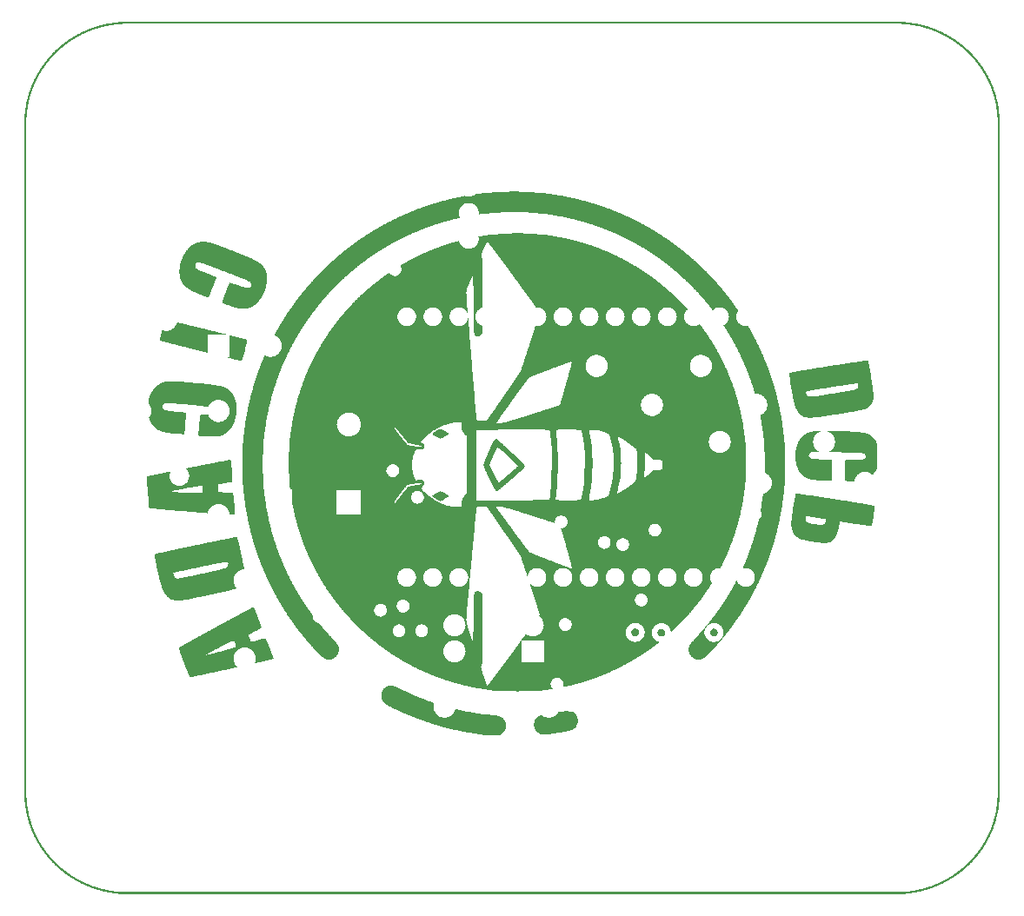
<source format=gbo>
G04 MADE WITH FRITZING*
G04 WWW.FRITZING.ORG*
G04 DOUBLE SIDED*
G04 HOLES PLATED*
G04 CONTOUR ON CENTER OF CONTOUR VECTOR*
%ASAXBY*%
%FSLAX23Y23*%
%MOIN*%
%OFA0B0*%
%SFA1.0B1.0*%
%ADD10R,0.001000X0.001000*%
%LNSILK0*%
G90*
G70*
G54D10*
X375Y3346D02*
X3364Y3346D01*
X361Y3345D02*
X3378Y3345D01*
X351Y3344D02*
X3388Y3344D01*
X343Y3343D02*
X3396Y3343D01*
X336Y3342D02*
X3403Y3342D01*
X329Y3341D02*
X3410Y3341D01*
X324Y3340D02*
X3415Y3340D01*
X318Y3339D02*
X3421Y3339D01*
X313Y3338D02*
X375Y3338D01*
X3364Y3338D02*
X3426Y3338D01*
X309Y3337D02*
X360Y3337D01*
X3379Y3337D02*
X3430Y3337D01*
X304Y3336D02*
X350Y3336D01*
X3389Y3336D02*
X3435Y3336D01*
X300Y3335D02*
X342Y3335D01*
X3397Y3335D02*
X3439Y3335D01*
X296Y3334D02*
X335Y3334D01*
X3404Y3334D02*
X3443Y3334D01*
X292Y3333D02*
X329Y3333D01*
X3410Y3333D02*
X3447Y3333D01*
X288Y3332D02*
X323Y3332D01*
X3416Y3332D02*
X3451Y3332D01*
X285Y3331D02*
X318Y3331D01*
X3421Y3331D02*
X3454Y3331D01*
X282Y3330D02*
X313Y3330D01*
X3426Y3330D02*
X3457Y3330D01*
X278Y3329D02*
X308Y3329D01*
X3431Y3329D02*
X3461Y3329D01*
X275Y3328D02*
X304Y3328D01*
X3435Y3328D02*
X3464Y3328D01*
X272Y3327D02*
X300Y3327D01*
X3439Y3327D02*
X3467Y3327D01*
X269Y3326D02*
X296Y3326D01*
X3443Y3326D02*
X3470Y3326D01*
X266Y3325D02*
X292Y3325D01*
X3447Y3325D02*
X3473Y3325D01*
X263Y3324D02*
X288Y3324D01*
X3451Y3324D02*
X3476Y3324D01*
X260Y3323D02*
X285Y3323D01*
X3454Y3323D02*
X3479Y3323D01*
X257Y3322D02*
X281Y3322D01*
X3458Y3322D02*
X3482Y3322D01*
X255Y3321D02*
X278Y3321D01*
X3461Y3321D02*
X3484Y3321D01*
X252Y3320D02*
X275Y3320D01*
X3464Y3320D02*
X3487Y3320D01*
X250Y3319D02*
X272Y3319D01*
X3467Y3319D02*
X3489Y3319D01*
X247Y3318D02*
X269Y3318D01*
X3470Y3318D02*
X3492Y3318D01*
X245Y3317D02*
X266Y3317D01*
X3473Y3317D02*
X3494Y3317D01*
X242Y3316D02*
X263Y3316D01*
X3476Y3316D02*
X3497Y3316D01*
X240Y3315D02*
X260Y3315D01*
X3479Y3315D02*
X3499Y3315D01*
X237Y3314D02*
X258Y3314D01*
X3481Y3314D02*
X3502Y3314D01*
X235Y3313D02*
X255Y3313D01*
X3484Y3313D02*
X3504Y3313D01*
X233Y3312D02*
X252Y3312D01*
X3487Y3312D02*
X3506Y3312D01*
X231Y3311D02*
X250Y3311D01*
X3489Y3311D02*
X3508Y3311D01*
X228Y3310D02*
X247Y3310D01*
X3492Y3310D02*
X3511Y3310D01*
X226Y3309D02*
X245Y3309D01*
X3494Y3309D02*
X3513Y3309D01*
X224Y3308D02*
X242Y3308D01*
X3497Y3308D02*
X3515Y3308D01*
X222Y3307D02*
X240Y3307D01*
X3499Y3307D02*
X3517Y3307D01*
X220Y3306D02*
X238Y3306D01*
X3501Y3306D02*
X3519Y3306D01*
X218Y3305D02*
X235Y3305D01*
X3504Y3305D02*
X3521Y3305D01*
X216Y3304D02*
X233Y3304D01*
X3506Y3304D02*
X3523Y3304D01*
X214Y3303D02*
X231Y3303D01*
X3508Y3303D02*
X3525Y3303D01*
X212Y3302D02*
X229Y3302D01*
X3510Y3302D02*
X3527Y3302D01*
X210Y3301D02*
X226Y3301D01*
X3513Y3301D02*
X3529Y3301D01*
X208Y3300D02*
X224Y3300D01*
X3515Y3300D02*
X3531Y3300D01*
X206Y3299D02*
X222Y3299D01*
X3517Y3299D02*
X3533Y3299D01*
X204Y3298D02*
X220Y3298D01*
X3518Y3298D02*
X3535Y3298D01*
X203Y3297D02*
X219Y3297D01*
X3520Y3297D02*
X3536Y3297D01*
X201Y3296D02*
X217Y3296D01*
X3522Y3296D02*
X3538Y3296D01*
X199Y3295D02*
X215Y3295D01*
X3524Y3295D02*
X3540Y3295D01*
X197Y3294D02*
X213Y3294D01*
X3526Y3294D02*
X3542Y3294D01*
X195Y3293D02*
X211Y3293D01*
X3528Y3293D02*
X3544Y3293D01*
X194Y3292D02*
X209Y3292D01*
X3530Y3292D02*
X3545Y3292D01*
X192Y3291D02*
X207Y3291D01*
X3532Y3291D02*
X3547Y3291D01*
X190Y3290D02*
X205Y3290D01*
X3534Y3290D02*
X3549Y3290D01*
X189Y3289D02*
X203Y3289D01*
X3536Y3289D02*
X3550Y3289D01*
X187Y3288D02*
X202Y3288D01*
X3537Y3288D02*
X3552Y3288D01*
X185Y3287D02*
X200Y3287D01*
X3539Y3287D02*
X3554Y3287D01*
X184Y3286D02*
X198Y3286D01*
X3541Y3286D02*
X3555Y3286D01*
X182Y3285D02*
X196Y3285D01*
X3543Y3285D02*
X3557Y3285D01*
X181Y3284D02*
X194Y3284D01*
X3544Y3284D02*
X3558Y3284D01*
X179Y3283D02*
X193Y3283D01*
X3546Y3283D02*
X3560Y3283D01*
X177Y3282D02*
X191Y3282D01*
X3548Y3282D02*
X3562Y3282D01*
X176Y3281D02*
X190Y3281D01*
X3549Y3281D02*
X3563Y3281D01*
X174Y3280D02*
X188Y3280D01*
X3551Y3280D02*
X3565Y3280D01*
X173Y3279D02*
X186Y3279D01*
X3553Y3279D02*
X3566Y3279D01*
X171Y3278D02*
X185Y3278D01*
X3554Y3278D02*
X3568Y3278D01*
X170Y3277D02*
X183Y3277D01*
X3556Y3277D02*
X3569Y3277D01*
X168Y3276D02*
X182Y3276D01*
X3557Y3276D02*
X3571Y3276D01*
X167Y3275D02*
X180Y3275D01*
X3559Y3275D02*
X3572Y3275D01*
X166Y3274D02*
X179Y3274D01*
X3560Y3274D02*
X3573Y3274D01*
X164Y3273D02*
X177Y3273D01*
X3562Y3273D02*
X3575Y3273D01*
X163Y3272D02*
X176Y3272D01*
X3563Y3272D02*
X3576Y3272D01*
X161Y3271D02*
X174Y3271D01*
X3565Y3271D02*
X3578Y3271D01*
X160Y3270D02*
X173Y3270D01*
X3566Y3270D02*
X3579Y3270D01*
X158Y3269D02*
X171Y3269D01*
X3568Y3269D02*
X3581Y3269D01*
X157Y3268D02*
X170Y3268D01*
X3569Y3268D02*
X3582Y3268D01*
X156Y3267D02*
X168Y3267D01*
X3571Y3267D02*
X3583Y3267D01*
X155Y3266D02*
X167Y3266D01*
X3572Y3266D02*
X3584Y3266D01*
X153Y3265D02*
X166Y3265D01*
X3573Y3265D02*
X3586Y3265D01*
X152Y3264D02*
X164Y3264D01*
X3575Y3264D02*
X3587Y3264D01*
X151Y3263D02*
X163Y3263D01*
X3576Y3263D02*
X3588Y3263D01*
X149Y3262D02*
X161Y3262D01*
X3578Y3262D02*
X3590Y3262D01*
X148Y3261D02*
X160Y3261D01*
X3579Y3261D02*
X3591Y3261D01*
X147Y3260D02*
X159Y3260D01*
X3580Y3260D02*
X3592Y3260D01*
X145Y3259D02*
X158Y3259D01*
X3581Y3259D02*
X3594Y3259D01*
X144Y3258D02*
X156Y3258D01*
X3583Y3258D02*
X3595Y3258D01*
X143Y3257D02*
X155Y3257D01*
X3584Y3257D02*
X3596Y3257D01*
X142Y3256D02*
X154Y3256D01*
X3585Y3256D02*
X3597Y3256D01*
X141Y3255D02*
X152Y3255D01*
X3587Y3255D02*
X3598Y3255D01*
X139Y3254D02*
X151Y3254D01*
X3588Y3254D02*
X3600Y3254D01*
X138Y3253D02*
X150Y3253D01*
X3589Y3253D02*
X3601Y3253D01*
X137Y3252D02*
X148Y3252D01*
X3591Y3252D02*
X3602Y3252D01*
X136Y3251D02*
X147Y3251D01*
X3592Y3251D02*
X3603Y3251D01*
X135Y3250D02*
X146Y3250D01*
X3593Y3250D02*
X3604Y3250D01*
X134Y3249D02*
X145Y3249D01*
X3594Y3249D02*
X3605Y3249D01*
X132Y3248D02*
X144Y3248D01*
X3595Y3248D02*
X3607Y3248D01*
X131Y3247D02*
X143Y3247D01*
X3596Y3247D02*
X3608Y3247D01*
X130Y3246D02*
X141Y3246D01*
X3598Y3246D02*
X3609Y3246D01*
X129Y3245D02*
X140Y3245D01*
X3599Y3245D02*
X3610Y3245D01*
X128Y3244D02*
X139Y3244D01*
X3600Y3244D02*
X3611Y3244D01*
X127Y3243D02*
X138Y3243D01*
X3601Y3243D02*
X3612Y3243D01*
X126Y3242D02*
X137Y3242D01*
X3602Y3242D02*
X3613Y3242D01*
X125Y3241D02*
X135Y3241D01*
X3604Y3241D02*
X3614Y3241D01*
X124Y3240D02*
X134Y3240D01*
X3605Y3240D02*
X3615Y3240D01*
X122Y3239D02*
X133Y3239D01*
X3606Y3239D02*
X3617Y3239D01*
X121Y3238D02*
X132Y3238D01*
X3607Y3238D02*
X3618Y3238D01*
X120Y3237D02*
X131Y3237D01*
X3608Y3237D02*
X3619Y3237D01*
X119Y3236D02*
X130Y3236D01*
X3609Y3236D02*
X3620Y3236D01*
X118Y3235D02*
X129Y3235D01*
X3610Y3235D02*
X3621Y3235D01*
X117Y3234D02*
X128Y3234D01*
X3611Y3234D02*
X3622Y3234D01*
X116Y3233D02*
X127Y3233D01*
X3612Y3233D02*
X3623Y3233D01*
X115Y3232D02*
X126Y3232D01*
X3613Y3232D02*
X3624Y3232D01*
X114Y3231D02*
X125Y3231D01*
X3614Y3231D02*
X3625Y3231D01*
X113Y3230D02*
X124Y3230D01*
X3615Y3230D02*
X3626Y3230D01*
X112Y3229D02*
X122Y3229D01*
X3616Y3229D02*
X3627Y3229D01*
X111Y3228D02*
X121Y3228D01*
X3618Y3228D02*
X3628Y3228D01*
X110Y3227D02*
X120Y3227D01*
X3619Y3227D02*
X3629Y3227D01*
X109Y3226D02*
X119Y3226D01*
X3620Y3226D02*
X3630Y3226D01*
X108Y3225D02*
X118Y3225D01*
X3621Y3225D02*
X3631Y3225D01*
X107Y3224D02*
X117Y3224D01*
X3622Y3224D02*
X3632Y3224D01*
X106Y3223D02*
X116Y3223D01*
X3623Y3223D02*
X3633Y3223D01*
X105Y3222D02*
X116Y3222D01*
X3623Y3222D02*
X3634Y3222D01*
X104Y3221D02*
X115Y3221D01*
X3624Y3221D02*
X3635Y3221D01*
X103Y3220D02*
X114Y3220D01*
X3625Y3220D02*
X3636Y3220D01*
X102Y3219D02*
X113Y3219D01*
X3626Y3219D02*
X3637Y3219D01*
X102Y3218D02*
X112Y3218D01*
X3627Y3218D02*
X3637Y3218D01*
X101Y3217D02*
X111Y3217D01*
X3628Y3217D02*
X3638Y3217D01*
X100Y3216D02*
X110Y3216D01*
X3629Y3216D02*
X3639Y3216D01*
X99Y3215D02*
X109Y3215D01*
X3630Y3215D02*
X3640Y3215D01*
X98Y3214D02*
X108Y3214D01*
X3631Y3214D02*
X3641Y3214D01*
X97Y3213D02*
X107Y3213D01*
X3632Y3213D02*
X3642Y3213D01*
X96Y3212D02*
X106Y3212D01*
X3633Y3212D02*
X3643Y3212D01*
X95Y3211D02*
X105Y3211D01*
X3634Y3211D02*
X3644Y3211D01*
X95Y3210D02*
X104Y3210D01*
X3635Y3210D02*
X3644Y3210D01*
X94Y3209D02*
X103Y3209D01*
X3636Y3209D02*
X3645Y3209D01*
X93Y3208D02*
X102Y3208D01*
X3637Y3208D02*
X3646Y3208D01*
X92Y3207D02*
X102Y3207D01*
X3637Y3207D02*
X3647Y3207D01*
X91Y3206D02*
X101Y3206D01*
X3638Y3206D02*
X3648Y3206D01*
X90Y3205D02*
X100Y3205D01*
X3639Y3205D02*
X3649Y3205D01*
X89Y3204D02*
X99Y3204D01*
X3640Y3204D02*
X3650Y3204D01*
X89Y3203D02*
X98Y3203D01*
X3641Y3203D02*
X3650Y3203D01*
X88Y3202D02*
X97Y3202D01*
X3642Y3202D02*
X3651Y3202D01*
X87Y3201D02*
X96Y3201D01*
X3643Y3201D02*
X3652Y3201D01*
X86Y3200D02*
X95Y3200D01*
X3644Y3200D02*
X3653Y3200D01*
X85Y3199D02*
X95Y3199D01*
X3644Y3199D02*
X3654Y3199D01*
X85Y3198D02*
X94Y3198D01*
X3645Y3198D02*
X3654Y3198D01*
X84Y3197D02*
X93Y3197D01*
X3646Y3197D02*
X3655Y3197D01*
X83Y3196D02*
X92Y3196D01*
X3647Y3196D02*
X3656Y3196D01*
X82Y3195D02*
X91Y3195D01*
X3648Y3195D02*
X3657Y3195D01*
X81Y3194D02*
X91Y3194D01*
X3648Y3194D02*
X3658Y3194D01*
X81Y3193D02*
X90Y3193D01*
X3649Y3193D02*
X3658Y3193D01*
X80Y3192D02*
X89Y3192D01*
X3650Y3192D02*
X3659Y3192D01*
X79Y3191D02*
X88Y3191D01*
X3651Y3191D02*
X3660Y3191D01*
X78Y3190D02*
X87Y3190D01*
X3652Y3190D02*
X3661Y3190D01*
X77Y3189D02*
X87Y3189D01*
X3652Y3189D02*
X3662Y3189D01*
X77Y3188D02*
X86Y3188D01*
X3653Y3188D02*
X3662Y3188D01*
X76Y3187D02*
X85Y3187D01*
X3654Y3187D02*
X3663Y3187D01*
X75Y3186D02*
X84Y3186D01*
X3655Y3186D02*
X3664Y3186D01*
X75Y3185D02*
X83Y3185D01*
X3656Y3185D02*
X3664Y3185D01*
X74Y3184D02*
X83Y3184D01*
X3656Y3184D02*
X3665Y3184D01*
X73Y3183D02*
X82Y3183D01*
X3657Y3183D02*
X3666Y3183D01*
X72Y3182D02*
X81Y3182D01*
X3658Y3182D02*
X3667Y3182D01*
X72Y3181D02*
X80Y3181D01*
X3659Y3181D02*
X3667Y3181D01*
X71Y3180D02*
X80Y3180D01*
X3659Y3180D02*
X3668Y3180D01*
X70Y3179D02*
X79Y3179D01*
X3660Y3179D02*
X3669Y3179D01*
X69Y3178D02*
X78Y3178D01*
X3661Y3178D02*
X3670Y3178D01*
X69Y3177D02*
X78Y3177D01*
X3661Y3177D02*
X3670Y3177D01*
X68Y3176D02*
X77Y3176D01*
X3662Y3176D02*
X3671Y3176D01*
X67Y3175D02*
X76Y3175D01*
X3663Y3175D02*
X3672Y3175D01*
X67Y3174D02*
X75Y3174D01*
X3664Y3174D02*
X3672Y3174D01*
X66Y3173D02*
X75Y3173D01*
X3664Y3173D02*
X3673Y3173D01*
X65Y3172D02*
X74Y3172D01*
X3665Y3172D02*
X3674Y3172D01*
X65Y3171D02*
X73Y3171D01*
X3666Y3171D02*
X3674Y3171D01*
X64Y3170D02*
X73Y3170D01*
X3666Y3170D02*
X3675Y3170D01*
X63Y3169D02*
X72Y3169D01*
X3667Y3169D02*
X3676Y3169D01*
X63Y3168D02*
X71Y3168D01*
X3668Y3168D02*
X3676Y3168D01*
X62Y3167D02*
X71Y3167D01*
X3668Y3167D02*
X3677Y3167D01*
X61Y3166D02*
X70Y3166D01*
X3669Y3166D02*
X3678Y3166D01*
X61Y3165D02*
X69Y3165D01*
X3670Y3165D02*
X3678Y3165D01*
X60Y3164D02*
X69Y3164D01*
X3670Y3164D02*
X3679Y3164D01*
X59Y3163D02*
X68Y3163D01*
X3671Y3163D02*
X3680Y3163D01*
X59Y3162D02*
X67Y3162D01*
X3672Y3162D02*
X3680Y3162D01*
X58Y3161D02*
X67Y3161D01*
X3672Y3161D02*
X3681Y3161D01*
X58Y3160D02*
X66Y3160D01*
X3673Y3160D02*
X3681Y3160D01*
X57Y3159D02*
X65Y3159D01*
X3674Y3159D02*
X3682Y3159D01*
X56Y3158D02*
X65Y3158D01*
X3674Y3158D02*
X3683Y3158D01*
X56Y3157D02*
X64Y3157D01*
X3675Y3157D02*
X3683Y3157D01*
X55Y3156D02*
X63Y3156D01*
X3676Y3156D02*
X3684Y3156D01*
X55Y3155D02*
X63Y3155D01*
X3676Y3155D02*
X3684Y3155D01*
X54Y3154D02*
X62Y3154D01*
X3677Y3154D02*
X3685Y3154D01*
X53Y3153D02*
X62Y3153D01*
X3677Y3153D02*
X3686Y3153D01*
X53Y3152D02*
X61Y3152D01*
X3678Y3152D02*
X3686Y3152D01*
X52Y3151D02*
X60Y3151D01*
X3679Y3151D02*
X3687Y3151D01*
X52Y3150D02*
X60Y3150D01*
X3679Y3150D02*
X3687Y3150D01*
X51Y3149D02*
X59Y3149D01*
X3680Y3149D02*
X3688Y3149D01*
X50Y3148D02*
X59Y3148D01*
X3680Y3148D02*
X3689Y3148D01*
X50Y3147D02*
X58Y3147D01*
X3681Y3147D02*
X3689Y3147D01*
X49Y3146D02*
X57Y3146D01*
X3682Y3146D02*
X3690Y3146D01*
X49Y3145D02*
X57Y3145D01*
X3682Y3145D02*
X3690Y3145D01*
X48Y3144D02*
X56Y3144D01*
X3683Y3144D02*
X3691Y3144D01*
X48Y3143D02*
X56Y3143D01*
X3683Y3143D02*
X3691Y3143D01*
X47Y3142D02*
X55Y3142D01*
X3684Y3142D02*
X3692Y3142D01*
X47Y3141D02*
X54Y3141D01*
X3685Y3141D02*
X3692Y3141D01*
X46Y3140D02*
X54Y3140D01*
X3685Y3140D02*
X3693Y3140D01*
X46Y3139D02*
X53Y3139D01*
X3686Y3139D02*
X3693Y3139D01*
X45Y3138D02*
X53Y3138D01*
X3686Y3138D02*
X3694Y3138D01*
X44Y3137D02*
X52Y3137D01*
X3687Y3137D02*
X3695Y3137D01*
X44Y3136D02*
X52Y3136D01*
X3687Y3136D02*
X3695Y3136D01*
X43Y3135D02*
X51Y3135D01*
X3688Y3135D02*
X3696Y3135D01*
X43Y3134D02*
X51Y3134D01*
X3688Y3134D02*
X3696Y3134D01*
X42Y3133D02*
X50Y3133D01*
X3689Y3133D02*
X3697Y3133D01*
X42Y3132D02*
X50Y3132D01*
X3689Y3132D02*
X3697Y3132D01*
X41Y3131D02*
X49Y3131D01*
X3690Y3131D02*
X3698Y3131D01*
X41Y3130D02*
X49Y3130D01*
X3690Y3130D02*
X3698Y3130D01*
X40Y3129D02*
X48Y3129D01*
X3691Y3129D02*
X3699Y3129D01*
X40Y3128D02*
X48Y3128D01*
X3691Y3128D02*
X3699Y3128D01*
X39Y3127D02*
X47Y3127D01*
X3692Y3127D02*
X3700Y3127D01*
X39Y3126D02*
X47Y3126D01*
X3692Y3126D02*
X3700Y3126D01*
X38Y3125D02*
X46Y3125D01*
X3693Y3125D02*
X3701Y3125D01*
X38Y3124D02*
X46Y3124D01*
X3693Y3124D02*
X3701Y3124D01*
X37Y3123D02*
X45Y3123D01*
X3694Y3123D02*
X3702Y3123D01*
X37Y3122D02*
X45Y3122D01*
X3694Y3122D02*
X3702Y3122D01*
X36Y3121D02*
X44Y3121D01*
X3695Y3121D02*
X3703Y3121D01*
X36Y3120D02*
X44Y3120D01*
X3695Y3120D02*
X3703Y3120D01*
X36Y3119D02*
X43Y3119D01*
X3696Y3119D02*
X3703Y3119D01*
X35Y3118D02*
X43Y3118D01*
X3696Y3118D02*
X3704Y3118D01*
X35Y3117D02*
X42Y3117D01*
X3697Y3117D02*
X3704Y3117D01*
X34Y3116D02*
X42Y3116D01*
X3697Y3116D02*
X3705Y3116D01*
X34Y3115D02*
X41Y3115D01*
X3698Y3115D02*
X3705Y3115D01*
X33Y3114D02*
X41Y3114D01*
X3698Y3114D02*
X3706Y3114D01*
X33Y3113D02*
X40Y3113D01*
X3699Y3113D02*
X3706Y3113D01*
X32Y3112D02*
X40Y3112D01*
X3699Y3112D02*
X3707Y3112D01*
X32Y3111D02*
X39Y3111D01*
X3700Y3111D02*
X3707Y3111D01*
X31Y3110D02*
X39Y3110D01*
X3700Y3110D02*
X3708Y3110D01*
X31Y3109D02*
X39Y3109D01*
X3700Y3109D02*
X3708Y3109D01*
X31Y3108D02*
X38Y3108D01*
X3701Y3108D02*
X3708Y3108D01*
X30Y3107D02*
X38Y3107D01*
X3701Y3107D02*
X3709Y3107D01*
X30Y3106D02*
X37Y3106D01*
X3702Y3106D02*
X3709Y3106D01*
X29Y3105D02*
X37Y3105D01*
X3702Y3105D02*
X3710Y3105D01*
X29Y3104D02*
X36Y3104D01*
X3703Y3104D02*
X3710Y3104D01*
X29Y3103D02*
X36Y3103D01*
X3703Y3103D02*
X3710Y3103D01*
X28Y3102D02*
X36Y3102D01*
X3703Y3102D02*
X3711Y3102D01*
X28Y3101D02*
X35Y3101D01*
X3704Y3101D02*
X3711Y3101D01*
X27Y3100D02*
X35Y3100D01*
X3704Y3100D02*
X3712Y3100D01*
X27Y3099D02*
X34Y3099D01*
X3705Y3099D02*
X3712Y3099D01*
X27Y3098D02*
X34Y3098D01*
X3705Y3098D02*
X3712Y3098D01*
X26Y3097D02*
X34Y3097D01*
X3705Y3097D02*
X3713Y3097D01*
X26Y3096D02*
X33Y3096D01*
X3706Y3096D02*
X3713Y3096D01*
X25Y3095D02*
X33Y3095D01*
X3706Y3095D02*
X3714Y3095D01*
X25Y3094D02*
X32Y3094D01*
X3707Y3094D02*
X3714Y3094D01*
X25Y3093D02*
X32Y3093D01*
X3707Y3093D02*
X3714Y3093D01*
X24Y3092D02*
X32Y3092D01*
X3707Y3092D02*
X3715Y3092D01*
X24Y3091D02*
X31Y3091D01*
X3708Y3091D02*
X3715Y3091D01*
X23Y3090D02*
X31Y3090D01*
X3708Y3090D02*
X3716Y3090D01*
X23Y3089D02*
X30Y3089D01*
X3709Y3089D02*
X3716Y3089D01*
X23Y3088D02*
X30Y3088D01*
X3709Y3088D02*
X3716Y3088D01*
X22Y3087D02*
X30Y3087D01*
X3709Y3087D02*
X3717Y3087D01*
X22Y3086D02*
X29Y3086D01*
X3710Y3086D02*
X3717Y3086D01*
X22Y3085D02*
X29Y3085D01*
X3710Y3085D02*
X3717Y3085D01*
X21Y3084D02*
X29Y3084D01*
X3710Y3084D02*
X3718Y3084D01*
X21Y3083D02*
X28Y3083D01*
X3711Y3083D02*
X3718Y3083D01*
X21Y3082D02*
X28Y3082D01*
X3711Y3082D02*
X3718Y3082D01*
X20Y3081D02*
X28Y3081D01*
X3711Y3081D02*
X3719Y3081D01*
X20Y3080D02*
X27Y3080D01*
X3712Y3080D02*
X3719Y3080D01*
X20Y3079D02*
X27Y3079D01*
X3712Y3079D02*
X3719Y3079D01*
X19Y3078D02*
X27Y3078D01*
X3712Y3078D02*
X3720Y3078D01*
X19Y3077D02*
X26Y3077D01*
X3713Y3077D02*
X3720Y3077D01*
X19Y3076D02*
X26Y3076D01*
X3713Y3076D02*
X3720Y3076D01*
X18Y3075D02*
X26Y3075D01*
X3713Y3075D02*
X3721Y3075D01*
X18Y3074D02*
X25Y3074D01*
X3714Y3074D02*
X3721Y3074D01*
X18Y3073D02*
X25Y3073D01*
X3714Y3073D02*
X3721Y3073D01*
X17Y3072D02*
X25Y3072D01*
X3714Y3072D02*
X3722Y3072D01*
X17Y3071D02*
X24Y3071D01*
X3715Y3071D02*
X3722Y3071D01*
X17Y3070D02*
X24Y3070D01*
X3715Y3070D02*
X3722Y3070D01*
X16Y3069D02*
X24Y3069D01*
X3715Y3069D02*
X3723Y3069D01*
X16Y3068D02*
X23Y3068D01*
X3716Y3068D02*
X3723Y3068D01*
X16Y3067D02*
X23Y3067D01*
X3716Y3067D02*
X3723Y3067D01*
X15Y3066D02*
X23Y3066D01*
X3716Y3066D02*
X3724Y3066D01*
X15Y3065D02*
X22Y3065D01*
X3717Y3065D02*
X3724Y3065D01*
X15Y3064D02*
X22Y3064D01*
X3717Y3064D02*
X3724Y3064D01*
X15Y3063D02*
X22Y3063D01*
X3717Y3063D02*
X3724Y3063D01*
X14Y3062D02*
X21Y3062D01*
X3718Y3062D02*
X3725Y3062D01*
X14Y3061D02*
X21Y3061D01*
X3718Y3061D02*
X3725Y3061D01*
X14Y3060D02*
X21Y3060D01*
X3718Y3060D02*
X3725Y3060D01*
X13Y3059D02*
X21Y3059D01*
X3718Y3059D02*
X3726Y3059D01*
X13Y3058D02*
X20Y3058D01*
X3719Y3058D02*
X3726Y3058D01*
X13Y3057D02*
X20Y3057D01*
X3719Y3057D02*
X3726Y3057D01*
X13Y3056D02*
X20Y3056D01*
X3719Y3056D02*
X3726Y3056D01*
X12Y3055D02*
X20Y3055D01*
X3719Y3055D02*
X3727Y3055D01*
X12Y3054D02*
X19Y3054D01*
X3720Y3054D02*
X3727Y3054D01*
X12Y3053D02*
X19Y3053D01*
X3720Y3053D02*
X3727Y3053D01*
X12Y3052D02*
X19Y3052D01*
X3720Y3052D02*
X3727Y3052D01*
X11Y3051D02*
X19Y3051D01*
X3720Y3051D02*
X3728Y3051D01*
X11Y3050D02*
X18Y3050D01*
X3721Y3050D02*
X3728Y3050D01*
X11Y3049D02*
X18Y3049D01*
X3721Y3049D02*
X3728Y3049D01*
X11Y3048D02*
X18Y3048D01*
X3721Y3048D02*
X3728Y3048D01*
X10Y3047D02*
X18Y3047D01*
X3721Y3047D02*
X3729Y3047D01*
X10Y3046D02*
X17Y3046D01*
X3722Y3046D02*
X3729Y3046D01*
X10Y3045D02*
X17Y3045D01*
X3722Y3045D02*
X3729Y3045D01*
X10Y3044D02*
X17Y3044D01*
X3722Y3044D02*
X3729Y3044D01*
X9Y3043D02*
X17Y3043D01*
X3722Y3043D02*
X3730Y3043D01*
X9Y3042D02*
X16Y3042D01*
X3723Y3042D02*
X3730Y3042D01*
X9Y3041D02*
X16Y3041D01*
X3723Y3041D02*
X3730Y3041D01*
X9Y3040D02*
X16Y3040D01*
X3723Y3040D02*
X3730Y3040D01*
X9Y3039D02*
X16Y3039D01*
X3723Y3039D02*
X3730Y3039D01*
X8Y3038D02*
X15Y3038D01*
X3724Y3038D02*
X3731Y3038D01*
X8Y3037D02*
X15Y3037D01*
X3724Y3037D02*
X3731Y3037D01*
X8Y3036D02*
X15Y3036D01*
X3724Y3036D02*
X3731Y3036D01*
X8Y3035D02*
X15Y3035D01*
X3724Y3035D02*
X3731Y3035D01*
X8Y3034D02*
X15Y3034D01*
X3724Y3034D02*
X3731Y3034D01*
X7Y3033D02*
X14Y3033D01*
X3725Y3033D02*
X3732Y3033D01*
X7Y3032D02*
X14Y3032D01*
X3725Y3032D02*
X3732Y3032D01*
X7Y3031D02*
X14Y3031D01*
X3725Y3031D02*
X3732Y3031D01*
X7Y3030D02*
X14Y3030D01*
X3725Y3030D02*
X3732Y3030D01*
X7Y3029D02*
X14Y3029D01*
X3725Y3029D02*
X3732Y3029D01*
X6Y3028D02*
X13Y3028D01*
X3726Y3028D02*
X3733Y3028D01*
X6Y3027D02*
X13Y3027D01*
X3726Y3027D02*
X3733Y3027D01*
X6Y3026D02*
X13Y3026D01*
X3726Y3026D02*
X3733Y3026D01*
X6Y3025D02*
X13Y3025D01*
X3726Y3025D02*
X3733Y3025D01*
X6Y3024D02*
X13Y3024D01*
X3726Y3024D02*
X3733Y3024D01*
X5Y3023D02*
X13Y3023D01*
X3726Y3023D02*
X3734Y3023D01*
X5Y3022D02*
X12Y3022D01*
X3727Y3022D02*
X3734Y3022D01*
X5Y3021D02*
X12Y3021D01*
X3727Y3021D02*
X3734Y3021D01*
X5Y3020D02*
X12Y3020D01*
X3727Y3020D02*
X3734Y3020D01*
X5Y3019D02*
X12Y3019D01*
X3727Y3019D02*
X3734Y3019D01*
X5Y3018D02*
X12Y3018D01*
X3727Y3018D02*
X3734Y3018D01*
X4Y3017D02*
X12Y3017D01*
X3727Y3017D02*
X3735Y3017D01*
X4Y3016D02*
X11Y3016D01*
X3728Y3016D02*
X3735Y3016D01*
X4Y3015D02*
X11Y3015D01*
X3728Y3015D02*
X3735Y3015D01*
X4Y3014D02*
X11Y3014D01*
X3728Y3014D02*
X3735Y3014D01*
X4Y3013D02*
X11Y3013D01*
X3728Y3013D02*
X3735Y3013D01*
X4Y3012D02*
X11Y3012D01*
X3728Y3012D02*
X3735Y3012D01*
X4Y3011D02*
X11Y3011D01*
X3728Y3011D02*
X3735Y3011D01*
X3Y3010D02*
X11Y3010D01*
X3728Y3010D02*
X3736Y3010D01*
X3Y3009D02*
X10Y3009D01*
X3729Y3009D02*
X3736Y3009D01*
X3Y3008D02*
X10Y3008D01*
X3729Y3008D02*
X3736Y3008D01*
X3Y3007D02*
X10Y3007D01*
X3729Y3007D02*
X3736Y3007D01*
X3Y3006D02*
X10Y3006D01*
X3729Y3006D02*
X3736Y3006D01*
X3Y3005D02*
X10Y3005D01*
X3729Y3005D02*
X3736Y3005D01*
X3Y3004D02*
X10Y3004D01*
X3729Y3004D02*
X3736Y3004D01*
X3Y3003D02*
X10Y3003D01*
X3729Y3003D02*
X3736Y3003D01*
X2Y3002D02*
X10Y3002D01*
X3729Y3002D02*
X3737Y3002D01*
X2Y3001D02*
X9Y3001D01*
X3730Y3001D02*
X3737Y3001D01*
X2Y3000D02*
X9Y3000D01*
X3730Y3000D02*
X3737Y3000D01*
X2Y2999D02*
X9Y2999D01*
X3730Y2999D02*
X3737Y2999D01*
X2Y2998D02*
X9Y2998D01*
X3730Y2998D02*
X3737Y2998D01*
X2Y2997D02*
X9Y2997D01*
X3730Y2997D02*
X3737Y2997D01*
X2Y2996D02*
X9Y2996D01*
X3730Y2996D02*
X3737Y2996D01*
X2Y2995D02*
X9Y2995D01*
X3730Y2995D02*
X3737Y2995D01*
X2Y2994D02*
X9Y2994D01*
X3730Y2994D02*
X3737Y2994D01*
X2Y2993D02*
X9Y2993D01*
X3730Y2993D02*
X3737Y2993D01*
X1Y2992D02*
X8Y2992D01*
X3730Y2992D02*
X3738Y2992D01*
X1Y2991D02*
X8Y2991D01*
X3731Y2991D02*
X3738Y2991D01*
X1Y2990D02*
X8Y2990D01*
X3731Y2990D02*
X3738Y2990D01*
X1Y2989D02*
X8Y2989D01*
X3731Y2989D02*
X3738Y2989D01*
X1Y2988D02*
X8Y2988D01*
X3731Y2988D02*
X3738Y2988D01*
X1Y2987D02*
X8Y2987D01*
X3731Y2987D02*
X3738Y2987D01*
X1Y2986D02*
X8Y2986D01*
X3731Y2986D02*
X3738Y2986D01*
X1Y2985D02*
X8Y2985D01*
X3731Y2985D02*
X3738Y2985D01*
X1Y2984D02*
X8Y2984D01*
X3731Y2984D02*
X3738Y2984D01*
X1Y2983D02*
X8Y2983D01*
X3731Y2983D02*
X3738Y2983D01*
X1Y2982D02*
X8Y2982D01*
X3731Y2982D02*
X3738Y2982D01*
X1Y2981D02*
X8Y2981D01*
X3731Y2981D02*
X3738Y2981D01*
X1Y2980D02*
X8Y2980D01*
X3731Y2980D02*
X3738Y2980D01*
X1Y2979D02*
X8Y2979D01*
X3731Y2979D02*
X3738Y2979D01*
X0Y2978D02*
X7Y2978D01*
X3732Y2978D02*
X3739Y2978D01*
X0Y2977D02*
X7Y2977D01*
X3732Y2977D02*
X3739Y2977D01*
X0Y2976D02*
X7Y2976D01*
X3732Y2976D02*
X3739Y2976D01*
X0Y2975D02*
X7Y2975D01*
X3732Y2975D02*
X3739Y2975D01*
X0Y2974D02*
X7Y2974D01*
X3732Y2974D02*
X3739Y2974D01*
X0Y2973D02*
X7Y2973D01*
X3732Y2973D02*
X3739Y2973D01*
X0Y2972D02*
X7Y2972D01*
X3732Y2972D02*
X3739Y2972D01*
X0Y2971D02*
X7Y2971D01*
X3732Y2971D02*
X3739Y2971D01*
X0Y2970D02*
X7Y2970D01*
X3732Y2970D02*
X3739Y2970D01*
X0Y2969D02*
X7Y2969D01*
X3732Y2969D02*
X3739Y2969D01*
X0Y2968D02*
X7Y2968D01*
X3732Y2968D02*
X3739Y2968D01*
X0Y2967D02*
X7Y2967D01*
X3732Y2967D02*
X3739Y2967D01*
X0Y2966D02*
X7Y2966D01*
X3732Y2966D02*
X3739Y2966D01*
X0Y2965D02*
X7Y2965D01*
X3732Y2965D02*
X3739Y2965D01*
X0Y2964D02*
X7Y2964D01*
X3732Y2964D02*
X3739Y2964D01*
X0Y2963D02*
X7Y2963D01*
X3732Y2963D02*
X3739Y2963D01*
X0Y2962D02*
X7Y2962D01*
X3732Y2962D02*
X3739Y2962D01*
X0Y2961D02*
X7Y2961D01*
X3732Y2961D02*
X3739Y2961D01*
X0Y2960D02*
X7Y2960D01*
X3732Y2960D02*
X3739Y2960D01*
X0Y2959D02*
X7Y2959D01*
X3732Y2959D02*
X3739Y2959D01*
X0Y2958D02*
X7Y2958D01*
X3732Y2958D02*
X3739Y2958D01*
X0Y2957D02*
X7Y2957D01*
X3732Y2957D02*
X3739Y2957D01*
X0Y2956D02*
X7Y2956D01*
X3732Y2956D02*
X3739Y2956D01*
X0Y2955D02*
X7Y2955D01*
X3732Y2955D02*
X3739Y2955D01*
X0Y2954D02*
X7Y2954D01*
X3732Y2954D02*
X3739Y2954D01*
X0Y2953D02*
X7Y2953D01*
X3732Y2953D02*
X3739Y2953D01*
X0Y2952D02*
X7Y2952D01*
X3732Y2952D02*
X3739Y2952D01*
X0Y2951D02*
X7Y2951D01*
X3732Y2951D02*
X3739Y2951D01*
X0Y2950D02*
X7Y2950D01*
X3732Y2950D02*
X3739Y2950D01*
X0Y2949D02*
X7Y2949D01*
X3732Y2949D02*
X3739Y2949D01*
X0Y2948D02*
X7Y2948D01*
X3732Y2948D02*
X3739Y2948D01*
X0Y2947D02*
X7Y2947D01*
X3732Y2947D02*
X3739Y2947D01*
X0Y2946D02*
X7Y2946D01*
X3732Y2946D02*
X3739Y2946D01*
X0Y2945D02*
X7Y2945D01*
X3732Y2945D02*
X3739Y2945D01*
X0Y2944D02*
X7Y2944D01*
X3732Y2944D02*
X3739Y2944D01*
X0Y2943D02*
X7Y2943D01*
X3732Y2943D02*
X3739Y2943D01*
X0Y2942D02*
X7Y2942D01*
X3732Y2942D02*
X3739Y2942D01*
X0Y2941D02*
X7Y2941D01*
X3732Y2941D02*
X3739Y2941D01*
X0Y2940D02*
X7Y2940D01*
X3732Y2940D02*
X3739Y2940D01*
X0Y2939D02*
X7Y2939D01*
X3732Y2939D02*
X3739Y2939D01*
X0Y2938D02*
X7Y2938D01*
X3732Y2938D02*
X3739Y2938D01*
X0Y2937D02*
X7Y2937D01*
X3732Y2937D02*
X3739Y2937D01*
X0Y2936D02*
X7Y2936D01*
X3732Y2936D02*
X3739Y2936D01*
X0Y2935D02*
X7Y2935D01*
X3732Y2935D02*
X3739Y2935D01*
X0Y2934D02*
X7Y2934D01*
X3732Y2934D02*
X3739Y2934D01*
X0Y2933D02*
X7Y2933D01*
X3732Y2933D02*
X3739Y2933D01*
X0Y2932D02*
X7Y2932D01*
X3732Y2932D02*
X3739Y2932D01*
X0Y2931D02*
X7Y2931D01*
X3732Y2931D02*
X3739Y2931D01*
X0Y2930D02*
X7Y2930D01*
X3732Y2930D02*
X3739Y2930D01*
X0Y2929D02*
X7Y2929D01*
X3732Y2929D02*
X3739Y2929D01*
X0Y2928D02*
X7Y2928D01*
X3732Y2928D02*
X3739Y2928D01*
X0Y2927D02*
X7Y2927D01*
X3732Y2927D02*
X3739Y2927D01*
X0Y2926D02*
X7Y2926D01*
X3732Y2926D02*
X3739Y2926D01*
X0Y2925D02*
X7Y2925D01*
X3732Y2925D02*
X3739Y2925D01*
X0Y2924D02*
X7Y2924D01*
X3732Y2924D02*
X3739Y2924D01*
X0Y2923D02*
X7Y2923D01*
X3732Y2923D02*
X3739Y2923D01*
X0Y2922D02*
X7Y2922D01*
X3732Y2922D02*
X3739Y2922D01*
X0Y2921D02*
X7Y2921D01*
X3732Y2921D02*
X3739Y2921D01*
X0Y2920D02*
X7Y2920D01*
X3732Y2920D02*
X3739Y2920D01*
X0Y2919D02*
X7Y2919D01*
X3732Y2919D02*
X3739Y2919D01*
X0Y2918D02*
X7Y2918D01*
X3732Y2918D02*
X3739Y2918D01*
X0Y2917D02*
X7Y2917D01*
X3732Y2917D02*
X3739Y2917D01*
X0Y2916D02*
X7Y2916D01*
X3732Y2916D02*
X3739Y2916D01*
X0Y2915D02*
X7Y2915D01*
X3732Y2915D02*
X3739Y2915D01*
X0Y2914D02*
X7Y2914D01*
X3732Y2914D02*
X3739Y2914D01*
X0Y2913D02*
X7Y2913D01*
X3732Y2913D02*
X3739Y2913D01*
X0Y2912D02*
X7Y2912D01*
X3732Y2912D02*
X3739Y2912D01*
X0Y2911D02*
X7Y2911D01*
X3732Y2911D02*
X3739Y2911D01*
X0Y2910D02*
X7Y2910D01*
X3732Y2910D02*
X3739Y2910D01*
X0Y2909D02*
X7Y2909D01*
X3732Y2909D02*
X3739Y2909D01*
X0Y2908D02*
X7Y2908D01*
X3732Y2908D02*
X3739Y2908D01*
X0Y2907D02*
X7Y2907D01*
X3732Y2907D02*
X3739Y2907D01*
X0Y2906D02*
X7Y2906D01*
X3732Y2906D02*
X3739Y2906D01*
X0Y2905D02*
X7Y2905D01*
X3732Y2905D02*
X3739Y2905D01*
X0Y2904D02*
X7Y2904D01*
X3732Y2904D02*
X3739Y2904D01*
X0Y2903D02*
X7Y2903D01*
X3732Y2903D02*
X3739Y2903D01*
X0Y2902D02*
X7Y2902D01*
X3732Y2902D02*
X3739Y2902D01*
X0Y2901D02*
X7Y2901D01*
X3732Y2901D02*
X3739Y2901D01*
X0Y2900D02*
X7Y2900D01*
X3732Y2900D02*
X3739Y2900D01*
X0Y2899D02*
X7Y2899D01*
X3732Y2899D02*
X3739Y2899D01*
X0Y2898D02*
X7Y2898D01*
X3732Y2898D02*
X3739Y2898D01*
X0Y2897D02*
X7Y2897D01*
X3732Y2897D02*
X3739Y2897D01*
X0Y2896D02*
X7Y2896D01*
X3732Y2896D02*
X3739Y2896D01*
X0Y2895D02*
X7Y2895D01*
X3732Y2895D02*
X3739Y2895D01*
X0Y2894D02*
X7Y2894D01*
X3732Y2894D02*
X3739Y2894D01*
X0Y2893D02*
X7Y2893D01*
X3732Y2893D02*
X3739Y2893D01*
X0Y2892D02*
X7Y2892D01*
X3732Y2892D02*
X3739Y2892D01*
X0Y2891D02*
X7Y2891D01*
X3732Y2891D02*
X3739Y2891D01*
X0Y2890D02*
X7Y2890D01*
X3732Y2890D02*
X3739Y2890D01*
X0Y2889D02*
X7Y2889D01*
X3732Y2889D02*
X3739Y2889D01*
X0Y2888D02*
X7Y2888D01*
X3732Y2888D02*
X3739Y2888D01*
X0Y2887D02*
X7Y2887D01*
X3732Y2887D02*
X3739Y2887D01*
X0Y2886D02*
X7Y2886D01*
X3732Y2886D02*
X3739Y2886D01*
X0Y2885D02*
X7Y2885D01*
X3732Y2885D02*
X3739Y2885D01*
X0Y2884D02*
X7Y2884D01*
X3732Y2884D02*
X3739Y2884D01*
X0Y2883D02*
X7Y2883D01*
X3732Y2883D02*
X3739Y2883D01*
X0Y2882D02*
X7Y2882D01*
X3732Y2882D02*
X3739Y2882D01*
X0Y2881D02*
X7Y2881D01*
X3732Y2881D02*
X3739Y2881D01*
X0Y2880D02*
X7Y2880D01*
X3732Y2880D02*
X3739Y2880D01*
X0Y2879D02*
X7Y2879D01*
X3732Y2879D02*
X3739Y2879D01*
X0Y2878D02*
X7Y2878D01*
X3732Y2878D02*
X3739Y2878D01*
X0Y2877D02*
X7Y2877D01*
X3732Y2877D02*
X3739Y2877D01*
X0Y2876D02*
X7Y2876D01*
X3732Y2876D02*
X3739Y2876D01*
X0Y2875D02*
X7Y2875D01*
X3732Y2875D02*
X3739Y2875D01*
X0Y2874D02*
X7Y2874D01*
X3732Y2874D02*
X3739Y2874D01*
X0Y2873D02*
X7Y2873D01*
X3732Y2873D02*
X3739Y2873D01*
X0Y2872D02*
X7Y2872D01*
X3732Y2872D02*
X3739Y2872D01*
X0Y2871D02*
X7Y2871D01*
X3732Y2871D02*
X3739Y2871D01*
X0Y2870D02*
X7Y2870D01*
X3732Y2870D02*
X3739Y2870D01*
X0Y2869D02*
X7Y2869D01*
X3732Y2869D02*
X3739Y2869D01*
X0Y2868D02*
X7Y2868D01*
X3732Y2868D02*
X3739Y2868D01*
X0Y2867D02*
X7Y2867D01*
X3732Y2867D02*
X3739Y2867D01*
X0Y2866D02*
X7Y2866D01*
X3732Y2866D02*
X3739Y2866D01*
X0Y2865D02*
X7Y2865D01*
X3732Y2865D02*
X3739Y2865D01*
X0Y2864D02*
X7Y2864D01*
X3732Y2864D02*
X3739Y2864D01*
X0Y2863D02*
X7Y2863D01*
X3732Y2863D02*
X3739Y2863D01*
X0Y2862D02*
X7Y2862D01*
X3732Y2862D02*
X3739Y2862D01*
X0Y2861D02*
X7Y2861D01*
X3732Y2861D02*
X3739Y2861D01*
X0Y2860D02*
X7Y2860D01*
X3732Y2860D02*
X3739Y2860D01*
X0Y2859D02*
X7Y2859D01*
X3732Y2859D02*
X3739Y2859D01*
X0Y2858D02*
X7Y2858D01*
X3732Y2858D02*
X3739Y2858D01*
X0Y2857D02*
X7Y2857D01*
X3732Y2857D02*
X3739Y2857D01*
X0Y2856D02*
X7Y2856D01*
X3732Y2856D02*
X3739Y2856D01*
X0Y2855D02*
X7Y2855D01*
X3732Y2855D02*
X3739Y2855D01*
X0Y2854D02*
X7Y2854D01*
X3732Y2854D02*
X3739Y2854D01*
X0Y2853D02*
X7Y2853D01*
X3732Y2853D02*
X3739Y2853D01*
X0Y2852D02*
X7Y2852D01*
X3732Y2852D02*
X3739Y2852D01*
X0Y2851D02*
X7Y2851D01*
X3732Y2851D02*
X3739Y2851D01*
X0Y2850D02*
X7Y2850D01*
X3732Y2850D02*
X3739Y2850D01*
X0Y2849D02*
X7Y2849D01*
X3732Y2849D02*
X3739Y2849D01*
X0Y2848D02*
X7Y2848D01*
X3732Y2848D02*
X3739Y2848D01*
X0Y2847D02*
X7Y2847D01*
X3732Y2847D02*
X3739Y2847D01*
X0Y2846D02*
X7Y2846D01*
X3732Y2846D02*
X3739Y2846D01*
X0Y2845D02*
X7Y2845D01*
X3732Y2845D02*
X3739Y2845D01*
X0Y2844D02*
X7Y2844D01*
X3732Y2844D02*
X3739Y2844D01*
X0Y2843D02*
X7Y2843D01*
X3732Y2843D02*
X3739Y2843D01*
X0Y2842D02*
X7Y2842D01*
X3732Y2842D02*
X3739Y2842D01*
X0Y2841D02*
X7Y2841D01*
X3732Y2841D02*
X3739Y2841D01*
X0Y2840D02*
X7Y2840D01*
X3732Y2840D02*
X3739Y2840D01*
X0Y2839D02*
X7Y2839D01*
X3732Y2839D02*
X3739Y2839D01*
X0Y2838D02*
X7Y2838D01*
X3732Y2838D02*
X3739Y2838D01*
X0Y2837D02*
X7Y2837D01*
X3732Y2837D02*
X3739Y2837D01*
X0Y2836D02*
X7Y2836D01*
X3732Y2836D02*
X3739Y2836D01*
X0Y2835D02*
X7Y2835D01*
X3732Y2835D02*
X3739Y2835D01*
X0Y2834D02*
X7Y2834D01*
X3732Y2834D02*
X3739Y2834D01*
X0Y2833D02*
X7Y2833D01*
X3732Y2833D02*
X3739Y2833D01*
X0Y2832D02*
X7Y2832D01*
X3732Y2832D02*
X3739Y2832D01*
X0Y2831D02*
X7Y2831D01*
X3732Y2831D02*
X3739Y2831D01*
X0Y2830D02*
X7Y2830D01*
X3732Y2830D02*
X3739Y2830D01*
X0Y2829D02*
X7Y2829D01*
X3732Y2829D02*
X3739Y2829D01*
X0Y2828D02*
X7Y2828D01*
X3732Y2828D02*
X3739Y2828D01*
X0Y2827D02*
X7Y2827D01*
X3732Y2827D02*
X3739Y2827D01*
X0Y2826D02*
X7Y2826D01*
X3732Y2826D02*
X3739Y2826D01*
X0Y2825D02*
X7Y2825D01*
X3732Y2825D02*
X3739Y2825D01*
X0Y2824D02*
X7Y2824D01*
X3732Y2824D02*
X3739Y2824D01*
X0Y2823D02*
X7Y2823D01*
X3732Y2823D02*
X3739Y2823D01*
X0Y2822D02*
X7Y2822D01*
X3732Y2822D02*
X3739Y2822D01*
X0Y2821D02*
X7Y2821D01*
X3732Y2821D02*
X3739Y2821D01*
X0Y2820D02*
X7Y2820D01*
X3732Y2820D02*
X3739Y2820D01*
X0Y2819D02*
X7Y2819D01*
X3732Y2819D02*
X3739Y2819D01*
X0Y2818D02*
X7Y2818D01*
X3732Y2818D02*
X3739Y2818D01*
X0Y2817D02*
X7Y2817D01*
X3732Y2817D02*
X3739Y2817D01*
X0Y2816D02*
X7Y2816D01*
X3732Y2816D02*
X3739Y2816D01*
X0Y2815D02*
X7Y2815D01*
X3732Y2815D02*
X3739Y2815D01*
X0Y2814D02*
X7Y2814D01*
X3732Y2814D02*
X3739Y2814D01*
X0Y2813D02*
X7Y2813D01*
X3732Y2813D02*
X3739Y2813D01*
X0Y2812D02*
X7Y2812D01*
X3732Y2812D02*
X3739Y2812D01*
X0Y2811D02*
X7Y2811D01*
X3732Y2811D02*
X3739Y2811D01*
X0Y2810D02*
X7Y2810D01*
X3732Y2810D02*
X3739Y2810D01*
X0Y2809D02*
X7Y2809D01*
X3732Y2809D02*
X3739Y2809D01*
X0Y2808D02*
X7Y2808D01*
X3732Y2808D02*
X3739Y2808D01*
X0Y2807D02*
X7Y2807D01*
X3732Y2807D02*
X3739Y2807D01*
X0Y2806D02*
X7Y2806D01*
X3732Y2806D02*
X3739Y2806D01*
X0Y2805D02*
X7Y2805D01*
X3732Y2805D02*
X3739Y2805D01*
X0Y2804D02*
X7Y2804D01*
X3732Y2804D02*
X3739Y2804D01*
X0Y2803D02*
X7Y2803D01*
X3732Y2803D02*
X3739Y2803D01*
X0Y2802D02*
X7Y2802D01*
X3732Y2802D02*
X3739Y2802D01*
X0Y2801D02*
X7Y2801D01*
X3732Y2801D02*
X3739Y2801D01*
X0Y2800D02*
X7Y2800D01*
X3732Y2800D02*
X3739Y2800D01*
X0Y2799D02*
X7Y2799D01*
X3732Y2799D02*
X3739Y2799D01*
X0Y2798D02*
X7Y2798D01*
X3732Y2798D02*
X3739Y2798D01*
X0Y2797D02*
X7Y2797D01*
X3732Y2797D02*
X3739Y2797D01*
X0Y2796D02*
X7Y2796D01*
X3732Y2796D02*
X3739Y2796D01*
X0Y2795D02*
X7Y2795D01*
X3732Y2795D02*
X3739Y2795D01*
X0Y2794D02*
X7Y2794D01*
X3732Y2794D02*
X3739Y2794D01*
X0Y2793D02*
X7Y2793D01*
X3732Y2793D02*
X3739Y2793D01*
X0Y2792D02*
X7Y2792D01*
X3732Y2792D02*
X3739Y2792D01*
X0Y2791D02*
X7Y2791D01*
X3732Y2791D02*
X3739Y2791D01*
X0Y2790D02*
X7Y2790D01*
X3732Y2790D02*
X3739Y2790D01*
X0Y2789D02*
X7Y2789D01*
X3732Y2789D02*
X3739Y2789D01*
X0Y2788D02*
X7Y2788D01*
X3732Y2788D02*
X3739Y2788D01*
X0Y2787D02*
X7Y2787D01*
X3732Y2787D02*
X3739Y2787D01*
X0Y2786D02*
X7Y2786D01*
X3732Y2786D02*
X3739Y2786D01*
X0Y2785D02*
X7Y2785D01*
X3732Y2785D02*
X3739Y2785D01*
X0Y2784D02*
X7Y2784D01*
X3732Y2784D02*
X3739Y2784D01*
X0Y2783D02*
X7Y2783D01*
X3732Y2783D02*
X3739Y2783D01*
X0Y2782D02*
X7Y2782D01*
X3732Y2782D02*
X3739Y2782D01*
X0Y2781D02*
X7Y2781D01*
X3732Y2781D02*
X3739Y2781D01*
X0Y2780D02*
X7Y2780D01*
X3732Y2780D02*
X3739Y2780D01*
X0Y2779D02*
X7Y2779D01*
X3732Y2779D02*
X3739Y2779D01*
X0Y2778D02*
X7Y2778D01*
X3732Y2778D02*
X3739Y2778D01*
X0Y2777D02*
X7Y2777D01*
X3732Y2777D02*
X3739Y2777D01*
X0Y2776D02*
X7Y2776D01*
X3732Y2776D02*
X3739Y2776D01*
X0Y2775D02*
X7Y2775D01*
X3732Y2775D02*
X3739Y2775D01*
X0Y2774D02*
X7Y2774D01*
X3732Y2774D02*
X3739Y2774D01*
X0Y2773D02*
X7Y2773D01*
X3732Y2773D02*
X3739Y2773D01*
X0Y2772D02*
X7Y2772D01*
X3732Y2772D02*
X3739Y2772D01*
X0Y2771D02*
X7Y2771D01*
X3732Y2771D02*
X3739Y2771D01*
X0Y2770D02*
X7Y2770D01*
X3732Y2770D02*
X3739Y2770D01*
X0Y2769D02*
X7Y2769D01*
X3732Y2769D02*
X3739Y2769D01*
X0Y2768D02*
X7Y2768D01*
X3732Y2768D02*
X3739Y2768D01*
X0Y2767D02*
X7Y2767D01*
X3732Y2767D02*
X3739Y2767D01*
X0Y2766D02*
X7Y2766D01*
X3732Y2766D02*
X3739Y2766D01*
X0Y2765D02*
X7Y2765D01*
X3732Y2765D02*
X3739Y2765D01*
X0Y2764D02*
X7Y2764D01*
X3732Y2764D02*
X3739Y2764D01*
X0Y2763D02*
X7Y2763D01*
X3732Y2763D02*
X3739Y2763D01*
X0Y2762D02*
X7Y2762D01*
X3732Y2762D02*
X3739Y2762D01*
X0Y2761D02*
X7Y2761D01*
X3732Y2761D02*
X3739Y2761D01*
X0Y2760D02*
X7Y2760D01*
X3732Y2760D02*
X3739Y2760D01*
X0Y2759D02*
X7Y2759D01*
X3732Y2759D02*
X3739Y2759D01*
X0Y2758D02*
X7Y2758D01*
X3732Y2758D02*
X3739Y2758D01*
X0Y2757D02*
X7Y2757D01*
X3732Y2757D02*
X3739Y2757D01*
X0Y2756D02*
X7Y2756D01*
X3732Y2756D02*
X3739Y2756D01*
X0Y2755D02*
X7Y2755D01*
X3732Y2755D02*
X3739Y2755D01*
X0Y2754D02*
X7Y2754D01*
X3732Y2754D02*
X3739Y2754D01*
X0Y2753D02*
X7Y2753D01*
X3732Y2753D02*
X3739Y2753D01*
X0Y2752D02*
X7Y2752D01*
X3732Y2752D02*
X3739Y2752D01*
X0Y2751D02*
X7Y2751D01*
X3732Y2751D02*
X3739Y2751D01*
X0Y2750D02*
X7Y2750D01*
X3732Y2750D02*
X3739Y2750D01*
X0Y2749D02*
X7Y2749D01*
X3732Y2749D02*
X3739Y2749D01*
X0Y2748D02*
X7Y2748D01*
X3732Y2748D02*
X3739Y2748D01*
X0Y2747D02*
X7Y2747D01*
X3732Y2747D02*
X3739Y2747D01*
X0Y2746D02*
X7Y2746D01*
X3732Y2746D02*
X3739Y2746D01*
X0Y2745D02*
X7Y2745D01*
X3732Y2745D02*
X3739Y2745D01*
X0Y2744D02*
X7Y2744D01*
X3732Y2744D02*
X3739Y2744D01*
X0Y2743D02*
X7Y2743D01*
X3732Y2743D02*
X3739Y2743D01*
X0Y2742D02*
X7Y2742D01*
X3732Y2742D02*
X3739Y2742D01*
X0Y2741D02*
X7Y2741D01*
X3732Y2741D02*
X3739Y2741D01*
X0Y2740D02*
X7Y2740D01*
X3732Y2740D02*
X3739Y2740D01*
X0Y2739D02*
X7Y2739D01*
X3732Y2739D02*
X3739Y2739D01*
X0Y2738D02*
X7Y2738D01*
X3732Y2738D02*
X3739Y2738D01*
X0Y2737D02*
X7Y2737D01*
X3732Y2737D02*
X3739Y2737D01*
X0Y2736D02*
X7Y2736D01*
X3732Y2736D02*
X3739Y2736D01*
X0Y2735D02*
X7Y2735D01*
X3732Y2735D02*
X3739Y2735D01*
X0Y2734D02*
X7Y2734D01*
X3732Y2734D02*
X3739Y2734D01*
X0Y2733D02*
X7Y2733D01*
X3732Y2733D02*
X3739Y2733D01*
X0Y2732D02*
X7Y2732D01*
X3732Y2732D02*
X3739Y2732D01*
X0Y2731D02*
X7Y2731D01*
X3732Y2731D02*
X3739Y2731D01*
X0Y2730D02*
X7Y2730D01*
X3732Y2730D02*
X3739Y2730D01*
X0Y2729D02*
X7Y2729D01*
X3732Y2729D02*
X3739Y2729D01*
X0Y2728D02*
X7Y2728D01*
X3732Y2728D02*
X3739Y2728D01*
X0Y2727D02*
X7Y2727D01*
X3732Y2727D02*
X3739Y2727D01*
X0Y2726D02*
X7Y2726D01*
X3732Y2726D02*
X3739Y2726D01*
X0Y2725D02*
X7Y2725D01*
X3732Y2725D02*
X3739Y2725D01*
X0Y2724D02*
X7Y2724D01*
X3732Y2724D02*
X3739Y2724D01*
X0Y2723D02*
X7Y2723D01*
X3732Y2723D02*
X3739Y2723D01*
X0Y2722D02*
X7Y2722D01*
X3732Y2722D02*
X3739Y2722D01*
X0Y2721D02*
X7Y2721D01*
X3732Y2721D02*
X3739Y2721D01*
X0Y2720D02*
X7Y2720D01*
X3732Y2720D02*
X3739Y2720D01*
X0Y2719D02*
X7Y2719D01*
X3732Y2719D02*
X3739Y2719D01*
X0Y2718D02*
X7Y2718D01*
X3732Y2718D02*
X3739Y2718D01*
X0Y2717D02*
X7Y2717D01*
X3732Y2717D02*
X3739Y2717D01*
X0Y2716D02*
X7Y2716D01*
X3732Y2716D02*
X3739Y2716D01*
X0Y2715D02*
X7Y2715D01*
X3732Y2715D02*
X3739Y2715D01*
X0Y2714D02*
X7Y2714D01*
X3732Y2714D02*
X3739Y2714D01*
X0Y2713D02*
X7Y2713D01*
X3732Y2713D02*
X3739Y2713D01*
X0Y2712D02*
X7Y2712D01*
X3732Y2712D02*
X3739Y2712D01*
X0Y2711D02*
X7Y2711D01*
X3732Y2711D02*
X3739Y2711D01*
X0Y2710D02*
X7Y2710D01*
X3732Y2710D02*
X3739Y2710D01*
X0Y2709D02*
X7Y2709D01*
X3732Y2709D02*
X3739Y2709D01*
X0Y2708D02*
X7Y2708D01*
X3732Y2708D02*
X3739Y2708D01*
X0Y2707D02*
X7Y2707D01*
X3732Y2707D02*
X3739Y2707D01*
X0Y2706D02*
X7Y2706D01*
X3732Y2706D02*
X3739Y2706D01*
X0Y2705D02*
X7Y2705D01*
X3732Y2705D02*
X3739Y2705D01*
X0Y2704D02*
X7Y2704D01*
X3732Y2704D02*
X3739Y2704D01*
X0Y2703D02*
X7Y2703D01*
X3732Y2703D02*
X3739Y2703D01*
X0Y2702D02*
X7Y2702D01*
X3732Y2702D02*
X3739Y2702D01*
X0Y2701D02*
X7Y2701D01*
X3732Y2701D02*
X3739Y2701D01*
X0Y2700D02*
X7Y2700D01*
X3732Y2700D02*
X3739Y2700D01*
X0Y2699D02*
X7Y2699D01*
X3732Y2699D02*
X3739Y2699D01*
X0Y2698D02*
X7Y2698D01*
X3732Y2698D02*
X3739Y2698D01*
X0Y2697D02*
X7Y2697D01*
X3732Y2697D02*
X3739Y2697D01*
X0Y2696D02*
X7Y2696D01*
X3732Y2696D02*
X3739Y2696D01*
X0Y2695D02*
X7Y2695D01*
X1859Y2695D02*
X1896Y2695D01*
X3732Y2695D02*
X3739Y2695D01*
X0Y2694D02*
X7Y2694D01*
X1827Y2694D02*
X1925Y2694D01*
X3732Y2694D02*
X3739Y2694D01*
X0Y2693D02*
X7Y2693D01*
X1809Y2693D02*
X1944Y2693D01*
X3732Y2693D02*
X3739Y2693D01*
X0Y2692D02*
X7Y2692D01*
X1794Y2692D02*
X1957Y2692D01*
X3732Y2692D02*
X3739Y2692D01*
X0Y2691D02*
X7Y2691D01*
X1783Y2691D02*
X1970Y2691D01*
X3732Y2691D02*
X3739Y2691D01*
X0Y2690D02*
X7Y2690D01*
X1772Y2690D02*
X1979Y2690D01*
X3732Y2690D02*
X3739Y2690D01*
X0Y2689D02*
X7Y2689D01*
X1763Y2689D02*
X1989Y2689D01*
X3732Y2689D02*
X3739Y2689D01*
X0Y2688D02*
X7Y2688D01*
X1754Y2688D02*
X1998Y2688D01*
X3732Y2688D02*
X3739Y2688D01*
X0Y2687D02*
X7Y2687D01*
X1745Y2687D02*
X2006Y2687D01*
X3732Y2687D02*
X3739Y2687D01*
X0Y2686D02*
X7Y2686D01*
X1738Y2686D02*
X2014Y2686D01*
X3732Y2686D02*
X3739Y2686D01*
X0Y2685D02*
X7Y2685D01*
X1730Y2685D02*
X2021Y2685D01*
X3732Y2685D02*
X3739Y2685D01*
X0Y2684D02*
X7Y2684D01*
X1728Y2684D02*
X2028Y2684D01*
X3732Y2684D02*
X3739Y2684D01*
X0Y2683D02*
X7Y2683D01*
X1727Y2683D02*
X2035Y2683D01*
X3732Y2683D02*
X3739Y2683D01*
X0Y2682D02*
X7Y2682D01*
X1725Y2682D02*
X2041Y2682D01*
X3732Y2682D02*
X3739Y2682D01*
X0Y2681D02*
X7Y2681D01*
X1724Y2681D02*
X2047Y2681D01*
X3732Y2681D02*
X3739Y2681D01*
X0Y2680D02*
X7Y2680D01*
X1722Y2680D02*
X2053Y2680D01*
X3732Y2680D02*
X3739Y2680D01*
X0Y2679D02*
X7Y2679D01*
X1720Y2679D02*
X2059Y2679D01*
X3732Y2679D02*
X3739Y2679D01*
X0Y2678D02*
X7Y2678D01*
X1687Y2678D02*
X1690Y2678D01*
X1718Y2678D02*
X2064Y2678D01*
X3732Y2678D02*
X3739Y2678D01*
X0Y2677D02*
X7Y2677D01*
X1682Y2677D02*
X1693Y2677D01*
X1714Y2677D02*
X2070Y2677D01*
X3732Y2677D02*
X3739Y2677D01*
X0Y2676D02*
X7Y2676D01*
X1677Y2676D02*
X1698Y2676D01*
X1709Y2676D02*
X2075Y2676D01*
X3732Y2676D02*
X3739Y2676D01*
X0Y2675D02*
X7Y2675D01*
X1672Y2675D02*
X2080Y2675D01*
X3732Y2675D02*
X3739Y2675D01*
X0Y2674D02*
X7Y2674D01*
X1667Y2674D02*
X2085Y2674D01*
X3732Y2674D02*
X3739Y2674D01*
X0Y2673D02*
X7Y2673D01*
X1662Y2673D02*
X2090Y2673D01*
X3732Y2673D02*
X3739Y2673D01*
X0Y2672D02*
X7Y2672D01*
X1657Y2672D02*
X2095Y2672D01*
X3732Y2672D02*
X3739Y2672D01*
X0Y2671D02*
X7Y2671D01*
X1653Y2671D02*
X2099Y2671D01*
X3732Y2671D02*
X3739Y2671D01*
X0Y2670D02*
X7Y2670D01*
X1648Y2670D02*
X2104Y2670D01*
X3732Y2670D02*
X3739Y2670D01*
X0Y2669D02*
X7Y2669D01*
X1644Y2669D02*
X2108Y2669D01*
X3732Y2669D02*
X3739Y2669D01*
X0Y2668D02*
X7Y2668D01*
X1640Y2668D02*
X2112Y2668D01*
X3732Y2668D02*
X3739Y2668D01*
X0Y2667D02*
X7Y2667D01*
X1635Y2667D02*
X2117Y2667D01*
X3732Y2667D02*
X3739Y2667D01*
X0Y2666D02*
X7Y2666D01*
X1631Y2666D02*
X2121Y2666D01*
X3732Y2666D02*
X3739Y2666D01*
X0Y2665D02*
X7Y2665D01*
X1627Y2665D02*
X2125Y2665D01*
X3732Y2665D02*
X3739Y2665D01*
X0Y2664D02*
X7Y2664D01*
X1623Y2664D02*
X2129Y2664D01*
X3732Y2664D02*
X3739Y2664D01*
X0Y2663D02*
X7Y2663D01*
X1619Y2663D02*
X2133Y2663D01*
X3732Y2663D02*
X3739Y2663D01*
X0Y2662D02*
X7Y2662D01*
X1615Y2662D02*
X2137Y2662D01*
X3732Y2662D02*
X3739Y2662D01*
X0Y2661D02*
X7Y2661D01*
X1611Y2661D02*
X2141Y2661D01*
X3732Y2661D02*
X3739Y2661D01*
X0Y2660D02*
X7Y2660D01*
X1608Y2660D02*
X2145Y2660D01*
X3732Y2660D02*
X3739Y2660D01*
X0Y2659D02*
X7Y2659D01*
X1604Y2659D02*
X2148Y2659D01*
X3732Y2659D02*
X3739Y2659D01*
X0Y2658D02*
X7Y2658D01*
X1600Y2658D02*
X2152Y2658D01*
X3732Y2658D02*
X3739Y2658D01*
X0Y2657D02*
X7Y2657D01*
X1597Y2657D02*
X2155Y2657D01*
X3732Y2657D02*
X3739Y2657D01*
X0Y2656D02*
X7Y2656D01*
X1593Y2656D02*
X2159Y2656D01*
X3732Y2656D02*
X3739Y2656D01*
X0Y2655D02*
X7Y2655D01*
X1590Y2655D02*
X2163Y2655D01*
X3732Y2655D02*
X3739Y2655D01*
X0Y2654D02*
X7Y2654D01*
X1586Y2654D02*
X2166Y2654D01*
X3732Y2654D02*
X3739Y2654D01*
X0Y2653D02*
X7Y2653D01*
X1583Y2653D02*
X2169Y2653D01*
X3732Y2653D02*
X3739Y2653D01*
X0Y2652D02*
X7Y2652D01*
X1579Y2652D02*
X2173Y2652D01*
X3732Y2652D02*
X3739Y2652D01*
X0Y2651D02*
X7Y2651D01*
X1576Y2651D02*
X1698Y2651D01*
X1710Y2651D02*
X2176Y2651D01*
X3732Y2651D02*
X3739Y2651D01*
X0Y2650D02*
X7Y2650D01*
X1573Y2650D02*
X1693Y2650D01*
X1715Y2650D02*
X2179Y2650D01*
X3732Y2650D02*
X3739Y2650D01*
X0Y2649D02*
X7Y2649D01*
X1569Y2649D02*
X1690Y2649D01*
X1718Y2649D02*
X2183Y2649D01*
X3732Y2649D02*
X3739Y2649D01*
X0Y2648D02*
X7Y2648D01*
X1566Y2648D02*
X1687Y2648D01*
X1720Y2648D02*
X2186Y2648D01*
X3732Y2648D02*
X3739Y2648D01*
X0Y2647D02*
X7Y2647D01*
X1563Y2647D02*
X1685Y2647D01*
X1722Y2647D02*
X2189Y2647D01*
X3732Y2647D02*
X3739Y2647D01*
X0Y2646D02*
X7Y2646D01*
X1560Y2646D02*
X1684Y2646D01*
X1724Y2646D02*
X2192Y2646D01*
X3732Y2646D02*
X3739Y2646D01*
X0Y2645D02*
X7Y2645D01*
X1557Y2645D02*
X1682Y2645D01*
X1725Y2645D02*
X2195Y2645D01*
X3732Y2645D02*
X3739Y2645D01*
X0Y2644D02*
X7Y2644D01*
X1554Y2644D02*
X1681Y2644D01*
X1727Y2644D02*
X2198Y2644D01*
X3732Y2644D02*
X3739Y2644D01*
X0Y2643D02*
X7Y2643D01*
X1551Y2643D02*
X1679Y2643D01*
X1728Y2643D02*
X2201Y2643D01*
X3732Y2643D02*
X3739Y2643D01*
X0Y2642D02*
X7Y2642D01*
X1548Y2642D02*
X1678Y2642D01*
X1729Y2642D02*
X2204Y2642D01*
X3732Y2642D02*
X3739Y2642D01*
X0Y2641D02*
X7Y2641D01*
X1545Y2641D02*
X1677Y2641D01*
X1730Y2641D02*
X2208Y2641D01*
X3732Y2641D02*
X3739Y2641D01*
X0Y2640D02*
X7Y2640D01*
X1542Y2640D02*
X1676Y2640D01*
X1731Y2640D02*
X2211Y2640D01*
X3732Y2640D02*
X3739Y2640D01*
X0Y2639D02*
X7Y2639D01*
X1539Y2639D02*
X1675Y2639D01*
X1732Y2639D02*
X2214Y2639D01*
X3732Y2639D02*
X3739Y2639D01*
X0Y2638D02*
X7Y2638D01*
X1536Y2638D02*
X1674Y2638D01*
X1733Y2638D02*
X2216Y2638D01*
X3732Y2638D02*
X3739Y2638D01*
X0Y2637D02*
X7Y2637D01*
X1533Y2637D02*
X1673Y2637D01*
X1734Y2637D02*
X2219Y2637D01*
X3732Y2637D02*
X3739Y2637D01*
X0Y2636D02*
X7Y2636D01*
X1530Y2636D02*
X1673Y2636D01*
X1735Y2636D02*
X2222Y2636D01*
X3732Y2636D02*
X3739Y2636D01*
X0Y2635D02*
X7Y2635D01*
X1528Y2635D02*
X1672Y2635D01*
X1735Y2635D02*
X2225Y2635D01*
X3732Y2635D02*
X3739Y2635D01*
X0Y2634D02*
X7Y2634D01*
X1525Y2634D02*
X1671Y2634D01*
X1736Y2634D02*
X2228Y2634D01*
X3732Y2634D02*
X3739Y2634D01*
X0Y2633D02*
X7Y2633D01*
X1522Y2633D02*
X1671Y2633D01*
X1737Y2633D02*
X2230Y2633D01*
X3732Y2633D02*
X3739Y2633D01*
X0Y2632D02*
X7Y2632D01*
X1519Y2632D02*
X1670Y2632D01*
X1737Y2632D02*
X2233Y2632D01*
X3732Y2632D02*
X3739Y2632D01*
X0Y2631D02*
X7Y2631D01*
X1516Y2631D02*
X1670Y2631D01*
X1738Y2631D02*
X2236Y2631D01*
X3732Y2631D02*
X3739Y2631D01*
X0Y2630D02*
X7Y2630D01*
X1514Y2630D02*
X1669Y2630D01*
X1738Y2630D02*
X2239Y2630D01*
X3732Y2630D02*
X3739Y2630D01*
X0Y2629D02*
X7Y2629D01*
X1511Y2629D02*
X1669Y2629D01*
X1739Y2629D02*
X2241Y2629D01*
X3732Y2629D02*
X3739Y2629D01*
X0Y2628D02*
X7Y2628D01*
X1508Y2628D02*
X1668Y2628D01*
X1739Y2628D02*
X2244Y2628D01*
X3732Y2628D02*
X3739Y2628D01*
X0Y2627D02*
X7Y2627D01*
X1506Y2627D02*
X1668Y2627D01*
X1740Y2627D02*
X2247Y2627D01*
X3732Y2627D02*
X3739Y2627D01*
X0Y2626D02*
X7Y2626D01*
X1503Y2626D02*
X1667Y2626D01*
X1740Y2626D02*
X2249Y2626D01*
X3732Y2626D02*
X3739Y2626D01*
X0Y2625D02*
X7Y2625D01*
X1501Y2625D02*
X1667Y2625D01*
X1740Y2625D02*
X2252Y2625D01*
X3732Y2625D02*
X3739Y2625D01*
X0Y2624D02*
X7Y2624D01*
X1498Y2624D02*
X1667Y2624D01*
X1741Y2624D02*
X2254Y2624D01*
X3732Y2624D02*
X3739Y2624D01*
X0Y2623D02*
X7Y2623D01*
X1496Y2623D02*
X1667Y2623D01*
X1741Y2623D02*
X2257Y2623D01*
X3732Y2623D02*
X3739Y2623D01*
X0Y2622D02*
X7Y2622D01*
X1493Y2622D02*
X1666Y2622D01*
X1741Y2622D02*
X2260Y2622D01*
X3732Y2622D02*
X3739Y2622D01*
X0Y2621D02*
X7Y2621D01*
X1490Y2621D02*
X1666Y2621D01*
X1741Y2621D02*
X2262Y2621D01*
X3732Y2621D02*
X3739Y2621D01*
X0Y2620D02*
X7Y2620D01*
X1488Y2620D02*
X1666Y2620D01*
X1742Y2620D02*
X2264Y2620D01*
X3732Y2620D02*
X3739Y2620D01*
X0Y2619D02*
X7Y2619D01*
X1486Y2619D02*
X1666Y2619D01*
X1742Y2619D02*
X2267Y2619D01*
X3732Y2619D02*
X3739Y2619D01*
X0Y2618D02*
X7Y2618D01*
X1483Y2618D02*
X1666Y2618D01*
X1742Y2618D02*
X2269Y2618D01*
X3732Y2618D02*
X3739Y2618D01*
X0Y2617D02*
X7Y2617D01*
X1481Y2617D02*
X1665Y2617D01*
X1742Y2617D02*
X2272Y2617D01*
X3732Y2617D02*
X3739Y2617D01*
X0Y2616D02*
X7Y2616D01*
X1478Y2616D02*
X1665Y2616D01*
X1742Y2616D02*
X1844Y2616D01*
X1912Y2616D02*
X2274Y2616D01*
X3732Y2616D02*
X3739Y2616D01*
X0Y2615D02*
X7Y2615D01*
X1476Y2615D02*
X1665Y2615D01*
X1742Y2615D02*
X1824Y2615D01*
X1933Y2615D02*
X2277Y2615D01*
X3732Y2615D02*
X3739Y2615D01*
X0Y2614D02*
X7Y2614D01*
X1473Y2614D02*
X1665Y2614D01*
X1742Y2614D02*
X1808Y2614D01*
X1948Y2614D02*
X2279Y2614D01*
X3732Y2614D02*
X3739Y2614D01*
X0Y2613D02*
X7Y2613D01*
X1471Y2613D02*
X1665Y2613D01*
X1742Y2613D02*
X1794Y2613D01*
X1960Y2613D02*
X2281Y2613D01*
X3732Y2613D02*
X3739Y2613D01*
X0Y2612D02*
X7Y2612D01*
X1469Y2612D02*
X1665Y2612D01*
X1742Y2612D02*
X1782Y2612D01*
X1971Y2612D02*
X2284Y2612D01*
X3732Y2612D02*
X3739Y2612D01*
X0Y2611D02*
X7Y2611D01*
X1466Y2611D02*
X1665Y2611D01*
X1742Y2611D02*
X1772Y2611D01*
X1980Y2611D02*
X2286Y2611D01*
X3732Y2611D02*
X3739Y2611D01*
X0Y2610D02*
X7Y2610D01*
X1464Y2610D02*
X1665Y2610D01*
X1742Y2610D02*
X1762Y2610D01*
X1989Y2610D02*
X2288Y2610D01*
X3732Y2610D02*
X3739Y2610D01*
X0Y2609D02*
X7Y2609D01*
X1462Y2609D02*
X1666Y2609D01*
X1742Y2609D02*
X1754Y2609D01*
X1997Y2609D02*
X2291Y2609D01*
X3732Y2609D02*
X3739Y2609D01*
X0Y2608D02*
X7Y2608D01*
X1459Y2608D02*
X1666Y2608D01*
X1742Y2608D02*
X1746Y2608D01*
X2005Y2608D02*
X2293Y2608D01*
X3732Y2608D02*
X3739Y2608D01*
X0Y2607D02*
X7Y2607D01*
X1457Y2607D02*
X1666Y2607D01*
X2012Y2607D02*
X2295Y2607D01*
X3732Y2607D02*
X3739Y2607D01*
X0Y2606D02*
X7Y2606D01*
X1455Y2606D02*
X1666Y2606D01*
X2019Y2606D02*
X2297Y2606D01*
X3732Y2606D02*
X3739Y2606D01*
X0Y2605D02*
X7Y2605D01*
X1453Y2605D02*
X1666Y2605D01*
X2025Y2605D02*
X2300Y2605D01*
X3732Y2605D02*
X3739Y2605D01*
X0Y2604D02*
X7Y2604D01*
X1450Y2604D02*
X1667Y2604D01*
X2032Y2604D02*
X2302Y2604D01*
X3732Y2604D02*
X3739Y2604D01*
X0Y2603D02*
X7Y2603D01*
X1448Y2603D02*
X1667Y2603D01*
X2038Y2603D02*
X2304Y2603D01*
X3732Y2603D02*
X3739Y2603D01*
X0Y2602D02*
X7Y2602D01*
X1446Y2602D02*
X1667Y2602D01*
X2043Y2602D02*
X2307Y2602D01*
X3732Y2602D02*
X3739Y2602D01*
X0Y2601D02*
X7Y2601D01*
X1444Y2601D02*
X1667Y2601D01*
X2049Y2601D02*
X2309Y2601D01*
X3732Y2601D02*
X3739Y2601D01*
X0Y2600D02*
X7Y2600D01*
X1442Y2600D02*
X1668Y2600D01*
X2054Y2600D02*
X2311Y2600D01*
X3732Y2600D02*
X3739Y2600D01*
X0Y2599D02*
X7Y2599D01*
X1440Y2599D02*
X1668Y2599D01*
X2060Y2599D02*
X2313Y2599D01*
X3732Y2599D02*
X3739Y2599D01*
X0Y2598D02*
X7Y2598D01*
X1437Y2598D02*
X1669Y2598D01*
X2065Y2598D02*
X2315Y2598D01*
X3732Y2598D02*
X3739Y2598D01*
X0Y2597D02*
X7Y2597D01*
X1435Y2597D02*
X1669Y2597D01*
X2070Y2597D02*
X2317Y2597D01*
X3732Y2597D02*
X3739Y2597D01*
X0Y2596D02*
X7Y2596D01*
X1433Y2596D02*
X1670Y2596D01*
X2075Y2596D02*
X2319Y2596D01*
X3732Y2596D02*
X3739Y2596D01*
X0Y2595D02*
X7Y2595D01*
X1431Y2595D02*
X1670Y2595D01*
X2079Y2595D02*
X2321Y2595D01*
X3732Y2595D02*
X3739Y2595D01*
X0Y2594D02*
X7Y2594D01*
X1429Y2594D02*
X1668Y2594D01*
X2084Y2594D02*
X2324Y2594D01*
X3732Y2594D02*
X3739Y2594D01*
X0Y2593D02*
X7Y2593D01*
X1427Y2593D02*
X1664Y2593D01*
X2088Y2593D02*
X2326Y2593D01*
X3732Y2593D02*
X3739Y2593D01*
X0Y2592D02*
X7Y2592D01*
X1425Y2592D02*
X1659Y2592D01*
X2093Y2592D02*
X2328Y2592D01*
X3732Y2592D02*
X3739Y2592D01*
X0Y2591D02*
X7Y2591D01*
X1423Y2591D02*
X1655Y2591D01*
X2097Y2591D02*
X2330Y2591D01*
X3732Y2591D02*
X3739Y2591D01*
X0Y2590D02*
X7Y2590D01*
X1421Y2590D02*
X1650Y2590D01*
X2101Y2590D02*
X2332Y2590D01*
X3732Y2590D02*
X3739Y2590D01*
X0Y2589D02*
X7Y2589D01*
X1419Y2589D02*
X1646Y2589D01*
X2105Y2589D02*
X2334Y2589D01*
X3732Y2589D02*
X3739Y2589D01*
X0Y2588D02*
X7Y2588D01*
X1416Y2588D02*
X1642Y2588D01*
X2109Y2588D02*
X2336Y2588D01*
X3732Y2588D02*
X3739Y2588D01*
X0Y2587D02*
X7Y2587D01*
X1414Y2587D02*
X1638Y2587D01*
X2113Y2587D02*
X2338Y2587D01*
X3732Y2587D02*
X3739Y2587D01*
X0Y2586D02*
X7Y2586D01*
X1412Y2586D02*
X1635Y2586D01*
X2117Y2586D02*
X2340Y2586D01*
X3732Y2586D02*
X3739Y2586D01*
X0Y2585D02*
X7Y2585D01*
X1410Y2585D02*
X1631Y2585D01*
X2121Y2585D02*
X2342Y2585D01*
X3732Y2585D02*
X3739Y2585D01*
X0Y2584D02*
X7Y2584D01*
X1408Y2584D02*
X1627Y2584D01*
X2125Y2584D02*
X2344Y2584D01*
X3732Y2584D02*
X3739Y2584D01*
X0Y2583D02*
X7Y2583D01*
X1407Y2583D02*
X1623Y2583D01*
X2129Y2583D02*
X2346Y2583D01*
X3732Y2583D02*
X3739Y2583D01*
X0Y2582D02*
X7Y2582D01*
X1405Y2582D02*
X1619Y2582D01*
X2132Y2582D02*
X2348Y2582D01*
X3732Y2582D02*
X3739Y2582D01*
X0Y2581D02*
X7Y2581D01*
X1403Y2581D02*
X1616Y2581D01*
X2136Y2581D02*
X2350Y2581D01*
X3732Y2581D02*
X3739Y2581D01*
X0Y2580D02*
X7Y2580D01*
X1401Y2580D02*
X1612Y2580D01*
X2139Y2580D02*
X2352Y2580D01*
X3732Y2580D02*
X3739Y2580D01*
X0Y2579D02*
X7Y2579D01*
X1399Y2579D02*
X1609Y2579D01*
X2143Y2579D02*
X2354Y2579D01*
X3732Y2579D02*
X3739Y2579D01*
X0Y2578D02*
X7Y2578D01*
X1397Y2578D02*
X1606Y2578D01*
X2146Y2578D02*
X2356Y2578D01*
X3732Y2578D02*
X3739Y2578D01*
X0Y2577D02*
X7Y2577D01*
X1395Y2577D02*
X1602Y2577D01*
X2150Y2577D02*
X2358Y2577D01*
X3732Y2577D02*
X3739Y2577D01*
X0Y2576D02*
X7Y2576D01*
X1393Y2576D02*
X1599Y2576D01*
X2153Y2576D02*
X2359Y2576D01*
X3732Y2576D02*
X3739Y2576D01*
X0Y2575D02*
X7Y2575D01*
X1391Y2575D02*
X1595Y2575D01*
X2156Y2575D02*
X2361Y2575D01*
X3732Y2575D02*
X3739Y2575D01*
X0Y2574D02*
X7Y2574D01*
X1389Y2574D02*
X1592Y2574D01*
X2160Y2574D02*
X2363Y2574D01*
X3732Y2574D02*
X3739Y2574D01*
X0Y2573D02*
X7Y2573D01*
X1387Y2573D02*
X1589Y2573D01*
X2163Y2573D02*
X2365Y2573D01*
X3732Y2573D02*
X3739Y2573D01*
X0Y2572D02*
X7Y2572D01*
X1385Y2572D02*
X1586Y2572D01*
X2166Y2572D02*
X2367Y2572D01*
X3732Y2572D02*
X3739Y2572D01*
X0Y2571D02*
X7Y2571D01*
X1383Y2571D02*
X1583Y2571D01*
X2169Y2571D02*
X2369Y2571D01*
X3732Y2571D02*
X3739Y2571D01*
X0Y2570D02*
X7Y2570D01*
X1382Y2570D02*
X1580Y2570D01*
X2172Y2570D02*
X2371Y2570D01*
X3732Y2570D02*
X3739Y2570D01*
X0Y2569D02*
X7Y2569D01*
X1380Y2569D02*
X1576Y2569D01*
X2176Y2569D02*
X2373Y2569D01*
X3732Y2569D02*
X3739Y2569D01*
X0Y2568D02*
X7Y2568D01*
X1378Y2568D02*
X1573Y2568D01*
X2179Y2568D02*
X2374Y2568D01*
X3732Y2568D02*
X3739Y2568D01*
X0Y2567D02*
X7Y2567D01*
X1376Y2567D02*
X1570Y2567D01*
X2182Y2567D02*
X2376Y2567D01*
X3732Y2567D02*
X3739Y2567D01*
X0Y2566D02*
X7Y2566D01*
X1374Y2566D02*
X1567Y2566D01*
X2185Y2566D02*
X2378Y2566D01*
X3732Y2566D02*
X3739Y2566D01*
X0Y2565D02*
X7Y2565D01*
X1373Y2565D02*
X1564Y2565D01*
X2188Y2565D02*
X2380Y2565D01*
X3732Y2565D02*
X3739Y2565D01*
X0Y2564D02*
X7Y2564D01*
X1371Y2564D02*
X1561Y2564D01*
X2191Y2564D02*
X2382Y2564D01*
X3732Y2564D02*
X3739Y2564D01*
X0Y2563D02*
X7Y2563D01*
X1369Y2563D02*
X1559Y2563D01*
X2194Y2563D02*
X2383Y2563D01*
X3732Y2563D02*
X3739Y2563D01*
X0Y2562D02*
X7Y2562D01*
X1367Y2562D02*
X1556Y2562D01*
X2196Y2562D02*
X2385Y2562D01*
X3732Y2562D02*
X3739Y2562D01*
X0Y2561D02*
X7Y2561D01*
X1365Y2561D02*
X1553Y2561D01*
X2199Y2561D02*
X2387Y2561D01*
X3732Y2561D02*
X3739Y2561D01*
X0Y2560D02*
X7Y2560D01*
X1364Y2560D02*
X1550Y2560D01*
X2202Y2560D02*
X2389Y2560D01*
X3732Y2560D02*
X3739Y2560D01*
X0Y2559D02*
X7Y2559D01*
X1362Y2559D02*
X1547Y2559D01*
X2205Y2559D02*
X2391Y2559D01*
X3732Y2559D02*
X3739Y2559D01*
X0Y2558D02*
X7Y2558D01*
X1360Y2558D02*
X1545Y2558D01*
X2208Y2558D02*
X2392Y2558D01*
X3732Y2558D02*
X3739Y2558D01*
X0Y2557D02*
X7Y2557D01*
X1358Y2557D02*
X1542Y2557D01*
X2210Y2557D02*
X2394Y2557D01*
X3732Y2557D02*
X3739Y2557D01*
X0Y2556D02*
X7Y2556D01*
X1357Y2556D02*
X1539Y2556D01*
X2213Y2556D02*
X2396Y2556D01*
X3732Y2556D02*
X3739Y2556D01*
X0Y2555D02*
X7Y2555D01*
X1355Y2555D02*
X1536Y2555D01*
X2216Y2555D02*
X2398Y2555D01*
X3732Y2555D02*
X3739Y2555D01*
X0Y2554D02*
X7Y2554D01*
X1353Y2554D02*
X1534Y2554D01*
X2218Y2554D02*
X2399Y2554D01*
X3732Y2554D02*
X3739Y2554D01*
X0Y2553D02*
X7Y2553D01*
X1351Y2553D02*
X1531Y2553D01*
X2221Y2553D02*
X2401Y2553D01*
X3732Y2553D02*
X3739Y2553D01*
X0Y2552D02*
X7Y2552D01*
X1350Y2552D02*
X1529Y2552D01*
X2224Y2552D02*
X2403Y2552D01*
X3732Y2552D02*
X3739Y2552D01*
X0Y2551D02*
X7Y2551D01*
X1348Y2551D02*
X1526Y2551D01*
X2226Y2551D02*
X2404Y2551D01*
X3732Y2551D02*
X3739Y2551D01*
X0Y2550D02*
X7Y2550D01*
X1346Y2550D02*
X1524Y2550D01*
X2229Y2550D02*
X2406Y2550D01*
X3732Y2550D02*
X3739Y2550D01*
X0Y2549D02*
X7Y2549D01*
X1345Y2549D02*
X1521Y2549D01*
X2231Y2549D02*
X2408Y2549D01*
X3732Y2549D02*
X3739Y2549D01*
X0Y2548D02*
X7Y2548D01*
X1343Y2548D02*
X1519Y2548D01*
X2234Y2548D02*
X2409Y2548D01*
X3732Y2548D02*
X3739Y2548D01*
X0Y2547D02*
X7Y2547D01*
X1341Y2547D02*
X1516Y2547D01*
X2236Y2547D02*
X2411Y2547D01*
X3732Y2547D02*
X3739Y2547D01*
X0Y2546D02*
X7Y2546D01*
X1340Y2546D02*
X1513Y2546D01*
X2239Y2546D02*
X2413Y2546D01*
X3732Y2546D02*
X3739Y2546D01*
X0Y2545D02*
X7Y2545D01*
X1338Y2545D02*
X1511Y2545D01*
X2241Y2545D02*
X2414Y2545D01*
X3732Y2545D02*
X3739Y2545D01*
X0Y2544D02*
X7Y2544D01*
X1336Y2544D02*
X1509Y2544D01*
X2244Y2544D02*
X2416Y2544D01*
X3732Y2544D02*
X3739Y2544D01*
X0Y2543D02*
X7Y2543D01*
X1335Y2543D02*
X1506Y2543D01*
X2246Y2543D02*
X2418Y2543D01*
X3732Y2543D02*
X3739Y2543D01*
X0Y2542D02*
X7Y2542D01*
X1333Y2542D02*
X1504Y2542D01*
X2249Y2542D02*
X2419Y2542D01*
X3732Y2542D02*
X3739Y2542D01*
X0Y2541D02*
X7Y2541D01*
X1331Y2541D02*
X1502Y2541D01*
X2251Y2541D02*
X2421Y2541D01*
X3732Y2541D02*
X3739Y2541D01*
X0Y2540D02*
X7Y2540D01*
X1330Y2540D02*
X1499Y2540D01*
X2253Y2540D02*
X2422Y2540D01*
X3732Y2540D02*
X3739Y2540D01*
X0Y2539D02*
X7Y2539D01*
X1328Y2539D02*
X1497Y2539D01*
X2256Y2539D02*
X2424Y2539D01*
X3732Y2539D02*
X3739Y2539D01*
X0Y2538D02*
X7Y2538D01*
X1326Y2538D02*
X1495Y2538D01*
X2258Y2538D02*
X2426Y2538D01*
X3732Y2538D02*
X3739Y2538D01*
X0Y2537D02*
X7Y2537D01*
X1325Y2537D02*
X1492Y2537D01*
X2260Y2537D02*
X2427Y2537D01*
X3732Y2537D02*
X3739Y2537D01*
X0Y2536D02*
X7Y2536D01*
X1323Y2536D02*
X1490Y2536D01*
X2263Y2536D02*
X2429Y2536D01*
X3732Y2536D02*
X3739Y2536D01*
X0Y2535D02*
X7Y2535D01*
X1322Y2535D02*
X1487Y2535D01*
X1870Y2535D02*
X1912Y2535D01*
X2265Y2535D02*
X2430Y2535D01*
X3732Y2535D02*
X3739Y2535D01*
X0Y2534D02*
X7Y2534D01*
X1320Y2534D02*
X1485Y2534D01*
X1844Y2534D02*
X1937Y2534D01*
X2267Y2534D02*
X2432Y2534D01*
X3732Y2534D02*
X3739Y2534D01*
X0Y2533D02*
X7Y2533D01*
X1319Y2533D02*
X1483Y2533D01*
X1827Y2533D02*
X1954Y2533D01*
X2269Y2533D02*
X2434Y2533D01*
X3732Y2533D02*
X3739Y2533D01*
X0Y2532D02*
X7Y2532D01*
X1317Y2532D02*
X1481Y2532D01*
X1816Y2532D02*
X1966Y2532D01*
X2272Y2532D02*
X2435Y2532D01*
X3732Y2532D02*
X3739Y2532D01*
X0Y2531D02*
X7Y2531D01*
X1315Y2531D02*
X1479Y2531D01*
X1804Y2531D02*
X1977Y2531D01*
X2274Y2531D02*
X2437Y2531D01*
X3732Y2531D02*
X3739Y2531D01*
X0Y2530D02*
X7Y2530D01*
X1314Y2530D02*
X1477Y2530D01*
X1795Y2530D02*
X1986Y2530D01*
X2276Y2530D02*
X2438Y2530D01*
X3732Y2530D02*
X3739Y2530D01*
X0Y2529D02*
X7Y2529D01*
X1312Y2529D02*
X1474Y2529D01*
X1786Y2529D02*
X1995Y2529D01*
X2278Y2529D02*
X2440Y2529D01*
X3732Y2529D02*
X3739Y2529D01*
X0Y2528D02*
X7Y2528D01*
X1311Y2528D02*
X1472Y2528D01*
X1777Y2528D02*
X2004Y2528D01*
X2280Y2528D02*
X2441Y2528D01*
X3732Y2528D02*
X3739Y2528D01*
X0Y2527D02*
X7Y2527D01*
X1309Y2527D02*
X1470Y2527D01*
X1770Y2527D02*
X2011Y2527D01*
X2283Y2527D02*
X2443Y2527D01*
X3732Y2527D02*
X3739Y2527D01*
X0Y2526D02*
X7Y2526D01*
X1308Y2526D02*
X1468Y2526D01*
X1763Y2526D02*
X2017Y2526D01*
X2285Y2526D02*
X2444Y2526D01*
X3732Y2526D02*
X3739Y2526D01*
X0Y2525D02*
X7Y2525D01*
X1306Y2525D02*
X1466Y2525D01*
X1756Y2525D02*
X2024Y2525D01*
X2287Y2525D02*
X2446Y2525D01*
X3732Y2525D02*
X3739Y2525D01*
X0Y2524D02*
X7Y2524D01*
X1305Y2524D02*
X1463Y2524D01*
X1750Y2524D02*
X2031Y2524D01*
X2289Y2524D02*
X2447Y2524D01*
X3732Y2524D02*
X3739Y2524D01*
X0Y2523D02*
X7Y2523D01*
X1303Y2523D02*
X1461Y2523D01*
X1744Y2523D02*
X2036Y2523D01*
X2291Y2523D02*
X2449Y2523D01*
X3732Y2523D02*
X3739Y2523D01*
X0Y2522D02*
X7Y2522D01*
X1302Y2522D02*
X1459Y2522D01*
X1741Y2522D02*
X2042Y2522D01*
X2293Y2522D02*
X2450Y2522D01*
X3732Y2522D02*
X3739Y2522D01*
X0Y2521D02*
X7Y2521D01*
X1300Y2521D02*
X1457Y2521D01*
X1741Y2521D02*
X2048Y2521D01*
X2295Y2521D02*
X2452Y2521D01*
X3732Y2521D02*
X3739Y2521D01*
X0Y2520D02*
X7Y2520D01*
X1299Y2520D02*
X1455Y2520D01*
X1742Y2520D02*
X2054Y2520D01*
X2297Y2520D02*
X2454Y2520D01*
X3732Y2520D02*
X3739Y2520D01*
X0Y2519D02*
X7Y2519D01*
X1297Y2519D02*
X1453Y2519D01*
X1742Y2519D02*
X2058Y2519D01*
X2299Y2519D02*
X2455Y2519D01*
X3732Y2519D02*
X3739Y2519D01*
X0Y2518D02*
X7Y2518D01*
X1296Y2518D02*
X1451Y2518D01*
X1742Y2518D02*
X2063Y2518D01*
X2301Y2518D02*
X2457Y2518D01*
X3732Y2518D02*
X3739Y2518D01*
X0Y2517D02*
X7Y2517D01*
X1294Y2517D02*
X1449Y2517D01*
X1742Y2517D02*
X2068Y2517D01*
X2304Y2517D02*
X2458Y2517D01*
X3732Y2517D02*
X3739Y2517D01*
X0Y2516D02*
X7Y2516D01*
X1293Y2516D02*
X1447Y2516D01*
X1742Y2516D02*
X2073Y2516D01*
X2306Y2516D02*
X2460Y2516D01*
X3732Y2516D02*
X3739Y2516D01*
X0Y2515D02*
X7Y2515D01*
X1291Y2515D02*
X1445Y2515D01*
X1742Y2515D02*
X2078Y2515D01*
X2308Y2515D02*
X2461Y2515D01*
X3732Y2515D02*
X3739Y2515D01*
X0Y2514D02*
X7Y2514D01*
X1290Y2514D02*
X1443Y2514D01*
X1742Y2514D02*
X2082Y2514D01*
X2310Y2514D02*
X2462Y2514D01*
X3732Y2514D02*
X3739Y2514D01*
X0Y2513D02*
X7Y2513D01*
X1288Y2513D02*
X1441Y2513D01*
X1742Y2513D02*
X2087Y2513D01*
X2311Y2513D02*
X2464Y2513D01*
X3732Y2513D02*
X3739Y2513D01*
X0Y2512D02*
X7Y2512D01*
X1287Y2512D02*
X1439Y2512D01*
X1742Y2512D02*
X2091Y2512D01*
X2313Y2512D02*
X2465Y2512D01*
X3732Y2512D02*
X3739Y2512D01*
X0Y2511D02*
X7Y2511D01*
X1285Y2511D02*
X1437Y2511D01*
X1742Y2511D02*
X2095Y2511D01*
X2315Y2511D02*
X2467Y2511D01*
X3732Y2511D02*
X3739Y2511D01*
X0Y2510D02*
X7Y2510D01*
X1284Y2510D02*
X1435Y2510D01*
X1742Y2510D02*
X2099Y2510D01*
X2317Y2510D02*
X2468Y2510D01*
X3732Y2510D02*
X3739Y2510D01*
X0Y2509D02*
X7Y2509D01*
X1282Y2509D02*
X1433Y2509D01*
X1742Y2509D02*
X2103Y2509D01*
X2319Y2509D02*
X2470Y2509D01*
X3732Y2509D02*
X3739Y2509D01*
X0Y2508D02*
X7Y2508D01*
X1281Y2508D02*
X1431Y2508D01*
X1742Y2508D02*
X2107Y2508D01*
X2321Y2508D02*
X2471Y2508D01*
X3732Y2508D02*
X3739Y2508D01*
X0Y2507D02*
X7Y2507D01*
X1280Y2507D02*
X1430Y2507D01*
X1742Y2507D02*
X2111Y2507D01*
X2323Y2507D02*
X2472Y2507D01*
X3732Y2507D02*
X3739Y2507D01*
X0Y2506D02*
X7Y2506D01*
X1278Y2506D02*
X1428Y2506D01*
X1665Y2506D02*
X1666Y2506D01*
X1741Y2506D02*
X2115Y2506D01*
X2325Y2506D02*
X2474Y2506D01*
X3732Y2506D02*
X3739Y2506D01*
X0Y2505D02*
X7Y2505D01*
X1277Y2505D02*
X1426Y2505D01*
X1662Y2505D02*
X1666Y2505D01*
X1741Y2505D02*
X2119Y2505D01*
X2327Y2505D02*
X2475Y2505D01*
X3732Y2505D02*
X3739Y2505D01*
X0Y2504D02*
X7Y2504D01*
X1275Y2504D02*
X1424Y2504D01*
X1658Y2504D02*
X1667Y2504D01*
X1741Y2504D02*
X2122Y2504D01*
X2329Y2504D02*
X2477Y2504D01*
X3732Y2504D02*
X3739Y2504D01*
X0Y2503D02*
X7Y2503D01*
X681Y2503D02*
X690Y2503D01*
X1274Y2503D02*
X1422Y2503D01*
X1654Y2503D02*
X1667Y2503D01*
X1741Y2503D02*
X2126Y2503D01*
X2331Y2503D02*
X2478Y2503D01*
X3732Y2503D02*
X3739Y2503D01*
X0Y2502D02*
X7Y2502D01*
X673Y2502D02*
X699Y2502D01*
X1272Y2502D02*
X1420Y2502D01*
X1651Y2502D02*
X1667Y2502D01*
X1740Y2502D02*
X2129Y2502D01*
X2333Y2502D02*
X2480Y2502D01*
X3732Y2502D02*
X3739Y2502D01*
X0Y2501D02*
X7Y2501D01*
X668Y2501D02*
X705Y2501D01*
X1271Y2501D02*
X1418Y2501D01*
X1647Y2501D02*
X1667Y2501D01*
X1740Y2501D02*
X1773Y2501D01*
X1776Y2501D02*
X2133Y2501D01*
X2334Y2501D02*
X2481Y2501D01*
X3732Y2501D02*
X3739Y2501D01*
X0Y2500D02*
X7Y2500D01*
X664Y2500D02*
X710Y2500D01*
X1270Y2500D02*
X1416Y2500D01*
X1644Y2500D02*
X1668Y2500D01*
X1740Y2500D02*
X1772Y2500D01*
X1777Y2500D02*
X2136Y2500D01*
X2336Y2500D02*
X2482Y2500D01*
X3732Y2500D02*
X3739Y2500D01*
X0Y2499D02*
X7Y2499D01*
X661Y2499D02*
X714Y2499D01*
X1268Y2499D02*
X1415Y2499D01*
X1641Y2499D02*
X1668Y2499D01*
X1739Y2499D02*
X1771Y2499D01*
X1778Y2499D02*
X2140Y2499D01*
X2338Y2499D02*
X2484Y2499D01*
X3732Y2499D02*
X3739Y2499D01*
X0Y2498D02*
X7Y2498D01*
X659Y2498D02*
X717Y2498D01*
X1267Y2498D02*
X1413Y2498D01*
X1637Y2498D02*
X1669Y2498D01*
X1739Y2498D02*
X1771Y2498D01*
X1779Y2498D02*
X2143Y2498D01*
X2340Y2498D02*
X2485Y2498D01*
X3732Y2498D02*
X3739Y2498D01*
X0Y2497D02*
X7Y2497D01*
X656Y2497D02*
X720Y2497D01*
X1265Y2497D02*
X1411Y2497D01*
X1634Y2497D02*
X1669Y2497D01*
X1738Y2497D02*
X1770Y2497D01*
X1780Y2497D02*
X2146Y2497D01*
X2342Y2497D02*
X2486Y2497D01*
X3732Y2497D02*
X3739Y2497D01*
X0Y2496D02*
X7Y2496D01*
X654Y2496D02*
X723Y2496D01*
X1264Y2496D02*
X1409Y2496D01*
X1631Y2496D02*
X1670Y2496D01*
X1738Y2496D02*
X1770Y2496D01*
X1781Y2496D02*
X2150Y2496D01*
X2344Y2496D02*
X2488Y2496D01*
X3732Y2496D02*
X3739Y2496D01*
X0Y2495D02*
X7Y2495D01*
X652Y2495D02*
X726Y2495D01*
X1263Y2495D02*
X1407Y2495D01*
X1628Y2495D02*
X1670Y2495D01*
X1737Y2495D02*
X1769Y2495D01*
X1782Y2495D02*
X2153Y2495D01*
X2345Y2495D02*
X2489Y2495D01*
X3732Y2495D02*
X3739Y2495D01*
X0Y2494D02*
X7Y2494D01*
X651Y2494D02*
X729Y2494D01*
X1261Y2494D02*
X1406Y2494D01*
X1624Y2494D02*
X1671Y2494D01*
X1737Y2494D02*
X1769Y2494D01*
X1782Y2494D02*
X2156Y2494D01*
X2347Y2494D02*
X2491Y2494D01*
X3732Y2494D02*
X3739Y2494D01*
X0Y2493D02*
X7Y2493D01*
X649Y2493D02*
X732Y2493D01*
X1260Y2493D02*
X1404Y2493D01*
X1621Y2493D02*
X1671Y2493D01*
X1736Y2493D02*
X1768Y2493D01*
X1783Y2493D02*
X2159Y2493D01*
X2349Y2493D02*
X2492Y2493D01*
X3732Y2493D02*
X3739Y2493D01*
X0Y2492D02*
X7Y2492D01*
X647Y2492D02*
X734Y2492D01*
X1259Y2492D02*
X1402Y2492D01*
X1618Y2492D02*
X1672Y2492D01*
X1735Y2492D02*
X1768Y2492D01*
X1784Y2492D02*
X2162Y2492D01*
X2351Y2492D02*
X2493Y2492D01*
X3732Y2492D02*
X3739Y2492D01*
X0Y2491D02*
X7Y2491D01*
X646Y2491D02*
X737Y2491D01*
X1257Y2491D02*
X1400Y2491D01*
X1615Y2491D02*
X1673Y2491D01*
X1735Y2491D02*
X1767Y2491D01*
X1785Y2491D02*
X2165Y2491D01*
X2353Y2491D02*
X2495Y2491D01*
X3732Y2491D02*
X3739Y2491D01*
X0Y2490D02*
X7Y2490D01*
X644Y2490D02*
X740Y2490D01*
X1256Y2490D02*
X1399Y2490D01*
X1612Y2490D02*
X1674Y2490D01*
X1734Y2490D02*
X1767Y2490D01*
X1786Y2490D02*
X2168Y2490D01*
X2354Y2490D02*
X2496Y2490D01*
X3732Y2490D02*
X3739Y2490D01*
X0Y2489D02*
X7Y2489D01*
X643Y2489D02*
X743Y2489D01*
X1255Y2489D02*
X1397Y2489D01*
X1609Y2489D02*
X1674Y2489D01*
X1733Y2489D02*
X1766Y2489D01*
X1786Y2489D02*
X2171Y2489D01*
X2356Y2489D02*
X2497Y2489D01*
X3732Y2489D02*
X3739Y2489D01*
X0Y2488D02*
X7Y2488D01*
X641Y2488D02*
X745Y2488D01*
X1253Y2488D02*
X1395Y2488D01*
X1606Y2488D02*
X1675Y2488D01*
X1732Y2488D02*
X1766Y2488D01*
X1787Y2488D02*
X2174Y2488D01*
X2358Y2488D02*
X2499Y2488D01*
X3732Y2488D02*
X3739Y2488D01*
X0Y2487D02*
X7Y2487D01*
X640Y2487D02*
X748Y2487D01*
X1252Y2487D02*
X1393Y2487D01*
X1603Y2487D02*
X1676Y2487D01*
X1731Y2487D02*
X1765Y2487D01*
X1788Y2487D02*
X2177Y2487D01*
X2360Y2487D02*
X2500Y2487D01*
X3732Y2487D02*
X3739Y2487D01*
X0Y2486D02*
X7Y2486D01*
X639Y2486D02*
X751Y2486D01*
X1251Y2486D02*
X1392Y2486D01*
X1600Y2486D02*
X1677Y2486D01*
X1730Y2486D02*
X1765Y2486D01*
X1789Y2486D02*
X2180Y2486D01*
X2361Y2486D02*
X2501Y2486D01*
X3732Y2486D02*
X3739Y2486D01*
X0Y2485D02*
X7Y2485D01*
X638Y2485D02*
X753Y2485D01*
X1249Y2485D02*
X1390Y2485D01*
X1598Y2485D02*
X1678Y2485D01*
X1729Y2485D02*
X1764Y2485D01*
X1790Y2485D02*
X2183Y2485D01*
X2363Y2485D02*
X2503Y2485D01*
X3732Y2485D02*
X3739Y2485D01*
X0Y2484D02*
X7Y2484D01*
X636Y2484D02*
X756Y2484D01*
X1248Y2484D02*
X1388Y2484D01*
X1595Y2484D02*
X1679Y2484D01*
X1728Y2484D02*
X1764Y2484D01*
X1790Y2484D02*
X2185Y2484D01*
X2365Y2484D02*
X2504Y2484D01*
X3732Y2484D02*
X3739Y2484D01*
X0Y2483D02*
X7Y2483D01*
X635Y2483D02*
X759Y2483D01*
X1247Y2483D02*
X1386Y2483D01*
X1592Y2483D02*
X1681Y2483D01*
X1727Y2483D02*
X1763Y2483D01*
X1791Y2483D02*
X2188Y2483D01*
X2366Y2483D02*
X2505Y2483D01*
X3732Y2483D02*
X3739Y2483D01*
X0Y2482D02*
X7Y2482D01*
X634Y2482D02*
X761Y2482D01*
X1245Y2482D02*
X1385Y2482D01*
X1589Y2482D02*
X1682Y2482D01*
X1725Y2482D02*
X1763Y2482D01*
X1792Y2482D02*
X2191Y2482D01*
X2368Y2482D02*
X2507Y2482D01*
X3732Y2482D02*
X3739Y2482D01*
X0Y2481D02*
X7Y2481D01*
X633Y2481D02*
X764Y2481D01*
X1244Y2481D02*
X1383Y2481D01*
X1587Y2481D02*
X1684Y2481D01*
X1724Y2481D02*
X1762Y2481D01*
X1793Y2481D02*
X2194Y2481D01*
X2370Y2481D02*
X2508Y2481D01*
X3732Y2481D02*
X3739Y2481D01*
X0Y2480D02*
X7Y2480D01*
X632Y2480D02*
X766Y2480D01*
X1243Y2480D02*
X1381Y2480D01*
X1584Y2480D02*
X1686Y2480D01*
X1722Y2480D02*
X1762Y2480D01*
X1793Y2480D02*
X2196Y2480D01*
X2371Y2480D02*
X2509Y2480D01*
X3732Y2480D02*
X3739Y2480D01*
X0Y2479D02*
X7Y2479D01*
X631Y2479D02*
X769Y2479D01*
X1241Y2479D02*
X1380Y2479D01*
X1581Y2479D02*
X1688Y2479D01*
X1720Y2479D02*
X1762Y2479D01*
X1794Y2479D02*
X2199Y2479D01*
X2373Y2479D02*
X2510Y2479D01*
X3732Y2479D02*
X3739Y2479D01*
X0Y2478D02*
X7Y2478D01*
X630Y2478D02*
X772Y2478D01*
X1240Y2478D02*
X1378Y2478D01*
X1579Y2478D02*
X1690Y2478D01*
X1717Y2478D02*
X1761Y2478D01*
X1795Y2478D02*
X2202Y2478D01*
X2375Y2478D02*
X2512Y2478D01*
X3732Y2478D02*
X3739Y2478D01*
X0Y2477D02*
X7Y2477D01*
X629Y2477D02*
X774Y2477D01*
X1239Y2477D02*
X1377Y2477D01*
X1576Y2477D02*
X1693Y2477D01*
X1714Y2477D02*
X1761Y2477D01*
X1796Y2477D02*
X2204Y2477D01*
X2376Y2477D02*
X2513Y2477D01*
X3732Y2477D02*
X3739Y2477D01*
X0Y2476D02*
X7Y2476D01*
X628Y2476D02*
X777Y2476D01*
X1238Y2476D02*
X1375Y2476D01*
X1573Y2476D02*
X1698Y2476D01*
X1709Y2476D02*
X1760Y2476D01*
X1796Y2476D02*
X2207Y2476D01*
X2378Y2476D02*
X2514Y2476D01*
X3732Y2476D02*
X3739Y2476D01*
X0Y2475D02*
X7Y2475D01*
X627Y2475D02*
X779Y2475D01*
X1236Y2475D02*
X1373Y2475D01*
X1571Y2475D02*
X1760Y2475D01*
X1797Y2475D02*
X2209Y2475D01*
X2380Y2475D02*
X2516Y2475D01*
X3732Y2475D02*
X3739Y2475D01*
X0Y2474D02*
X7Y2474D01*
X626Y2474D02*
X782Y2474D01*
X1235Y2474D02*
X1372Y2474D01*
X1568Y2474D02*
X1759Y2474D01*
X1798Y2474D02*
X2212Y2474D01*
X2381Y2474D02*
X2517Y2474D01*
X3732Y2474D02*
X3739Y2474D01*
X0Y2473D02*
X7Y2473D01*
X625Y2473D02*
X785Y2473D01*
X1234Y2473D02*
X1370Y2473D01*
X1566Y2473D02*
X1759Y2473D01*
X1799Y2473D02*
X2214Y2473D01*
X2383Y2473D02*
X2518Y2473D01*
X3732Y2473D02*
X3739Y2473D01*
X0Y2472D02*
X7Y2472D01*
X625Y2472D02*
X787Y2472D01*
X1232Y2472D02*
X1368Y2472D01*
X1563Y2472D02*
X1759Y2472D01*
X1800Y2472D02*
X2217Y2472D01*
X2385Y2472D02*
X2520Y2472D01*
X3732Y2472D02*
X3739Y2472D01*
X0Y2471D02*
X7Y2471D01*
X624Y2471D02*
X790Y2471D01*
X1231Y2471D02*
X1367Y2471D01*
X1561Y2471D02*
X1758Y2471D01*
X1800Y2471D02*
X2219Y2471D01*
X2386Y2471D02*
X2521Y2471D01*
X3732Y2471D02*
X3739Y2471D01*
X0Y2470D02*
X7Y2470D01*
X623Y2470D02*
X792Y2470D01*
X1230Y2470D02*
X1365Y2470D01*
X1558Y2470D02*
X1758Y2470D01*
X1801Y2470D02*
X2222Y2470D01*
X2388Y2470D02*
X2522Y2470D01*
X3732Y2470D02*
X3739Y2470D01*
X0Y2469D02*
X7Y2469D01*
X622Y2469D02*
X795Y2469D01*
X1229Y2469D02*
X1363Y2469D01*
X1556Y2469D02*
X1757Y2469D01*
X1802Y2469D02*
X2224Y2469D01*
X2389Y2469D02*
X2523Y2469D01*
X3732Y2469D02*
X3739Y2469D01*
X0Y2468D02*
X7Y2468D01*
X621Y2468D02*
X798Y2468D01*
X1227Y2468D02*
X1362Y2468D01*
X1553Y2468D02*
X1757Y2468D01*
X1803Y2468D02*
X2227Y2468D01*
X2391Y2468D02*
X2524Y2468D01*
X3732Y2468D02*
X3739Y2468D01*
X0Y2467D02*
X7Y2467D01*
X621Y2467D02*
X800Y2467D01*
X1226Y2467D02*
X1360Y2467D01*
X1551Y2467D02*
X1757Y2467D01*
X1803Y2467D02*
X2229Y2467D01*
X2393Y2467D02*
X2526Y2467D01*
X3732Y2467D02*
X3739Y2467D01*
X0Y2466D02*
X7Y2466D01*
X620Y2466D02*
X803Y2466D01*
X1225Y2466D02*
X1359Y2466D01*
X1549Y2466D02*
X1756Y2466D01*
X1804Y2466D02*
X2231Y2466D01*
X2394Y2466D02*
X2527Y2466D01*
X3732Y2466D02*
X3739Y2466D01*
X0Y2465D02*
X7Y2465D01*
X619Y2465D02*
X805Y2465D01*
X1224Y2465D02*
X1357Y2465D01*
X1547Y2465D02*
X1756Y2465D01*
X1805Y2465D02*
X2234Y2465D01*
X2396Y2465D02*
X2528Y2465D01*
X3732Y2465D02*
X3739Y2465D01*
X0Y2464D02*
X7Y2464D01*
X619Y2464D02*
X808Y2464D01*
X1223Y2464D02*
X1356Y2464D01*
X1544Y2464D02*
X1755Y2464D01*
X1806Y2464D02*
X2236Y2464D01*
X2397Y2464D02*
X2529Y2464D01*
X3732Y2464D02*
X3739Y2464D01*
X0Y2463D02*
X7Y2463D01*
X618Y2463D02*
X810Y2463D01*
X1221Y2463D02*
X1354Y2463D01*
X1542Y2463D02*
X1755Y2463D01*
X1806Y2463D02*
X2238Y2463D01*
X2399Y2463D02*
X2531Y2463D01*
X3732Y2463D02*
X3739Y2463D01*
X0Y2462D02*
X7Y2462D01*
X617Y2462D02*
X813Y2462D01*
X1220Y2462D02*
X1353Y2462D01*
X1540Y2462D02*
X1755Y2462D01*
X1807Y2462D02*
X2241Y2462D01*
X2400Y2462D02*
X2532Y2462D01*
X3732Y2462D02*
X3739Y2462D01*
X0Y2461D02*
X7Y2461D01*
X617Y2461D02*
X815Y2461D01*
X1219Y2461D02*
X1351Y2461D01*
X1537Y2461D02*
X1754Y2461D01*
X1808Y2461D02*
X2243Y2461D01*
X2402Y2461D02*
X2533Y2461D01*
X3732Y2461D02*
X3739Y2461D01*
X0Y2460D02*
X7Y2460D01*
X616Y2460D02*
X818Y2460D01*
X1218Y2460D02*
X1350Y2460D01*
X1535Y2460D02*
X1754Y2460D01*
X1809Y2460D02*
X2245Y2460D01*
X2403Y2460D02*
X2534Y2460D01*
X3732Y2460D02*
X3739Y2460D01*
X0Y2459D02*
X7Y2459D01*
X615Y2459D02*
X820Y2459D01*
X1216Y2459D02*
X1348Y2459D01*
X1533Y2459D02*
X1753Y2459D01*
X1809Y2459D02*
X2247Y2459D01*
X2405Y2459D02*
X2536Y2459D01*
X3732Y2459D02*
X3739Y2459D01*
X0Y2458D02*
X7Y2458D01*
X615Y2458D02*
X823Y2458D01*
X1215Y2458D02*
X1346Y2458D01*
X1531Y2458D02*
X1753Y2458D01*
X1810Y2458D02*
X2250Y2458D01*
X2406Y2458D02*
X2537Y2458D01*
X3732Y2458D02*
X3739Y2458D01*
X0Y2457D02*
X7Y2457D01*
X614Y2457D02*
X825Y2457D01*
X1214Y2457D02*
X1345Y2457D01*
X1528Y2457D02*
X1753Y2457D01*
X1811Y2457D02*
X2252Y2457D01*
X2408Y2457D02*
X2538Y2457D01*
X3732Y2457D02*
X3739Y2457D01*
X0Y2456D02*
X7Y2456D01*
X613Y2456D02*
X828Y2456D01*
X1213Y2456D02*
X1343Y2456D01*
X1526Y2456D02*
X1753Y2456D01*
X1812Y2456D02*
X2254Y2456D01*
X2410Y2456D02*
X2539Y2456D01*
X3732Y2456D02*
X3739Y2456D01*
X0Y2455D02*
X7Y2455D01*
X613Y2455D02*
X830Y2455D01*
X1212Y2455D02*
X1342Y2455D01*
X1524Y2455D02*
X1752Y2455D01*
X1812Y2455D02*
X2256Y2455D01*
X2411Y2455D02*
X2540Y2455D01*
X3732Y2455D02*
X3739Y2455D01*
X0Y2454D02*
X7Y2454D01*
X612Y2454D02*
X833Y2454D01*
X1211Y2454D02*
X1340Y2454D01*
X1522Y2454D02*
X1752Y2454D01*
X1813Y2454D02*
X2258Y2454D01*
X2413Y2454D02*
X2542Y2454D01*
X3732Y2454D02*
X3739Y2454D01*
X0Y2453D02*
X7Y2453D01*
X612Y2453D02*
X835Y2453D01*
X1209Y2453D02*
X1339Y2453D01*
X1520Y2453D02*
X1752Y2453D01*
X1814Y2453D02*
X2260Y2453D01*
X2414Y2453D02*
X2543Y2453D01*
X3732Y2453D02*
X3739Y2453D01*
X0Y2452D02*
X7Y2452D01*
X611Y2452D02*
X838Y2452D01*
X1208Y2452D02*
X1337Y2452D01*
X1518Y2452D02*
X1752Y2452D01*
X1815Y2452D02*
X2263Y2452D01*
X2415Y2452D02*
X2544Y2452D01*
X3732Y2452D02*
X3739Y2452D01*
X0Y2451D02*
X7Y2451D01*
X611Y2451D02*
X840Y2451D01*
X1207Y2451D02*
X1336Y2451D01*
X1515Y2451D02*
X1752Y2451D01*
X1815Y2451D02*
X2265Y2451D01*
X2417Y2451D02*
X2545Y2451D01*
X3732Y2451D02*
X3739Y2451D01*
X0Y2450D02*
X7Y2450D01*
X610Y2450D02*
X843Y2450D01*
X1206Y2450D02*
X1335Y2450D01*
X1513Y2450D02*
X1752Y2450D01*
X1816Y2450D02*
X2267Y2450D01*
X2418Y2450D02*
X2546Y2450D01*
X3732Y2450D02*
X3739Y2450D01*
X0Y2449D02*
X7Y2449D01*
X610Y2449D02*
X845Y2449D01*
X1205Y2449D02*
X1333Y2449D01*
X1511Y2449D02*
X1752Y2449D01*
X1817Y2449D02*
X2269Y2449D01*
X2420Y2449D02*
X2548Y2449D01*
X3732Y2449D02*
X3739Y2449D01*
X0Y2448D02*
X7Y2448D01*
X609Y2448D02*
X847Y2448D01*
X1203Y2448D02*
X1332Y2448D01*
X1509Y2448D02*
X1752Y2448D01*
X1818Y2448D02*
X2271Y2448D01*
X2421Y2448D02*
X2549Y2448D01*
X3732Y2448D02*
X3739Y2448D01*
X0Y2447D02*
X7Y2447D01*
X609Y2447D02*
X850Y2447D01*
X1202Y2447D02*
X1330Y2447D01*
X1507Y2447D02*
X1752Y2447D01*
X1818Y2447D02*
X2273Y2447D01*
X2423Y2447D02*
X2550Y2447D01*
X3732Y2447D02*
X3739Y2447D01*
X0Y2446D02*
X7Y2446D01*
X608Y2446D02*
X852Y2446D01*
X1201Y2446D02*
X1329Y2446D01*
X1505Y2446D02*
X1752Y2446D01*
X1819Y2446D02*
X2275Y2446D01*
X2424Y2446D02*
X2551Y2446D01*
X3732Y2446D02*
X3739Y2446D01*
X0Y2445D02*
X7Y2445D01*
X608Y2445D02*
X855Y2445D01*
X1200Y2445D02*
X1327Y2445D01*
X1503Y2445D02*
X1752Y2445D01*
X1820Y2445D02*
X2277Y2445D01*
X2426Y2445D02*
X2552Y2445D01*
X3732Y2445D02*
X3739Y2445D01*
X0Y2444D02*
X7Y2444D01*
X607Y2444D02*
X857Y2444D01*
X1199Y2444D02*
X1326Y2444D01*
X1501Y2444D02*
X1753Y2444D01*
X1821Y2444D02*
X2279Y2444D01*
X2427Y2444D02*
X2553Y2444D01*
X3732Y2444D02*
X3739Y2444D01*
X0Y2443D02*
X7Y2443D01*
X607Y2443D02*
X859Y2443D01*
X1198Y2443D02*
X1324Y2443D01*
X1499Y2443D02*
X1753Y2443D01*
X1821Y2443D02*
X2281Y2443D01*
X2428Y2443D02*
X2555Y2443D01*
X3732Y2443D02*
X3739Y2443D01*
X0Y2442D02*
X7Y2442D01*
X606Y2442D02*
X862Y2442D01*
X1197Y2442D02*
X1323Y2442D01*
X1497Y2442D02*
X1753Y2442D01*
X1822Y2442D02*
X2283Y2442D01*
X2430Y2442D02*
X2556Y2442D01*
X3732Y2442D02*
X3739Y2442D01*
X0Y2441D02*
X7Y2441D01*
X606Y2441D02*
X864Y2441D01*
X1195Y2441D02*
X1321Y2441D01*
X1495Y2441D02*
X1753Y2441D01*
X1823Y2441D02*
X2285Y2441D01*
X2431Y2441D02*
X2557Y2441D01*
X3732Y2441D02*
X3739Y2441D01*
X0Y2440D02*
X7Y2440D01*
X606Y2440D02*
X866Y2440D01*
X1194Y2440D02*
X1320Y2440D01*
X1493Y2440D02*
X1753Y2440D01*
X1824Y2440D02*
X2287Y2440D01*
X2433Y2440D02*
X2558Y2440D01*
X3732Y2440D02*
X3739Y2440D01*
X0Y2439D02*
X7Y2439D01*
X605Y2439D02*
X868Y2439D01*
X1193Y2439D02*
X1319Y2439D01*
X1491Y2439D02*
X1753Y2439D01*
X1824Y2439D02*
X2289Y2439D01*
X2434Y2439D02*
X2559Y2439D01*
X3732Y2439D02*
X3739Y2439D01*
X0Y2438D02*
X7Y2438D01*
X605Y2438D02*
X871Y2438D01*
X1192Y2438D02*
X1317Y2438D01*
X1489Y2438D02*
X1754Y2438D01*
X1825Y2438D02*
X2291Y2438D01*
X2435Y2438D02*
X2560Y2438D01*
X3732Y2438D02*
X3739Y2438D01*
X0Y2437D02*
X7Y2437D01*
X604Y2437D02*
X873Y2437D01*
X1191Y2437D02*
X1316Y2437D01*
X1487Y2437D02*
X1754Y2437D01*
X1826Y2437D02*
X2293Y2437D01*
X2437Y2437D02*
X2562Y2437D01*
X3732Y2437D02*
X3739Y2437D01*
X0Y2436D02*
X7Y2436D01*
X604Y2436D02*
X875Y2436D01*
X1190Y2436D02*
X1314Y2436D01*
X1485Y2436D02*
X1754Y2436D01*
X1827Y2436D02*
X2295Y2436D01*
X2438Y2436D02*
X2563Y2436D01*
X3732Y2436D02*
X3739Y2436D01*
X0Y2435D02*
X7Y2435D01*
X604Y2435D02*
X877Y2435D01*
X1189Y2435D02*
X1313Y2435D01*
X1484Y2435D02*
X1754Y2435D01*
X1827Y2435D02*
X2297Y2435D01*
X2440Y2435D02*
X2564Y2435D01*
X3732Y2435D02*
X3739Y2435D01*
X0Y2434D02*
X7Y2434D01*
X603Y2434D02*
X879Y2434D01*
X1188Y2434D02*
X1312Y2434D01*
X1482Y2434D02*
X1754Y2434D01*
X1828Y2434D02*
X2298Y2434D01*
X2441Y2434D02*
X2565Y2434D01*
X3732Y2434D02*
X3739Y2434D01*
X0Y2433D02*
X7Y2433D01*
X603Y2433D02*
X881Y2433D01*
X1186Y2433D02*
X1310Y2433D01*
X1480Y2433D02*
X1754Y2433D01*
X1829Y2433D02*
X2300Y2433D01*
X2442Y2433D02*
X2566Y2433D01*
X3732Y2433D02*
X3739Y2433D01*
X0Y2432D02*
X7Y2432D01*
X602Y2432D02*
X883Y2432D01*
X1185Y2432D02*
X1309Y2432D01*
X1478Y2432D02*
X1754Y2432D01*
X1830Y2432D02*
X2302Y2432D01*
X2444Y2432D02*
X2567Y2432D01*
X3732Y2432D02*
X3739Y2432D01*
X0Y2431D02*
X7Y2431D01*
X602Y2431D02*
X885Y2431D01*
X1184Y2431D02*
X1308Y2431D01*
X1476Y2431D02*
X1754Y2431D01*
X1830Y2431D02*
X2304Y2431D01*
X2445Y2431D02*
X2568Y2431D01*
X3732Y2431D02*
X3739Y2431D01*
X0Y2430D02*
X7Y2430D01*
X602Y2430D02*
X887Y2430D01*
X1183Y2430D02*
X1306Y2430D01*
X1474Y2430D02*
X1754Y2430D01*
X1831Y2430D02*
X2306Y2430D01*
X2446Y2430D02*
X2569Y2430D01*
X3732Y2430D02*
X3739Y2430D01*
X0Y2429D02*
X7Y2429D01*
X601Y2429D02*
X888Y2429D01*
X1182Y2429D02*
X1305Y2429D01*
X1472Y2429D02*
X1754Y2429D01*
X1832Y2429D02*
X2308Y2429D01*
X2448Y2429D02*
X2570Y2429D01*
X3732Y2429D02*
X3739Y2429D01*
X0Y2428D02*
X7Y2428D01*
X601Y2428D02*
X890Y2428D01*
X1181Y2428D02*
X1304Y2428D01*
X1470Y2428D02*
X1754Y2428D01*
X1833Y2428D02*
X2310Y2428D01*
X2449Y2428D02*
X2572Y2428D01*
X3732Y2428D02*
X3739Y2428D01*
X0Y2427D02*
X7Y2427D01*
X601Y2427D02*
X892Y2427D01*
X1180Y2427D02*
X1302Y2427D01*
X1469Y2427D02*
X1754Y2427D01*
X1833Y2427D02*
X2311Y2427D01*
X2450Y2427D02*
X2573Y2427D01*
X3732Y2427D02*
X3739Y2427D01*
X0Y2426D02*
X7Y2426D01*
X600Y2426D02*
X893Y2426D01*
X1179Y2426D02*
X1301Y2426D01*
X1467Y2426D02*
X1754Y2426D01*
X1834Y2426D02*
X2313Y2426D01*
X2452Y2426D02*
X2574Y2426D01*
X3732Y2426D02*
X3739Y2426D01*
X0Y2425D02*
X7Y2425D01*
X600Y2425D02*
X895Y2425D01*
X1178Y2425D02*
X1299Y2425D01*
X1465Y2425D02*
X1754Y2425D01*
X1835Y2425D02*
X2315Y2425D01*
X2453Y2425D02*
X2575Y2425D01*
X3732Y2425D02*
X3739Y2425D01*
X0Y2424D02*
X7Y2424D01*
X600Y2424D02*
X664Y2424D01*
X670Y2424D02*
X897Y2424D01*
X1176Y2424D02*
X1298Y2424D01*
X1463Y2424D02*
X1754Y2424D01*
X1836Y2424D02*
X2317Y2424D01*
X2454Y2424D02*
X2576Y2424D01*
X3732Y2424D02*
X3739Y2424D01*
X0Y2423D02*
X7Y2423D01*
X600Y2423D02*
X662Y2423D01*
X674Y2423D02*
X898Y2423D01*
X1175Y2423D02*
X1297Y2423D01*
X1461Y2423D02*
X1754Y2423D01*
X1836Y2423D02*
X2319Y2423D01*
X2456Y2423D02*
X2577Y2423D01*
X3732Y2423D02*
X3739Y2423D01*
X0Y2422D02*
X7Y2422D01*
X599Y2422D02*
X660Y2422D01*
X677Y2422D02*
X899Y2422D01*
X1174Y2422D02*
X1295Y2422D01*
X1460Y2422D02*
X1754Y2422D01*
X1837Y2422D02*
X2320Y2422D01*
X2457Y2422D02*
X2578Y2422D01*
X3732Y2422D02*
X3739Y2422D01*
X0Y2421D02*
X7Y2421D01*
X599Y2421D02*
X659Y2421D01*
X680Y2421D02*
X901Y2421D01*
X1173Y2421D02*
X1294Y2421D01*
X1458Y2421D02*
X1754Y2421D01*
X1838Y2421D02*
X2322Y2421D01*
X2458Y2421D02*
X2579Y2421D01*
X3732Y2421D02*
X3739Y2421D01*
X0Y2420D02*
X7Y2420D01*
X599Y2420D02*
X658Y2420D01*
X683Y2420D02*
X902Y2420D01*
X1172Y2420D02*
X1293Y2420D01*
X1456Y2420D02*
X1754Y2420D01*
X1839Y2420D02*
X2324Y2420D01*
X2460Y2420D02*
X2580Y2420D01*
X3732Y2420D02*
X3739Y2420D01*
X0Y2419D02*
X7Y2419D01*
X598Y2419D02*
X657Y2419D01*
X686Y2419D02*
X904Y2419D01*
X1171Y2419D02*
X1292Y2419D01*
X1454Y2419D02*
X1754Y2419D01*
X1839Y2419D02*
X2326Y2419D01*
X2461Y2419D02*
X2581Y2419D01*
X3732Y2419D02*
X3739Y2419D01*
X0Y2418D02*
X7Y2418D01*
X598Y2418D02*
X657Y2418D01*
X689Y2418D02*
X905Y2418D01*
X1170Y2418D02*
X1290Y2418D01*
X1453Y2418D02*
X1754Y2418D01*
X1840Y2418D02*
X2327Y2418D01*
X2462Y2418D02*
X2583Y2418D01*
X3732Y2418D02*
X3739Y2418D01*
X0Y2417D02*
X7Y2417D01*
X598Y2417D02*
X656Y2417D01*
X692Y2417D02*
X906Y2417D01*
X1169Y2417D02*
X1289Y2417D01*
X1451Y2417D02*
X1754Y2417D01*
X1841Y2417D02*
X2329Y2417D01*
X2463Y2417D02*
X2584Y2417D01*
X3732Y2417D02*
X3739Y2417D01*
X0Y2416D02*
X7Y2416D01*
X598Y2416D02*
X655Y2416D01*
X694Y2416D02*
X907Y2416D01*
X1168Y2416D02*
X1288Y2416D01*
X1449Y2416D02*
X1754Y2416D01*
X1842Y2416D02*
X2331Y2416D01*
X2465Y2416D02*
X2585Y2416D01*
X3732Y2416D02*
X3739Y2416D01*
X0Y2415D02*
X7Y2415D01*
X597Y2415D02*
X655Y2415D01*
X697Y2415D02*
X908Y2415D01*
X1167Y2415D02*
X1286Y2415D01*
X1448Y2415D02*
X1754Y2415D01*
X1842Y2415D02*
X2333Y2415D01*
X2466Y2415D02*
X2586Y2415D01*
X3732Y2415D02*
X3739Y2415D01*
X0Y2414D02*
X7Y2414D01*
X597Y2414D02*
X655Y2414D01*
X700Y2414D02*
X909Y2414D01*
X1166Y2414D02*
X1285Y2414D01*
X1446Y2414D02*
X1754Y2414D01*
X1843Y2414D02*
X2334Y2414D01*
X2467Y2414D02*
X2587Y2414D01*
X3732Y2414D02*
X3739Y2414D01*
X0Y2413D02*
X7Y2413D01*
X597Y2413D02*
X654Y2413D01*
X703Y2413D02*
X910Y2413D01*
X1165Y2413D02*
X1284Y2413D01*
X1444Y2413D02*
X1754Y2413D01*
X1844Y2413D02*
X2336Y2413D01*
X2468Y2413D02*
X2588Y2413D01*
X3732Y2413D02*
X3739Y2413D01*
X0Y2412D02*
X7Y2412D01*
X597Y2412D02*
X654Y2412D01*
X705Y2412D02*
X911Y2412D01*
X1164Y2412D02*
X1283Y2412D01*
X1442Y2412D02*
X1754Y2412D01*
X1845Y2412D02*
X2337Y2412D01*
X2470Y2412D02*
X2589Y2412D01*
X3732Y2412D02*
X3739Y2412D01*
X0Y2411D02*
X7Y2411D01*
X597Y2411D02*
X654Y2411D01*
X708Y2411D02*
X912Y2411D01*
X1163Y2411D02*
X1281Y2411D01*
X1441Y2411D02*
X1754Y2411D01*
X1845Y2411D02*
X2339Y2411D01*
X2471Y2411D02*
X2590Y2411D01*
X3732Y2411D02*
X3739Y2411D01*
X0Y2410D02*
X7Y2410D01*
X596Y2410D02*
X654Y2410D01*
X711Y2410D02*
X913Y2410D01*
X1162Y2410D02*
X1280Y2410D01*
X1441Y2410D02*
X1755Y2410D01*
X1846Y2410D02*
X2341Y2410D01*
X2472Y2410D02*
X2591Y2410D01*
X3732Y2410D02*
X3739Y2410D01*
X0Y2409D02*
X7Y2409D01*
X596Y2409D02*
X654Y2409D01*
X713Y2409D02*
X914Y2409D01*
X1160Y2409D02*
X1279Y2409D01*
X1442Y2409D02*
X1755Y2409D01*
X1847Y2409D02*
X2342Y2409D01*
X2474Y2409D02*
X2592Y2409D01*
X3732Y2409D02*
X3739Y2409D01*
X0Y2408D02*
X7Y2408D01*
X596Y2408D02*
X654Y2408D01*
X716Y2408D02*
X915Y2408D01*
X1159Y2408D02*
X1277Y2408D01*
X1442Y2408D02*
X1755Y2408D01*
X1848Y2408D02*
X2344Y2408D01*
X2475Y2408D02*
X2593Y2408D01*
X3732Y2408D02*
X3739Y2408D01*
X0Y2407D02*
X7Y2407D01*
X596Y2407D02*
X654Y2407D01*
X719Y2407D02*
X916Y2407D01*
X1158Y2407D02*
X1276Y2407D01*
X1443Y2407D02*
X1755Y2407D01*
X1848Y2407D02*
X2346Y2407D01*
X2476Y2407D02*
X2594Y2407D01*
X3732Y2407D02*
X3739Y2407D01*
X0Y2406D02*
X7Y2406D01*
X596Y2406D02*
X654Y2406D01*
X722Y2406D02*
X917Y2406D01*
X1157Y2406D02*
X1275Y2406D01*
X1443Y2406D02*
X1755Y2406D01*
X1849Y2406D02*
X2347Y2406D01*
X2477Y2406D02*
X2595Y2406D01*
X3732Y2406D02*
X3739Y2406D01*
X0Y2405D02*
X7Y2405D01*
X595Y2405D02*
X655Y2405D01*
X724Y2405D02*
X917Y2405D01*
X1156Y2405D02*
X1274Y2405D01*
X1444Y2405D02*
X1755Y2405D01*
X1850Y2405D02*
X2349Y2405D01*
X2478Y2405D02*
X2596Y2405D01*
X3732Y2405D02*
X3739Y2405D01*
X0Y2404D02*
X7Y2404D01*
X595Y2404D02*
X655Y2404D01*
X727Y2404D02*
X918Y2404D01*
X1155Y2404D02*
X1272Y2404D01*
X1444Y2404D02*
X1755Y2404D01*
X1850Y2404D02*
X2351Y2404D01*
X2480Y2404D02*
X2597Y2404D01*
X3732Y2404D02*
X3739Y2404D01*
X0Y2403D02*
X7Y2403D01*
X595Y2403D02*
X656Y2403D01*
X730Y2403D02*
X919Y2403D01*
X1154Y2403D02*
X1271Y2403D01*
X1444Y2403D02*
X1755Y2403D01*
X1851Y2403D02*
X2352Y2403D01*
X2481Y2403D02*
X2598Y2403D01*
X3732Y2403D02*
X3739Y2403D01*
X0Y2402D02*
X7Y2402D01*
X595Y2402D02*
X657Y2402D01*
X732Y2402D02*
X920Y2402D01*
X1153Y2402D02*
X1270Y2402D01*
X1445Y2402D02*
X1755Y2402D01*
X1852Y2402D02*
X2354Y2402D01*
X2482Y2402D02*
X2599Y2402D01*
X3732Y2402D02*
X3739Y2402D01*
X0Y2401D02*
X7Y2401D01*
X595Y2401D02*
X658Y2401D01*
X735Y2401D02*
X920Y2401D01*
X1152Y2401D02*
X1269Y2401D01*
X1445Y2401D02*
X1755Y2401D01*
X1853Y2401D02*
X2355Y2401D01*
X2483Y2401D02*
X2600Y2401D01*
X3732Y2401D02*
X3739Y2401D01*
X0Y2400D02*
X7Y2400D01*
X595Y2400D02*
X659Y2400D01*
X737Y2400D02*
X921Y2400D01*
X1151Y2400D02*
X1268Y2400D01*
X1445Y2400D02*
X1755Y2400D01*
X1853Y2400D02*
X2357Y2400D01*
X2485Y2400D02*
X2601Y2400D01*
X3732Y2400D02*
X3739Y2400D01*
X0Y2399D02*
X7Y2399D01*
X595Y2399D02*
X660Y2399D01*
X740Y2399D02*
X921Y2399D01*
X1150Y2399D02*
X1266Y2399D01*
X1445Y2399D02*
X1755Y2399D01*
X1854Y2399D02*
X2359Y2399D01*
X2486Y2399D02*
X2602Y2399D01*
X3732Y2399D02*
X3739Y2399D01*
X0Y2398D02*
X7Y2398D01*
X595Y2398D02*
X662Y2398D01*
X743Y2398D02*
X922Y2398D01*
X1149Y2398D02*
X1265Y2398D01*
X1445Y2398D02*
X1755Y2398D01*
X1855Y2398D02*
X2360Y2398D01*
X2487Y2398D02*
X2603Y2398D01*
X3732Y2398D02*
X3739Y2398D01*
X0Y2397D02*
X7Y2397D01*
X595Y2397D02*
X663Y2397D01*
X745Y2397D02*
X922Y2397D01*
X1148Y2397D02*
X1264Y2397D01*
X1445Y2397D02*
X1755Y2397D01*
X1856Y2397D02*
X2362Y2397D01*
X2488Y2397D02*
X2604Y2397D01*
X3732Y2397D02*
X3739Y2397D01*
X0Y2396D02*
X7Y2396D01*
X594Y2396D02*
X665Y2396D01*
X748Y2396D02*
X923Y2396D01*
X1147Y2396D02*
X1263Y2396D01*
X1445Y2396D02*
X1755Y2396D01*
X1856Y2396D02*
X2363Y2396D01*
X2489Y2396D02*
X2605Y2396D01*
X3732Y2396D02*
X3739Y2396D01*
X0Y2395D02*
X7Y2395D01*
X594Y2395D02*
X667Y2395D01*
X751Y2395D02*
X923Y2395D01*
X1146Y2395D02*
X1261Y2395D01*
X1445Y2395D02*
X1755Y2395D01*
X1857Y2395D02*
X2365Y2395D01*
X2491Y2395D02*
X2607Y2395D01*
X3732Y2395D02*
X3739Y2395D01*
X0Y2394D02*
X7Y2394D01*
X594Y2394D02*
X669Y2394D01*
X753Y2394D02*
X924Y2394D01*
X1145Y2394D02*
X1260Y2394D01*
X1445Y2394D02*
X1755Y2394D01*
X1858Y2394D02*
X2366Y2394D01*
X2492Y2394D02*
X2608Y2394D01*
X3732Y2394D02*
X3739Y2394D01*
X0Y2393D02*
X7Y2393D01*
X594Y2393D02*
X671Y2393D01*
X756Y2393D02*
X924Y2393D01*
X1144Y2393D02*
X1259Y2393D01*
X1445Y2393D02*
X1755Y2393D01*
X1859Y2393D02*
X2368Y2393D01*
X2493Y2393D02*
X2609Y2393D01*
X3732Y2393D02*
X3739Y2393D01*
X0Y2392D02*
X7Y2392D01*
X594Y2392D02*
X673Y2392D01*
X758Y2392D02*
X925Y2392D01*
X1143Y2392D02*
X1258Y2392D01*
X1445Y2392D02*
X1755Y2392D01*
X1859Y2392D02*
X2369Y2392D01*
X2494Y2392D02*
X2610Y2392D01*
X3732Y2392D02*
X3739Y2392D01*
X0Y2391D02*
X7Y2391D01*
X594Y2391D02*
X676Y2391D01*
X761Y2391D02*
X925Y2391D01*
X1142Y2391D02*
X1257Y2391D01*
X1445Y2391D02*
X1755Y2391D01*
X1860Y2391D02*
X2371Y2391D01*
X2495Y2391D02*
X2611Y2391D01*
X3732Y2391D02*
X3739Y2391D01*
X0Y2390D02*
X7Y2390D01*
X594Y2390D02*
X678Y2390D01*
X764Y2390D02*
X925Y2390D01*
X1141Y2390D02*
X1255Y2390D01*
X1444Y2390D02*
X1755Y2390D01*
X1861Y2390D02*
X2373Y2390D01*
X2496Y2390D02*
X2612Y2390D01*
X3732Y2390D02*
X3739Y2390D01*
X0Y2389D02*
X7Y2389D01*
X594Y2389D02*
X680Y2389D01*
X766Y2389D02*
X926Y2389D01*
X1140Y2389D02*
X1254Y2389D01*
X1444Y2389D02*
X1755Y2389D01*
X1862Y2389D02*
X2374Y2389D01*
X2498Y2389D02*
X2613Y2389D01*
X3732Y2389D02*
X3739Y2389D01*
X0Y2388D02*
X7Y2388D01*
X594Y2388D02*
X683Y2388D01*
X769Y2388D02*
X926Y2388D01*
X1139Y2388D02*
X1253Y2388D01*
X1444Y2388D02*
X1755Y2388D01*
X1862Y2388D02*
X2375Y2388D01*
X2499Y2388D02*
X2614Y2388D01*
X3732Y2388D02*
X3739Y2388D01*
X0Y2387D02*
X7Y2387D01*
X594Y2387D02*
X686Y2387D01*
X771Y2387D02*
X926Y2387D01*
X1138Y2387D02*
X1252Y2387D01*
X1443Y2387D02*
X1755Y2387D01*
X1863Y2387D02*
X2377Y2387D01*
X2500Y2387D02*
X2615Y2387D01*
X3732Y2387D02*
X3739Y2387D01*
X0Y2386D02*
X7Y2386D01*
X594Y2386D02*
X688Y2386D01*
X774Y2386D02*
X927Y2386D01*
X1137Y2386D02*
X1251Y2386D01*
X1443Y2386D02*
X1755Y2386D01*
X1864Y2386D02*
X2378Y2386D01*
X2501Y2386D02*
X2616Y2386D01*
X3732Y2386D02*
X3739Y2386D01*
X0Y2385D02*
X7Y2385D01*
X594Y2385D02*
X691Y2385D01*
X777Y2385D02*
X927Y2385D01*
X1136Y2385D02*
X1250Y2385D01*
X1442Y2385D02*
X1755Y2385D01*
X1864Y2385D02*
X2380Y2385D01*
X2502Y2385D02*
X2617Y2385D01*
X3732Y2385D02*
X3739Y2385D01*
X0Y2384D02*
X7Y2384D01*
X594Y2384D02*
X693Y2384D01*
X779Y2384D02*
X927Y2384D01*
X1135Y2384D02*
X1248Y2384D01*
X1399Y2384D02*
X1399Y2384D01*
X1442Y2384D02*
X1755Y2384D01*
X1865Y2384D02*
X2381Y2384D01*
X2503Y2384D02*
X2618Y2384D01*
X3732Y2384D02*
X3739Y2384D01*
X0Y2383D02*
X7Y2383D01*
X594Y2383D02*
X696Y2383D01*
X782Y2383D02*
X928Y2383D01*
X1134Y2383D02*
X1247Y2383D01*
X1397Y2383D02*
X1399Y2383D01*
X1441Y2383D02*
X1755Y2383D01*
X1866Y2383D02*
X2383Y2383D01*
X2505Y2383D02*
X2619Y2383D01*
X3732Y2383D02*
X3739Y2383D01*
X0Y2382D02*
X7Y2382D01*
X594Y2382D02*
X698Y2382D01*
X784Y2382D02*
X928Y2382D01*
X1133Y2382D02*
X1246Y2382D01*
X1396Y2382D02*
X1400Y2382D01*
X1441Y2382D02*
X1755Y2382D01*
X1867Y2382D02*
X2384Y2382D01*
X2506Y2382D02*
X2619Y2382D01*
X3732Y2382D02*
X3739Y2382D01*
X0Y2381D02*
X7Y2381D01*
X594Y2381D02*
X701Y2381D01*
X787Y2381D02*
X928Y2381D01*
X1132Y2381D02*
X1245Y2381D01*
X1394Y2381D02*
X1401Y2381D01*
X1440Y2381D02*
X1755Y2381D01*
X1867Y2381D02*
X2386Y2381D01*
X2507Y2381D02*
X2620Y2381D01*
X3732Y2381D02*
X3739Y2381D01*
X0Y2380D02*
X7Y2380D01*
X594Y2380D02*
X703Y2380D01*
X790Y2380D02*
X928Y2380D01*
X1131Y2380D02*
X1244Y2380D01*
X1393Y2380D02*
X1401Y2380D01*
X1439Y2380D02*
X1755Y2380D01*
X1868Y2380D02*
X2387Y2380D01*
X2508Y2380D02*
X2621Y2380D01*
X3732Y2380D02*
X3739Y2380D01*
X0Y2379D02*
X7Y2379D01*
X595Y2379D02*
X706Y2379D01*
X792Y2379D02*
X928Y2379D01*
X1130Y2379D02*
X1243Y2379D01*
X1391Y2379D02*
X1402Y2379D01*
X1438Y2379D02*
X1755Y2379D01*
X1869Y2379D02*
X2389Y2379D01*
X2509Y2379D02*
X2622Y2379D01*
X3732Y2379D02*
X3739Y2379D01*
X0Y2378D02*
X7Y2378D01*
X595Y2378D02*
X709Y2378D01*
X795Y2378D02*
X929Y2378D01*
X1129Y2378D02*
X1242Y2378D01*
X1390Y2378D02*
X1403Y2378D01*
X1437Y2378D02*
X1755Y2378D01*
X1870Y2378D02*
X2390Y2378D01*
X2510Y2378D02*
X2623Y2378D01*
X3732Y2378D02*
X3739Y2378D01*
X0Y2377D02*
X7Y2377D01*
X595Y2377D02*
X711Y2377D01*
X797Y2377D02*
X929Y2377D01*
X1128Y2377D02*
X1240Y2377D01*
X1389Y2377D02*
X1405Y2377D01*
X1436Y2377D02*
X1755Y2377D01*
X1870Y2377D02*
X2392Y2377D01*
X2511Y2377D02*
X2624Y2377D01*
X3732Y2377D02*
X3739Y2377D01*
X0Y2376D02*
X7Y2376D01*
X595Y2376D02*
X714Y2376D01*
X800Y2376D02*
X929Y2376D01*
X1127Y2376D02*
X1239Y2376D01*
X1387Y2376D02*
X1406Y2376D01*
X1435Y2376D02*
X1755Y2376D01*
X1871Y2376D02*
X2393Y2376D01*
X2512Y2376D02*
X2625Y2376D01*
X3732Y2376D02*
X3739Y2376D01*
X0Y2375D02*
X7Y2375D01*
X595Y2375D02*
X716Y2375D01*
X802Y2375D02*
X929Y2375D01*
X1126Y2375D02*
X1238Y2375D01*
X1386Y2375D02*
X1408Y2375D01*
X1433Y2375D02*
X1755Y2375D01*
X1872Y2375D02*
X2394Y2375D01*
X2513Y2375D02*
X2626Y2375D01*
X3732Y2375D02*
X3739Y2375D01*
X0Y2374D02*
X7Y2374D01*
X595Y2374D02*
X718Y2374D01*
X805Y2374D02*
X929Y2374D01*
X1125Y2374D02*
X1237Y2374D01*
X1384Y2374D02*
X1410Y2374D01*
X1431Y2374D02*
X1755Y2374D01*
X1873Y2374D02*
X2396Y2374D01*
X2515Y2374D02*
X2627Y2374D01*
X3732Y2374D02*
X3739Y2374D01*
X0Y2373D02*
X7Y2373D01*
X595Y2373D02*
X721Y2373D01*
X808Y2373D02*
X929Y2373D01*
X1124Y2373D02*
X1236Y2373D01*
X1383Y2373D02*
X1412Y2373D01*
X1428Y2373D02*
X1755Y2373D01*
X1873Y2373D02*
X2397Y2373D01*
X2516Y2373D02*
X2628Y2373D01*
X3732Y2373D02*
X3739Y2373D01*
X0Y2372D02*
X7Y2372D01*
X596Y2372D02*
X723Y2372D01*
X810Y2372D02*
X929Y2372D01*
X1124Y2372D02*
X1235Y2372D01*
X1381Y2372D02*
X1416Y2372D01*
X1425Y2372D02*
X1755Y2372D01*
X1874Y2372D02*
X2399Y2372D01*
X2517Y2372D02*
X2629Y2372D01*
X3732Y2372D02*
X3739Y2372D01*
X0Y2371D02*
X7Y2371D01*
X596Y2371D02*
X726Y2371D01*
X813Y2371D02*
X930Y2371D01*
X1123Y2371D02*
X1234Y2371D01*
X1380Y2371D02*
X1755Y2371D01*
X1875Y2371D02*
X2400Y2371D01*
X2518Y2371D02*
X2630Y2371D01*
X3732Y2371D02*
X3739Y2371D01*
X0Y2370D02*
X7Y2370D01*
X596Y2370D02*
X728Y2370D01*
X815Y2370D02*
X930Y2370D01*
X1122Y2370D02*
X1232Y2370D01*
X1379Y2370D02*
X1755Y2370D01*
X1876Y2370D02*
X2401Y2370D01*
X2519Y2370D02*
X2631Y2370D01*
X3732Y2370D02*
X3739Y2370D01*
X0Y2369D02*
X7Y2369D01*
X596Y2369D02*
X730Y2369D01*
X818Y2369D02*
X930Y2369D01*
X1121Y2369D02*
X1231Y2369D01*
X1377Y2369D02*
X1755Y2369D01*
X1876Y2369D02*
X2403Y2369D01*
X2520Y2369D02*
X2632Y2369D01*
X3732Y2369D02*
X3739Y2369D01*
X0Y2368D02*
X7Y2368D01*
X597Y2368D02*
X731Y2368D01*
X820Y2368D02*
X930Y2368D01*
X1120Y2368D02*
X1230Y2368D01*
X1376Y2368D02*
X1716Y2368D01*
X1719Y2368D02*
X1755Y2368D01*
X1877Y2368D02*
X2404Y2368D01*
X2521Y2368D02*
X2633Y2368D01*
X3732Y2368D02*
X3739Y2368D01*
X0Y2367D02*
X7Y2367D01*
X597Y2367D02*
X733Y2367D01*
X823Y2367D02*
X930Y2367D01*
X1119Y2367D02*
X1229Y2367D01*
X1375Y2367D02*
X1715Y2367D01*
X1719Y2367D02*
X1755Y2367D01*
X1878Y2367D02*
X2405Y2367D01*
X2522Y2367D02*
X2634Y2367D01*
X3732Y2367D02*
X3739Y2367D01*
X0Y2366D02*
X7Y2366D01*
X597Y2366D02*
X734Y2366D01*
X825Y2366D02*
X930Y2366D01*
X1118Y2366D02*
X1228Y2366D01*
X1373Y2366D02*
X1714Y2366D01*
X1720Y2366D02*
X1755Y2366D01*
X1878Y2366D02*
X2407Y2366D01*
X2523Y2366D02*
X2635Y2366D01*
X3732Y2366D02*
X3739Y2366D01*
X0Y2365D02*
X7Y2365D01*
X597Y2365D02*
X734Y2365D01*
X828Y2365D02*
X930Y2365D01*
X1117Y2365D02*
X1227Y2365D01*
X1372Y2365D02*
X1714Y2365D01*
X1720Y2365D02*
X1755Y2365D01*
X1879Y2365D02*
X2408Y2365D01*
X2524Y2365D02*
X2636Y2365D01*
X3732Y2365D02*
X3739Y2365D01*
X0Y2364D02*
X7Y2364D01*
X598Y2364D02*
X734Y2364D01*
X830Y2364D02*
X930Y2364D01*
X1116Y2364D02*
X1226Y2364D01*
X1370Y2364D02*
X1713Y2364D01*
X1720Y2364D02*
X1755Y2364D01*
X1880Y2364D02*
X2410Y2364D01*
X2526Y2364D02*
X2637Y2364D01*
X3732Y2364D02*
X3739Y2364D01*
X0Y2363D02*
X7Y2363D01*
X598Y2363D02*
X734Y2363D01*
X833Y2363D02*
X930Y2363D01*
X1115Y2363D02*
X1225Y2363D01*
X1369Y2363D02*
X1713Y2363D01*
X1720Y2363D02*
X1755Y2363D01*
X1881Y2363D02*
X2411Y2363D01*
X2527Y2363D02*
X2638Y2363D01*
X3732Y2363D02*
X3739Y2363D01*
X0Y2362D02*
X7Y2362D01*
X598Y2362D02*
X734Y2362D01*
X835Y2362D02*
X930Y2362D01*
X1114Y2362D02*
X1224Y2362D01*
X1368Y2362D02*
X1712Y2362D01*
X1720Y2362D02*
X1755Y2362D01*
X1881Y2362D02*
X2412Y2362D01*
X2528Y2362D02*
X2638Y2362D01*
X3732Y2362D02*
X3739Y2362D01*
X0Y2361D02*
X7Y2361D01*
X598Y2361D02*
X733Y2361D01*
X838Y2361D02*
X930Y2361D01*
X1113Y2361D02*
X1223Y2361D01*
X1366Y2361D02*
X1712Y2361D01*
X1720Y2361D02*
X1755Y2361D01*
X1882Y2361D02*
X2414Y2361D01*
X2529Y2361D02*
X2639Y2361D01*
X3732Y2361D02*
X3739Y2361D01*
X0Y2360D02*
X7Y2360D01*
X599Y2360D02*
X733Y2360D01*
X840Y2360D02*
X930Y2360D01*
X1112Y2360D02*
X1222Y2360D01*
X1365Y2360D02*
X1712Y2360D01*
X1721Y2360D02*
X1755Y2360D01*
X1883Y2360D02*
X2415Y2360D01*
X2530Y2360D02*
X2640Y2360D01*
X3732Y2360D02*
X3739Y2360D01*
X0Y2359D02*
X7Y2359D01*
X599Y2359D02*
X733Y2359D01*
X843Y2359D02*
X930Y2359D01*
X1111Y2359D02*
X1221Y2359D01*
X1364Y2359D02*
X1711Y2359D01*
X1721Y2359D02*
X1755Y2359D01*
X1884Y2359D02*
X2416Y2359D01*
X2531Y2359D02*
X2641Y2359D01*
X3732Y2359D02*
X3739Y2359D01*
X0Y2358D02*
X7Y2358D01*
X599Y2358D02*
X732Y2358D01*
X845Y2358D02*
X930Y2358D01*
X1110Y2358D02*
X1219Y2358D01*
X1363Y2358D02*
X1711Y2358D01*
X1721Y2358D02*
X1755Y2358D01*
X1884Y2358D02*
X2418Y2358D01*
X2532Y2358D02*
X2642Y2358D01*
X3732Y2358D02*
X3739Y2358D01*
X0Y2357D02*
X7Y2357D01*
X600Y2357D02*
X732Y2357D01*
X848Y2357D02*
X930Y2357D01*
X1109Y2357D02*
X1218Y2357D01*
X1361Y2357D02*
X1710Y2357D01*
X1721Y2357D02*
X1755Y2357D01*
X1885Y2357D02*
X2419Y2357D01*
X2533Y2357D02*
X2643Y2357D01*
X3732Y2357D02*
X3739Y2357D01*
X0Y2356D02*
X7Y2356D01*
X600Y2356D02*
X732Y2356D01*
X850Y2356D02*
X930Y2356D01*
X1109Y2356D02*
X1217Y2356D01*
X1360Y2356D02*
X1710Y2356D01*
X1721Y2356D02*
X1755Y2356D01*
X1886Y2356D02*
X2420Y2356D01*
X2534Y2356D02*
X2644Y2356D01*
X3732Y2356D02*
X3739Y2356D01*
X0Y2355D02*
X7Y2355D01*
X601Y2355D02*
X731Y2355D01*
X852Y2355D02*
X930Y2355D01*
X1108Y2355D02*
X1216Y2355D01*
X1359Y2355D02*
X1709Y2355D01*
X1721Y2355D02*
X1755Y2355D01*
X1886Y2355D02*
X2421Y2355D01*
X2535Y2355D02*
X2645Y2355D01*
X3732Y2355D02*
X3739Y2355D01*
X0Y2354D02*
X7Y2354D01*
X601Y2354D02*
X731Y2354D01*
X854Y2354D02*
X930Y2354D01*
X1107Y2354D02*
X1215Y2354D01*
X1357Y2354D02*
X1709Y2354D01*
X1721Y2354D02*
X1755Y2354D01*
X1887Y2354D02*
X2423Y2354D01*
X2536Y2354D02*
X2646Y2354D01*
X3732Y2354D02*
X3739Y2354D01*
X0Y2353D02*
X7Y2353D01*
X601Y2353D02*
X731Y2353D01*
X856Y2353D02*
X930Y2353D01*
X1106Y2353D02*
X1214Y2353D01*
X1356Y2353D02*
X1709Y2353D01*
X1721Y2353D02*
X1755Y2353D01*
X1888Y2353D02*
X2424Y2353D01*
X2537Y2353D02*
X2647Y2353D01*
X3732Y2353D02*
X3739Y2353D01*
X0Y2352D02*
X7Y2352D01*
X602Y2352D02*
X730Y2352D01*
X858Y2352D02*
X929Y2352D01*
X1105Y2352D02*
X1213Y2352D01*
X1355Y2352D02*
X1708Y2352D01*
X1721Y2352D02*
X1755Y2352D01*
X1889Y2352D02*
X2425Y2352D01*
X2538Y2352D02*
X2648Y2352D01*
X3732Y2352D02*
X3739Y2352D01*
X0Y2351D02*
X7Y2351D01*
X602Y2351D02*
X730Y2351D01*
X860Y2351D02*
X929Y2351D01*
X1104Y2351D02*
X1212Y2351D01*
X1353Y2351D02*
X1708Y2351D01*
X1721Y2351D02*
X1755Y2351D01*
X1889Y2351D02*
X2427Y2351D01*
X2539Y2351D02*
X2649Y2351D01*
X3732Y2351D02*
X3739Y2351D01*
X0Y2350D02*
X7Y2350D01*
X603Y2350D02*
X730Y2350D01*
X862Y2350D02*
X929Y2350D01*
X1103Y2350D02*
X1211Y2350D01*
X1352Y2350D02*
X1707Y2350D01*
X1721Y2350D02*
X1755Y2350D01*
X1890Y2350D02*
X2428Y2350D01*
X2540Y2350D02*
X2649Y2350D01*
X3732Y2350D02*
X3739Y2350D01*
X0Y2349D02*
X7Y2349D01*
X603Y2349D02*
X729Y2349D01*
X864Y2349D02*
X929Y2349D01*
X1102Y2349D02*
X1210Y2349D01*
X1351Y2349D02*
X1707Y2349D01*
X1721Y2349D02*
X1755Y2349D01*
X1891Y2349D02*
X2429Y2349D01*
X2541Y2349D02*
X2650Y2349D01*
X3732Y2349D02*
X3739Y2349D01*
X0Y2348D02*
X7Y2348D01*
X604Y2348D02*
X729Y2348D01*
X865Y2348D02*
X929Y2348D01*
X1101Y2348D02*
X1209Y2348D01*
X1350Y2348D02*
X1706Y2348D01*
X1721Y2348D02*
X1755Y2348D01*
X1892Y2348D02*
X2430Y2348D01*
X2542Y2348D02*
X2651Y2348D01*
X3732Y2348D02*
X3739Y2348D01*
X0Y2347D02*
X7Y2347D01*
X604Y2347D02*
X728Y2347D01*
X866Y2347D02*
X929Y2347D01*
X1100Y2347D02*
X1208Y2347D01*
X1348Y2347D02*
X1706Y2347D01*
X1721Y2347D02*
X1755Y2347D01*
X1892Y2347D02*
X2432Y2347D01*
X2543Y2347D02*
X2652Y2347D01*
X3732Y2347D02*
X3739Y2347D01*
X0Y2346D02*
X7Y2346D01*
X605Y2346D02*
X728Y2346D01*
X868Y2346D02*
X929Y2346D01*
X1099Y2346D02*
X1207Y2346D01*
X1347Y2346D02*
X1706Y2346D01*
X1721Y2346D02*
X1755Y2346D01*
X1893Y2346D02*
X2433Y2346D01*
X2544Y2346D02*
X2653Y2346D01*
X3732Y2346D02*
X3739Y2346D01*
X0Y2345D02*
X7Y2345D01*
X606Y2345D02*
X728Y2345D01*
X787Y2345D02*
X790Y2345D01*
X868Y2345D02*
X928Y2345D01*
X1099Y2345D02*
X1206Y2345D01*
X1346Y2345D02*
X1705Y2345D01*
X1721Y2345D02*
X1755Y2345D01*
X1894Y2345D02*
X2434Y2345D01*
X2546Y2345D02*
X2654Y2345D01*
X3732Y2345D02*
X3739Y2345D01*
X0Y2344D02*
X7Y2344D01*
X606Y2344D02*
X727Y2344D01*
X787Y2344D02*
X793Y2344D01*
X869Y2344D02*
X928Y2344D01*
X1098Y2344D02*
X1205Y2344D01*
X1345Y2344D02*
X1705Y2344D01*
X1721Y2344D02*
X1755Y2344D01*
X1895Y2344D02*
X2436Y2344D01*
X2547Y2344D02*
X2655Y2344D01*
X3732Y2344D02*
X3739Y2344D01*
X0Y2343D02*
X7Y2343D01*
X607Y2343D02*
X727Y2343D01*
X786Y2343D02*
X797Y2343D01*
X870Y2343D02*
X928Y2343D01*
X1097Y2343D02*
X1204Y2343D01*
X1343Y2343D02*
X1704Y2343D01*
X1721Y2343D02*
X1755Y2343D01*
X1895Y2343D02*
X2437Y2343D01*
X2548Y2343D02*
X2656Y2343D01*
X3732Y2343D02*
X3739Y2343D01*
X0Y2342D02*
X7Y2342D01*
X608Y2342D02*
X726Y2342D01*
X785Y2342D02*
X800Y2342D01*
X870Y2342D02*
X928Y2342D01*
X1096Y2342D02*
X1203Y2342D01*
X1342Y2342D02*
X1704Y2342D01*
X1721Y2342D02*
X1755Y2342D01*
X1896Y2342D02*
X2438Y2342D01*
X2549Y2342D02*
X2657Y2342D01*
X3732Y2342D02*
X3739Y2342D01*
X0Y2341D02*
X7Y2341D01*
X608Y2341D02*
X726Y2341D01*
X785Y2341D02*
X803Y2341D01*
X870Y2341D02*
X928Y2341D01*
X1095Y2341D02*
X1202Y2341D01*
X1341Y2341D02*
X1704Y2341D01*
X1721Y2341D02*
X1755Y2341D01*
X1897Y2341D02*
X2439Y2341D01*
X2550Y2341D02*
X2657Y2341D01*
X3732Y2341D02*
X3739Y2341D01*
X0Y2340D02*
X7Y2340D01*
X609Y2340D02*
X726Y2340D01*
X785Y2340D02*
X806Y2340D01*
X871Y2340D02*
X928Y2340D01*
X1094Y2340D02*
X1201Y2340D01*
X1340Y2340D02*
X1703Y2340D01*
X1721Y2340D02*
X1755Y2340D01*
X1897Y2340D02*
X2440Y2340D01*
X2551Y2340D02*
X2658Y2340D01*
X3732Y2340D02*
X3739Y2340D01*
X0Y2339D02*
X7Y2339D01*
X610Y2339D02*
X725Y2339D01*
X784Y2339D02*
X809Y2339D01*
X871Y2339D02*
X927Y2339D01*
X1093Y2339D02*
X1200Y2339D01*
X1338Y2339D02*
X1703Y2339D01*
X1721Y2339D02*
X1755Y2339D01*
X1898Y2339D02*
X2442Y2339D01*
X2552Y2339D02*
X2659Y2339D01*
X3732Y2339D02*
X3739Y2339D01*
X0Y2338D02*
X7Y2338D01*
X611Y2338D02*
X725Y2338D01*
X784Y2338D02*
X812Y2338D01*
X871Y2338D02*
X927Y2338D01*
X1092Y2338D02*
X1199Y2338D01*
X1337Y2338D02*
X1702Y2338D01*
X1721Y2338D02*
X1755Y2338D01*
X1899Y2338D02*
X2443Y2338D01*
X2553Y2338D02*
X2660Y2338D01*
X3732Y2338D02*
X3739Y2338D01*
X0Y2337D02*
X7Y2337D01*
X612Y2337D02*
X725Y2337D01*
X783Y2337D02*
X815Y2337D01*
X871Y2337D02*
X927Y2337D01*
X1091Y2337D02*
X1198Y2337D01*
X1336Y2337D02*
X1702Y2337D01*
X1721Y2337D02*
X1755Y2337D01*
X1900Y2337D02*
X2444Y2337D01*
X2554Y2337D02*
X2661Y2337D01*
X3732Y2337D02*
X3739Y2337D01*
X0Y2336D02*
X7Y2336D01*
X612Y2336D02*
X724Y2336D01*
X783Y2336D02*
X818Y2336D01*
X870Y2336D02*
X927Y2336D01*
X1091Y2336D02*
X1197Y2336D01*
X1335Y2336D02*
X1702Y2336D01*
X1721Y2336D02*
X1755Y2336D01*
X1900Y2336D02*
X2445Y2336D01*
X2555Y2336D02*
X2662Y2336D01*
X3732Y2336D02*
X3739Y2336D01*
X0Y2335D02*
X7Y2335D01*
X613Y2335D02*
X724Y2335D01*
X782Y2335D02*
X821Y2335D01*
X870Y2335D02*
X927Y2335D01*
X1090Y2335D02*
X1196Y2335D01*
X1333Y2335D02*
X1701Y2335D01*
X1721Y2335D02*
X1755Y2335D01*
X1901Y2335D02*
X2447Y2335D01*
X2556Y2335D02*
X2663Y2335D01*
X3732Y2335D02*
X3739Y2335D01*
X0Y2334D02*
X7Y2334D01*
X614Y2334D02*
X723Y2334D01*
X782Y2334D02*
X823Y2334D01*
X870Y2334D02*
X926Y2334D01*
X1089Y2334D02*
X1195Y2334D01*
X1332Y2334D02*
X1701Y2334D01*
X1721Y2334D02*
X1755Y2334D01*
X1902Y2334D02*
X2448Y2334D01*
X2557Y2334D02*
X2664Y2334D01*
X3732Y2334D02*
X3739Y2334D01*
X0Y2333D02*
X7Y2333D01*
X615Y2333D02*
X723Y2333D01*
X781Y2333D02*
X826Y2333D01*
X869Y2333D02*
X926Y2333D01*
X1088Y2333D02*
X1194Y2333D01*
X1331Y2333D02*
X1700Y2333D01*
X1722Y2333D02*
X1755Y2333D01*
X1903Y2333D02*
X2449Y2333D01*
X2558Y2333D02*
X2664Y2333D01*
X3732Y2333D02*
X3739Y2333D01*
X0Y2332D02*
X7Y2332D01*
X616Y2332D02*
X723Y2332D01*
X781Y2332D02*
X829Y2332D01*
X869Y2332D02*
X926Y2332D01*
X1087Y2332D02*
X1193Y2332D01*
X1330Y2332D02*
X1700Y2332D01*
X1722Y2332D02*
X1755Y2332D01*
X1903Y2332D02*
X2450Y2332D01*
X2559Y2332D02*
X2665Y2332D01*
X3732Y2332D02*
X3739Y2332D01*
X0Y2331D02*
X7Y2331D01*
X617Y2331D02*
X722Y2331D01*
X781Y2331D02*
X832Y2331D01*
X868Y2331D02*
X926Y2331D01*
X1086Y2331D02*
X1191Y2331D01*
X1329Y2331D02*
X1700Y2331D01*
X1722Y2331D02*
X1755Y2331D01*
X1904Y2331D02*
X2451Y2331D01*
X2560Y2331D02*
X2666Y2331D01*
X3732Y2331D02*
X3739Y2331D01*
X0Y2330D02*
X7Y2330D01*
X619Y2330D02*
X722Y2330D01*
X780Y2330D02*
X835Y2330D01*
X868Y2330D02*
X925Y2330D01*
X1085Y2330D02*
X1191Y2330D01*
X1327Y2330D02*
X1699Y2330D01*
X1722Y2330D02*
X1755Y2330D01*
X1905Y2330D02*
X2453Y2330D01*
X2561Y2330D02*
X2667Y2330D01*
X3732Y2330D02*
X3739Y2330D01*
X0Y2329D02*
X7Y2329D01*
X620Y2329D02*
X722Y2329D01*
X780Y2329D02*
X838Y2329D01*
X867Y2329D02*
X925Y2329D01*
X1085Y2329D02*
X1190Y2329D01*
X1326Y2329D02*
X1699Y2329D01*
X1722Y2329D02*
X1755Y2329D01*
X1905Y2329D02*
X2454Y2329D01*
X2562Y2329D02*
X2668Y2329D01*
X3732Y2329D02*
X3739Y2329D01*
X0Y2328D02*
X7Y2328D01*
X621Y2328D02*
X721Y2328D01*
X779Y2328D02*
X842Y2328D01*
X866Y2328D02*
X925Y2328D01*
X1084Y2328D02*
X1189Y2328D01*
X1325Y2328D02*
X1698Y2328D01*
X1722Y2328D02*
X1755Y2328D01*
X1906Y2328D02*
X2455Y2328D01*
X2563Y2328D02*
X2669Y2328D01*
X3732Y2328D02*
X3739Y2328D01*
X0Y2327D02*
X7Y2327D01*
X622Y2327D02*
X721Y2327D01*
X779Y2327D02*
X845Y2327D01*
X865Y2327D02*
X925Y2327D01*
X1083Y2327D02*
X1188Y2327D01*
X1324Y2327D02*
X1698Y2327D01*
X1722Y2327D02*
X1755Y2327D01*
X1907Y2327D02*
X2456Y2327D01*
X2564Y2327D02*
X2670Y2327D01*
X3732Y2327D02*
X3739Y2327D01*
X0Y2326D02*
X7Y2326D01*
X624Y2326D02*
X720Y2326D01*
X779Y2326D02*
X850Y2326D01*
X863Y2326D02*
X924Y2326D01*
X1082Y2326D02*
X1187Y2326D01*
X1323Y2326D02*
X1698Y2326D01*
X1722Y2326D02*
X1755Y2326D01*
X1908Y2326D02*
X2457Y2326D01*
X2565Y2326D02*
X2670Y2326D01*
X3732Y2326D02*
X3739Y2326D01*
X0Y2325D02*
X7Y2325D01*
X625Y2325D02*
X720Y2325D01*
X778Y2325D02*
X924Y2325D01*
X1081Y2325D02*
X1186Y2325D01*
X1322Y2325D02*
X1697Y2325D01*
X1722Y2325D02*
X1755Y2325D01*
X1908Y2325D02*
X2458Y2325D01*
X2566Y2325D02*
X2671Y2325D01*
X3732Y2325D02*
X3739Y2325D01*
X0Y2324D02*
X7Y2324D01*
X626Y2324D02*
X720Y2324D01*
X778Y2324D02*
X924Y2324D01*
X1080Y2324D02*
X1185Y2324D01*
X1320Y2324D02*
X1697Y2324D01*
X1722Y2324D02*
X1755Y2324D01*
X1909Y2324D02*
X2460Y2324D01*
X2567Y2324D02*
X2672Y2324D01*
X3732Y2324D02*
X3739Y2324D01*
X0Y2323D02*
X7Y2323D01*
X628Y2323D02*
X719Y2323D01*
X777Y2323D02*
X923Y2323D01*
X1079Y2323D02*
X1184Y2323D01*
X1319Y2323D02*
X1697Y2323D01*
X1722Y2323D02*
X1755Y2323D01*
X1910Y2323D02*
X2461Y2323D01*
X2568Y2323D02*
X2673Y2323D01*
X3732Y2323D02*
X3739Y2323D01*
X0Y2322D02*
X7Y2322D01*
X629Y2322D02*
X719Y2322D01*
X777Y2322D02*
X923Y2322D01*
X1079Y2322D02*
X1183Y2322D01*
X1318Y2322D02*
X1696Y2322D01*
X1722Y2322D02*
X1755Y2322D01*
X1911Y2322D02*
X2462Y2322D01*
X2568Y2322D02*
X2674Y2322D01*
X3732Y2322D02*
X3739Y2322D01*
X0Y2321D02*
X7Y2321D01*
X631Y2321D02*
X718Y2321D01*
X777Y2321D02*
X923Y2321D01*
X1078Y2321D02*
X1182Y2321D01*
X1317Y2321D02*
X1696Y2321D01*
X1722Y2321D02*
X1755Y2321D01*
X1911Y2321D02*
X2463Y2321D01*
X2569Y2321D02*
X2675Y2321D01*
X3732Y2321D02*
X3739Y2321D01*
X0Y2320D02*
X7Y2320D01*
X633Y2320D02*
X718Y2320D01*
X776Y2320D02*
X923Y2320D01*
X1077Y2320D02*
X1181Y2320D01*
X1316Y2320D02*
X1696Y2320D01*
X1722Y2320D02*
X1755Y2320D01*
X1912Y2320D02*
X2464Y2320D01*
X2570Y2320D02*
X2675Y2320D01*
X3732Y2320D02*
X3739Y2320D01*
X0Y2319D02*
X7Y2319D01*
X634Y2319D02*
X718Y2319D01*
X776Y2319D02*
X922Y2319D01*
X1076Y2319D02*
X1180Y2319D01*
X1315Y2319D02*
X1695Y2319D01*
X1722Y2319D02*
X1755Y2319D01*
X1913Y2319D02*
X2465Y2319D01*
X2571Y2319D02*
X2676Y2319D01*
X3732Y2319D02*
X3739Y2319D01*
X0Y2318D02*
X7Y2318D01*
X636Y2318D02*
X717Y2318D01*
X775Y2318D02*
X922Y2318D01*
X1075Y2318D02*
X1179Y2318D01*
X1313Y2318D02*
X1695Y2318D01*
X1722Y2318D02*
X1755Y2318D01*
X1913Y2318D02*
X2466Y2318D01*
X2572Y2318D02*
X2677Y2318D01*
X3732Y2318D02*
X3739Y2318D01*
X0Y2317D02*
X7Y2317D01*
X638Y2317D02*
X717Y2317D01*
X775Y2317D02*
X922Y2317D01*
X1074Y2317D02*
X1178Y2317D01*
X1312Y2317D02*
X1695Y2317D01*
X1722Y2317D02*
X1755Y2317D01*
X1914Y2317D02*
X2468Y2317D01*
X2573Y2317D02*
X2678Y2317D01*
X3732Y2317D02*
X3739Y2317D01*
X0Y2316D02*
X7Y2316D01*
X640Y2316D02*
X716Y2316D01*
X775Y2316D02*
X921Y2316D01*
X1073Y2316D02*
X1177Y2316D01*
X1311Y2316D02*
X1695Y2316D01*
X1722Y2316D02*
X1755Y2316D01*
X1915Y2316D02*
X2469Y2316D01*
X2574Y2316D02*
X2679Y2316D01*
X3732Y2316D02*
X3739Y2316D01*
X0Y2315D02*
X7Y2315D01*
X641Y2315D02*
X716Y2315D01*
X774Y2315D02*
X921Y2315D01*
X1073Y2315D02*
X1176Y2315D01*
X1310Y2315D02*
X1694Y2315D01*
X1722Y2315D02*
X1755Y2315D01*
X1916Y2315D02*
X2470Y2315D01*
X2575Y2315D02*
X2680Y2315D01*
X3732Y2315D02*
X3739Y2315D01*
X0Y2314D02*
X7Y2314D01*
X643Y2314D02*
X716Y2314D01*
X774Y2314D02*
X920Y2314D01*
X1072Y2314D02*
X1175Y2314D01*
X1309Y2314D02*
X1694Y2314D01*
X1722Y2314D02*
X1755Y2314D01*
X1916Y2314D02*
X2471Y2314D01*
X2576Y2314D02*
X2680Y2314D01*
X3732Y2314D02*
X3739Y2314D01*
X0Y2313D02*
X7Y2313D01*
X645Y2313D02*
X715Y2313D01*
X773Y2313D02*
X920Y2313D01*
X1071Y2313D02*
X1174Y2313D01*
X1308Y2313D02*
X1694Y2313D01*
X1722Y2313D02*
X1755Y2313D01*
X1917Y2313D02*
X2472Y2313D01*
X2577Y2313D02*
X2681Y2313D01*
X3732Y2313D02*
X3739Y2313D01*
X0Y2312D02*
X7Y2312D01*
X647Y2312D02*
X715Y2312D01*
X773Y2312D02*
X920Y2312D01*
X1070Y2312D02*
X1173Y2312D01*
X1307Y2312D02*
X1694Y2312D01*
X1722Y2312D02*
X1755Y2312D01*
X1918Y2312D02*
X2473Y2312D01*
X2578Y2312D02*
X2682Y2312D01*
X3732Y2312D02*
X3739Y2312D01*
X0Y2311D02*
X7Y2311D01*
X649Y2311D02*
X714Y2311D01*
X773Y2311D02*
X919Y2311D01*
X1069Y2311D02*
X1172Y2311D01*
X1306Y2311D02*
X1694Y2311D01*
X1722Y2311D02*
X1755Y2311D01*
X1919Y2311D02*
X2474Y2311D01*
X2579Y2311D02*
X2683Y2311D01*
X3732Y2311D02*
X3739Y2311D01*
X0Y2310D02*
X7Y2310D01*
X652Y2310D02*
X714Y2310D01*
X772Y2310D02*
X919Y2310D01*
X1069Y2310D02*
X1171Y2310D01*
X1305Y2310D02*
X1693Y2310D01*
X1722Y2310D02*
X1755Y2310D01*
X1919Y2310D02*
X2476Y2310D01*
X2580Y2310D02*
X2684Y2310D01*
X3732Y2310D02*
X3739Y2310D01*
X0Y2309D02*
X7Y2309D01*
X654Y2309D02*
X714Y2309D01*
X772Y2309D02*
X919Y2309D01*
X1068Y2309D02*
X1170Y2309D01*
X1303Y2309D02*
X1693Y2309D01*
X1722Y2309D02*
X1755Y2309D01*
X1920Y2309D02*
X2477Y2309D01*
X2581Y2309D02*
X2684Y2309D01*
X3732Y2309D02*
X3739Y2309D01*
X0Y2308D02*
X7Y2308D01*
X656Y2308D02*
X713Y2308D01*
X772Y2308D02*
X918Y2308D01*
X1067Y2308D02*
X1170Y2308D01*
X1302Y2308D02*
X1693Y2308D01*
X1722Y2308D02*
X1755Y2308D01*
X1921Y2308D02*
X2478Y2308D01*
X2582Y2308D02*
X2685Y2308D01*
X3732Y2308D02*
X3739Y2308D01*
X0Y2307D02*
X7Y2307D01*
X658Y2307D02*
X713Y2307D01*
X771Y2307D02*
X918Y2307D01*
X1066Y2307D02*
X1169Y2307D01*
X1301Y2307D02*
X1693Y2307D01*
X1722Y2307D02*
X1755Y2307D01*
X1921Y2307D02*
X2479Y2307D01*
X2583Y2307D02*
X2686Y2307D01*
X3732Y2307D02*
X3739Y2307D01*
X0Y2306D02*
X7Y2306D01*
X661Y2306D02*
X712Y2306D01*
X771Y2306D02*
X917Y2306D01*
X1065Y2306D02*
X1168Y2306D01*
X1300Y2306D02*
X1693Y2306D01*
X1722Y2306D02*
X1755Y2306D01*
X1922Y2306D02*
X2480Y2306D01*
X2584Y2306D02*
X2687Y2306D01*
X3732Y2306D02*
X3739Y2306D01*
X0Y2305D02*
X7Y2305D01*
X663Y2305D02*
X712Y2305D01*
X770Y2305D02*
X917Y2305D01*
X1064Y2305D02*
X1167Y2305D01*
X1299Y2305D02*
X1693Y2305D01*
X1722Y2305D02*
X1755Y2305D01*
X1923Y2305D02*
X2481Y2305D01*
X2585Y2305D02*
X2688Y2305D01*
X3732Y2305D02*
X3739Y2305D01*
X0Y2304D02*
X7Y2304D01*
X665Y2304D02*
X712Y2304D01*
X770Y2304D02*
X916Y2304D01*
X1064Y2304D02*
X1166Y2304D01*
X1298Y2304D02*
X1694Y2304D01*
X1722Y2304D02*
X1755Y2304D01*
X1924Y2304D02*
X2482Y2304D01*
X2586Y2304D02*
X2688Y2304D01*
X3732Y2304D02*
X3739Y2304D01*
X0Y2303D02*
X7Y2303D01*
X668Y2303D02*
X711Y2303D01*
X770Y2303D02*
X916Y2303D01*
X1063Y2303D02*
X1165Y2303D01*
X1297Y2303D02*
X1694Y2303D01*
X1722Y2303D02*
X1755Y2303D01*
X1924Y2303D02*
X2483Y2303D01*
X2587Y2303D02*
X2689Y2303D01*
X3732Y2303D02*
X3739Y2303D01*
X0Y2302D02*
X7Y2302D01*
X670Y2302D02*
X711Y2302D01*
X769Y2302D02*
X915Y2302D01*
X1062Y2302D02*
X1164Y2302D01*
X1296Y2302D02*
X1694Y2302D01*
X1722Y2302D02*
X1755Y2302D01*
X1925Y2302D02*
X2484Y2302D01*
X2587Y2302D02*
X2690Y2302D01*
X3732Y2302D02*
X3739Y2302D01*
X0Y2301D02*
X7Y2301D01*
X673Y2301D02*
X710Y2301D01*
X769Y2301D02*
X915Y2301D01*
X1061Y2301D02*
X1163Y2301D01*
X1295Y2301D02*
X1694Y2301D01*
X1722Y2301D02*
X1755Y2301D01*
X1926Y2301D02*
X2485Y2301D01*
X2588Y2301D02*
X2691Y2301D01*
X3732Y2301D02*
X3739Y2301D01*
X0Y2300D02*
X7Y2300D01*
X675Y2300D02*
X710Y2300D01*
X769Y2300D02*
X914Y2300D01*
X1060Y2300D02*
X1162Y2300D01*
X1294Y2300D02*
X1694Y2300D01*
X1722Y2300D02*
X1755Y2300D01*
X1927Y2300D02*
X2486Y2300D01*
X2589Y2300D02*
X2692Y2300D01*
X3732Y2300D02*
X3739Y2300D01*
X0Y2299D02*
X7Y2299D01*
X677Y2299D02*
X709Y2299D01*
X768Y2299D02*
X914Y2299D01*
X1060Y2299D02*
X1161Y2299D01*
X1293Y2299D02*
X1694Y2299D01*
X1722Y2299D02*
X1755Y2299D01*
X1927Y2299D02*
X2487Y2299D01*
X2590Y2299D02*
X2692Y2299D01*
X3732Y2299D02*
X3739Y2299D01*
X0Y2298D02*
X7Y2298D01*
X680Y2298D02*
X709Y2298D01*
X768Y2298D02*
X913Y2298D01*
X1059Y2298D02*
X1160Y2298D01*
X1291Y2298D02*
X1694Y2298D01*
X1722Y2298D02*
X1755Y2298D01*
X1928Y2298D02*
X2489Y2298D01*
X2591Y2298D02*
X2693Y2298D01*
X3732Y2298D02*
X3739Y2298D01*
X0Y2297D02*
X7Y2297D01*
X683Y2297D02*
X709Y2297D01*
X768Y2297D02*
X913Y2297D01*
X1058Y2297D02*
X1160Y2297D01*
X1290Y2297D02*
X1694Y2297D01*
X1722Y2297D02*
X1755Y2297D01*
X1929Y2297D02*
X2490Y2297D01*
X2592Y2297D02*
X2694Y2297D01*
X3732Y2297D02*
X3739Y2297D01*
X0Y2296D02*
X7Y2296D01*
X685Y2296D02*
X708Y2296D01*
X767Y2296D02*
X912Y2296D01*
X1057Y2296D02*
X1159Y2296D01*
X1289Y2296D02*
X1694Y2296D01*
X1722Y2296D02*
X1755Y2296D01*
X1930Y2296D02*
X2491Y2296D01*
X2593Y2296D02*
X2695Y2296D01*
X3732Y2296D02*
X3739Y2296D01*
X0Y2295D02*
X7Y2295D01*
X688Y2295D02*
X708Y2295D01*
X767Y2295D02*
X912Y2295D01*
X1056Y2295D02*
X1158Y2295D01*
X1288Y2295D02*
X1694Y2295D01*
X1722Y2295D02*
X1755Y2295D01*
X1930Y2295D02*
X2492Y2295D01*
X2594Y2295D02*
X2696Y2295D01*
X3732Y2295D02*
X3739Y2295D01*
X0Y2294D02*
X7Y2294D01*
X690Y2294D02*
X707Y2294D01*
X766Y2294D02*
X911Y2294D01*
X1056Y2294D02*
X1157Y2294D01*
X1287Y2294D02*
X1694Y2294D01*
X1722Y2294D02*
X1755Y2294D01*
X1931Y2294D02*
X2493Y2294D01*
X2595Y2294D02*
X2696Y2294D01*
X3732Y2294D02*
X3739Y2294D01*
X0Y2293D02*
X7Y2293D01*
X693Y2293D02*
X707Y2293D01*
X766Y2293D02*
X911Y2293D01*
X1055Y2293D02*
X1156Y2293D01*
X1286Y2293D02*
X1694Y2293D01*
X1722Y2293D02*
X1755Y2293D01*
X1932Y2293D02*
X2494Y2293D01*
X2596Y2293D02*
X2697Y2293D01*
X3732Y2293D02*
X3739Y2293D01*
X0Y2292D02*
X7Y2292D01*
X696Y2292D02*
X706Y2292D01*
X766Y2292D02*
X910Y2292D01*
X1054Y2292D02*
X1155Y2292D01*
X1285Y2292D02*
X1694Y2292D01*
X1722Y2292D02*
X1755Y2292D01*
X1932Y2292D02*
X2495Y2292D01*
X2596Y2292D02*
X2698Y2292D01*
X3732Y2292D02*
X3739Y2292D01*
X0Y2291D02*
X7Y2291D01*
X699Y2291D02*
X705Y2291D01*
X765Y2291D02*
X909Y2291D01*
X1053Y2291D02*
X1154Y2291D01*
X1284Y2291D02*
X1694Y2291D01*
X1722Y2291D02*
X1755Y2291D01*
X1933Y2291D02*
X2496Y2291D01*
X2597Y2291D02*
X2699Y2291D01*
X3732Y2291D02*
X3739Y2291D01*
X0Y2290D02*
X7Y2290D01*
X765Y2290D02*
X909Y2290D01*
X1053Y2290D02*
X1153Y2290D01*
X1283Y2290D02*
X1695Y2290D01*
X1722Y2290D02*
X1755Y2290D01*
X1934Y2290D02*
X2497Y2290D01*
X2598Y2290D02*
X2699Y2290D01*
X3732Y2290D02*
X3739Y2290D01*
X0Y2289D02*
X7Y2289D01*
X765Y2289D02*
X908Y2289D01*
X1052Y2289D02*
X1152Y2289D01*
X1282Y2289D02*
X1695Y2289D01*
X1722Y2289D02*
X1755Y2289D01*
X1935Y2289D02*
X2498Y2289D01*
X2599Y2289D02*
X2700Y2289D01*
X3732Y2289D02*
X3739Y2289D01*
X0Y2288D02*
X7Y2288D01*
X764Y2288D02*
X908Y2288D01*
X1051Y2288D02*
X1152Y2288D01*
X1281Y2288D02*
X1695Y2288D01*
X1722Y2288D02*
X1755Y2288D01*
X1935Y2288D02*
X2499Y2288D01*
X2600Y2288D02*
X2701Y2288D01*
X3732Y2288D02*
X3739Y2288D01*
X0Y2287D02*
X7Y2287D01*
X764Y2287D02*
X907Y2287D01*
X1050Y2287D02*
X1151Y2287D01*
X1280Y2287D02*
X1695Y2287D01*
X1722Y2287D02*
X1755Y2287D01*
X1936Y2287D02*
X2500Y2287D01*
X2601Y2287D02*
X2702Y2287D01*
X3732Y2287D02*
X3739Y2287D01*
X0Y2286D02*
X7Y2286D01*
X764Y2286D02*
X906Y2286D01*
X1049Y2286D02*
X1150Y2286D01*
X1279Y2286D02*
X1695Y2286D01*
X1722Y2286D02*
X1755Y2286D01*
X1937Y2286D02*
X2501Y2286D01*
X2602Y2286D02*
X2703Y2286D01*
X3732Y2286D02*
X3739Y2286D01*
X0Y2285D02*
X7Y2285D01*
X763Y2285D02*
X906Y2285D01*
X1049Y2285D02*
X1149Y2285D01*
X1278Y2285D02*
X1695Y2285D01*
X1722Y2285D02*
X1755Y2285D01*
X1938Y2285D02*
X2502Y2285D01*
X2603Y2285D02*
X2703Y2285D01*
X3732Y2285D02*
X3739Y2285D01*
X0Y2284D02*
X7Y2284D01*
X763Y2284D02*
X905Y2284D01*
X1048Y2284D02*
X1148Y2284D01*
X1277Y2284D02*
X1695Y2284D01*
X1722Y2284D02*
X1755Y2284D01*
X1938Y2284D02*
X2503Y2284D01*
X2604Y2284D02*
X2704Y2284D01*
X3732Y2284D02*
X3739Y2284D01*
X0Y2283D02*
X7Y2283D01*
X763Y2283D02*
X904Y2283D01*
X1047Y2283D02*
X1147Y2283D01*
X1276Y2283D02*
X1695Y2283D01*
X1722Y2283D02*
X1755Y2283D01*
X1939Y2283D02*
X2504Y2283D01*
X2605Y2283D02*
X2705Y2283D01*
X3732Y2283D02*
X3739Y2283D01*
X0Y2282D02*
X7Y2282D01*
X762Y2282D02*
X903Y2282D01*
X1046Y2282D02*
X1146Y2282D01*
X1275Y2282D02*
X1695Y2282D01*
X1722Y2282D02*
X1755Y2282D01*
X1940Y2282D02*
X2505Y2282D01*
X2605Y2282D02*
X2706Y2282D01*
X3732Y2282D02*
X3739Y2282D01*
X0Y2281D02*
X7Y2281D01*
X762Y2281D02*
X903Y2281D01*
X1046Y2281D02*
X1146Y2281D01*
X1274Y2281D02*
X1695Y2281D01*
X1722Y2281D02*
X1755Y2281D01*
X1940Y2281D02*
X2506Y2281D01*
X2606Y2281D02*
X2706Y2281D01*
X3732Y2281D02*
X3739Y2281D01*
X0Y2280D02*
X7Y2280D01*
X762Y2280D02*
X902Y2280D01*
X1045Y2280D02*
X1145Y2280D01*
X1273Y2280D02*
X1695Y2280D01*
X1722Y2280D02*
X1755Y2280D01*
X1941Y2280D02*
X2507Y2280D01*
X2607Y2280D02*
X2707Y2280D01*
X3732Y2280D02*
X3739Y2280D01*
X0Y2279D02*
X7Y2279D01*
X762Y2279D02*
X901Y2279D01*
X1044Y2279D02*
X1144Y2279D01*
X1272Y2279D02*
X1695Y2279D01*
X1722Y2279D02*
X1755Y2279D01*
X1942Y2279D02*
X2508Y2279D01*
X2608Y2279D02*
X2708Y2279D01*
X3732Y2279D02*
X3739Y2279D01*
X0Y2278D02*
X7Y2278D01*
X761Y2278D02*
X900Y2278D01*
X1043Y2278D02*
X1143Y2278D01*
X1271Y2278D02*
X1695Y2278D01*
X1722Y2278D02*
X1755Y2278D01*
X1943Y2278D02*
X2509Y2278D01*
X2609Y2278D02*
X2709Y2278D01*
X3732Y2278D02*
X3739Y2278D01*
X0Y2277D02*
X7Y2277D01*
X761Y2277D02*
X900Y2277D01*
X1043Y2277D02*
X1142Y2277D01*
X1270Y2277D02*
X1695Y2277D01*
X1722Y2277D02*
X1755Y2277D01*
X1943Y2277D02*
X2510Y2277D01*
X2610Y2277D02*
X2709Y2277D01*
X3732Y2277D02*
X3739Y2277D01*
X0Y2276D02*
X7Y2276D01*
X761Y2276D02*
X899Y2276D01*
X1042Y2276D02*
X1141Y2276D01*
X1269Y2276D02*
X1696Y2276D01*
X1722Y2276D02*
X1755Y2276D01*
X1944Y2276D02*
X2511Y2276D01*
X2611Y2276D02*
X2710Y2276D01*
X3732Y2276D02*
X3739Y2276D01*
X0Y2275D02*
X7Y2275D01*
X760Y2275D02*
X898Y2275D01*
X1041Y2275D02*
X1140Y2275D01*
X1268Y2275D02*
X1696Y2275D01*
X1722Y2275D02*
X1755Y2275D01*
X1945Y2275D02*
X2512Y2275D01*
X2611Y2275D02*
X2711Y2275D01*
X3732Y2275D02*
X3739Y2275D01*
X0Y2274D02*
X7Y2274D01*
X760Y2274D02*
X897Y2274D01*
X1040Y2274D02*
X1140Y2274D01*
X1267Y2274D02*
X1696Y2274D01*
X1722Y2274D02*
X1755Y2274D01*
X1946Y2274D02*
X2513Y2274D01*
X2612Y2274D02*
X2712Y2274D01*
X3732Y2274D02*
X3739Y2274D01*
X0Y2273D02*
X7Y2273D01*
X760Y2273D02*
X896Y2273D01*
X1040Y2273D02*
X1139Y2273D01*
X1266Y2273D02*
X1696Y2273D01*
X1722Y2273D02*
X1755Y2273D01*
X1946Y2273D02*
X2514Y2273D01*
X2613Y2273D02*
X2712Y2273D01*
X3732Y2273D02*
X3739Y2273D01*
X0Y2272D02*
X7Y2272D01*
X760Y2272D02*
X895Y2272D01*
X1039Y2272D02*
X1138Y2272D01*
X1265Y2272D02*
X1696Y2272D01*
X1722Y2272D02*
X1755Y2272D01*
X1947Y2272D02*
X2515Y2272D01*
X2614Y2272D02*
X2713Y2272D01*
X3732Y2272D02*
X3739Y2272D01*
X0Y2271D02*
X7Y2271D01*
X759Y2271D02*
X894Y2271D01*
X1038Y2271D02*
X1137Y2271D01*
X1264Y2271D02*
X1696Y2271D01*
X1722Y2271D02*
X1755Y2271D01*
X1948Y2271D02*
X2516Y2271D01*
X2615Y2271D02*
X2714Y2271D01*
X3732Y2271D02*
X3739Y2271D01*
X0Y2270D02*
X7Y2270D01*
X759Y2270D02*
X893Y2270D01*
X1038Y2270D02*
X1136Y2270D01*
X1263Y2270D02*
X1696Y2270D01*
X1722Y2270D02*
X1755Y2270D01*
X1948Y2270D02*
X2517Y2270D01*
X2616Y2270D02*
X2715Y2270D01*
X3732Y2270D02*
X3739Y2270D01*
X0Y2269D02*
X7Y2269D01*
X759Y2269D02*
X892Y2269D01*
X1037Y2269D02*
X1135Y2269D01*
X1262Y2269D02*
X1696Y2269D01*
X1722Y2269D02*
X1755Y2269D01*
X1949Y2269D02*
X2518Y2269D01*
X2617Y2269D02*
X2715Y2269D01*
X3732Y2269D02*
X3739Y2269D01*
X0Y2268D02*
X7Y2268D01*
X761Y2268D02*
X891Y2268D01*
X1036Y2268D02*
X1134Y2268D01*
X1261Y2268D02*
X1696Y2268D01*
X1722Y2268D02*
X1755Y2268D01*
X1950Y2268D02*
X2519Y2268D01*
X2617Y2268D02*
X2716Y2268D01*
X3732Y2268D02*
X3739Y2268D01*
X0Y2267D02*
X7Y2267D01*
X762Y2267D02*
X890Y2267D01*
X1035Y2267D02*
X1134Y2267D01*
X1260Y2267D02*
X1696Y2267D01*
X1722Y2267D02*
X1755Y2267D01*
X1951Y2267D02*
X2520Y2267D01*
X2618Y2267D02*
X2717Y2267D01*
X3732Y2267D02*
X3739Y2267D01*
X0Y2266D02*
X7Y2266D01*
X765Y2266D02*
X889Y2266D01*
X1035Y2266D02*
X1133Y2266D01*
X1259Y2266D02*
X1696Y2266D01*
X1722Y2266D02*
X1755Y2266D01*
X1951Y2266D02*
X2521Y2266D01*
X2619Y2266D02*
X2717Y2266D01*
X3732Y2266D02*
X3739Y2266D01*
X0Y2265D02*
X7Y2265D01*
X767Y2265D02*
X888Y2265D01*
X1034Y2265D02*
X1132Y2265D01*
X1258Y2265D02*
X1696Y2265D01*
X1722Y2265D02*
X1755Y2265D01*
X1952Y2265D02*
X2522Y2265D01*
X2620Y2265D02*
X2718Y2265D01*
X3732Y2265D02*
X3739Y2265D01*
X0Y2264D02*
X7Y2264D01*
X769Y2264D02*
X887Y2264D01*
X1033Y2264D02*
X1131Y2264D01*
X1257Y2264D02*
X1696Y2264D01*
X1722Y2264D02*
X1755Y2264D01*
X1953Y2264D02*
X2523Y2264D01*
X2621Y2264D02*
X2719Y2264D01*
X3732Y2264D02*
X3739Y2264D01*
X0Y2263D02*
X7Y2263D01*
X772Y2263D02*
X885Y2263D01*
X1032Y2263D02*
X1130Y2263D01*
X1256Y2263D02*
X1697Y2263D01*
X1722Y2263D02*
X1755Y2263D01*
X1953Y2263D02*
X2524Y2263D01*
X2622Y2263D02*
X2720Y2263D01*
X3732Y2263D02*
X3739Y2263D01*
X0Y2262D02*
X7Y2262D01*
X774Y2262D02*
X884Y2262D01*
X1032Y2262D02*
X1130Y2262D01*
X1255Y2262D02*
X1697Y2262D01*
X1722Y2262D02*
X1755Y2262D01*
X1954Y2262D02*
X2525Y2262D01*
X2622Y2262D02*
X2720Y2262D01*
X3732Y2262D02*
X3739Y2262D01*
X0Y2261D02*
X7Y2261D01*
X777Y2261D02*
X883Y2261D01*
X1031Y2261D02*
X1129Y2261D01*
X1254Y2261D02*
X1697Y2261D01*
X1722Y2261D02*
X1755Y2261D01*
X1955Y2261D02*
X2526Y2261D01*
X2623Y2261D02*
X2721Y2261D01*
X3732Y2261D02*
X3739Y2261D01*
X0Y2260D02*
X7Y2260D01*
X779Y2260D02*
X881Y2260D01*
X1030Y2260D02*
X1128Y2260D01*
X1253Y2260D02*
X1697Y2260D01*
X1722Y2260D02*
X1754Y2260D01*
X1956Y2260D02*
X2527Y2260D01*
X2624Y2260D02*
X2722Y2260D01*
X3732Y2260D02*
X3739Y2260D01*
X0Y2259D02*
X7Y2259D01*
X782Y2259D02*
X880Y2259D01*
X1030Y2259D02*
X1127Y2259D01*
X1252Y2259D02*
X1697Y2259D01*
X1722Y2259D02*
X1754Y2259D01*
X1956Y2259D02*
X2528Y2259D01*
X2625Y2259D02*
X2722Y2259D01*
X3732Y2259D02*
X3739Y2259D01*
X0Y2258D02*
X7Y2258D01*
X785Y2258D02*
X879Y2258D01*
X1029Y2258D02*
X1126Y2258D01*
X1252Y2258D02*
X1697Y2258D01*
X1722Y2258D02*
X1754Y2258D01*
X1957Y2258D02*
X2529Y2258D01*
X2626Y2258D02*
X2723Y2258D01*
X3732Y2258D02*
X3739Y2258D01*
X0Y2257D02*
X7Y2257D01*
X788Y2257D02*
X877Y2257D01*
X1028Y2257D02*
X1126Y2257D01*
X1251Y2257D02*
X1697Y2257D01*
X1722Y2257D02*
X1754Y2257D01*
X1958Y2257D02*
X2530Y2257D01*
X2627Y2257D02*
X2724Y2257D01*
X3732Y2257D02*
X3739Y2257D01*
X0Y2256D02*
X7Y2256D01*
X791Y2256D02*
X875Y2256D01*
X1027Y2256D02*
X1125Y2256D01*
X1250Y2256D02*
X1697Y2256D01*
X1722Y2256D02*
X1754Y2256D01*
X1959Y2256D02*
X2530Y2256D01*
X2627Y2256D02*
X2725Y2256D01*
X3732Y2256D02*
X3739Y2256D01*
X0Y2255D02*
X7Y2255D01*
X794Y2255D02*
X874Y2255D01*
X1027Y2255D02*
X1124Y2255D01*
X1249Y2255D02*
X1697Y2255D01*
X1722Y2255D02*
X1754Y2255D01*
X1959Y2255D02*
X2531Y2255D01*
X2628Y2255D02*
X2725Y2255D01*
X3732Y2255D02*
X3739Y2255D01*
X0Y2254D02*
X7Y2254D01*
X797Y2254D02*
X872Y2254D01*
X1026Y2254D02*
X1123Y2254D01*
X1248Y2254D02*
X1697Y2254D01*
X1722Y2254D02*
X1754Y2254D01*
X1960Y2254D02*
X2532Y2254D01*
X2629Y2254D02*
X2726Y2254D01*
X3732Y2254D02*
X3739Y2254D01*
X0Y2253D02*
X7Y2253D01*
X800Y2253D02*
X870Y2253D01*
X1025Y2253D02*
X1122Y2253D01*
X1247Y2253D02*
X1697Y2253D01*
X1722Y2253D02*
X1754Y2253D01*
X1961Y2253D02*
X2533Y2253D01*
X2630Y2253D02*
X2727Y2253D01*
X3732Y2253D02*
X3739Y2253D01*
X0Y2252D02*
X7Y2252D01*
X803Y2252D02*
X868Y2252D01*
X1025Y2252D02*
X1122Y2252D01*
X1246Y2252D02*
X1697Y2252D01*
X1722Y2252D02*
X1754Y2252D01*
X1961Y2252D02*
X2534Y2252D01*
X2631Y2252D02*
X2727Y2252D01*
X3732Y2252D02*
X3739Y2252D01*
X0Y2251D02*
X7Y2251D01*
X806Y2251D02*
X866Y2251D01*
X1024Y2251D02*
X1121Y2251D01*
X1245Y2251D02*
X1462Y2251D01*
X1469Y2251D02*
X1562Y2251D01*
X1569Y2251D02*
X1662Y2251D01*
X1669Y2251D02*
X1698Y2251D01*
X1722Y2251D02*
X1754Y2251D01*
X1962Y2251D02*
X1962Y2251D01*
X1969Y2251D02*
X2062Y2251D01*
X2069Y2251D02*
X2162Y2251D01*
X2169Y2251D02*
X2262Y2251D01*
X2269Y2251D02*
X2362Y2251D01*
X2369Y2251D02*
X2462Y2251D01*
X2469Y2251D02*
X2535Y2251D01*
X2631Y2251D02*
X2662Y2251D01*
X2669Y2251D02*
X2728Y2251D01*
X3732Y2251D02*
X3739Y2251D01*
X0Y2250D02*
X7Y2250D01*
X810Y2250D02*
X863Y2250D01*
X1023Y2250D02*
X1120Y2250D01*
X1244Y2250D02*
X1457Y2250D01*
X1475Y2250D02*
X1557Y2250D01*
X1575Y2250D02*
X1657Y2250D01*
X1674Y2250D02*
X1698Y2250D01*
X1722Y2250D02*
X1754Y2250D01*
X1974Y2250D02*
X2056Y2250D01*
X2074Y2250D02*
X2156Y2250D01*
X2174Y2250D02*
X2256Y2250D01*
X2274Y2250D02*
X2356Y2250D01*
X2374Y2250D02*
X2456Y2250D01*
X2474Y2250D02*
X2536Y2250D01*
X2632Y2250D02*
X2656Y2250D01*
X2674Y2250D02*
X2729Y2250D01*
X3732Y2250D02*
X3739Y2250D01*
X0Y2249D02*
X7Y2249D01*
X813Y2249D02*
X861Y2249D01*
X1022Y2249D02*
X1119Y2249D01*
X1243Y2249D02*
X1454Y2249D01*
X1478Y2249D02*
X1554Y2249D01*
X1578Y2249D02*
X1653Y2249D01*
X1678Y2249D02*
X1698Y2249D01*
X1722Y2249D02*
X1753Y2249D01*
X1977Y2249D02*
X2053Y2249D01*
X2077Y2249D02*
X2153Y2249D01*
X2177Y2249D02*
X2253Y2249D01*
X2277Y2249D02*
X2353Y2249D01*
X2377Y2249D02*
X2453Y2249D01*
X2477Y2249D02*
X2537Y2249D01*
X2633Y2249D02*
X2653Y2249D01*
X2677Y2249D02*
X2730Y2249D01*
X3732Y2249D02*
X3739Y2249D01*
X0Y2248D02*
X7Y2248D01*
X817Y2248D02*
X858Y2248D01*
X1022Y2248D02*
X1118Y2248D01*
X1242Y2248D02*
X1451Y2248D01*
X1481Y2248D02*
X1551Y2248D01*
X1580Y2248D02*
X1651Y2248D01*
X1680Y2248D02*
X1698Y2248D01*
X1722Y2248D02*
X1750Y2248D01*
X1980Y2248D02*
X2050Y2248D01*
X2080Y2248D02*
X2150Y2248D01*
X2180Y2248D02*
X2250Y2248D01*
X2280Y2248D02*
X2350Y2248D01*
X2380Y2248D02*
X2450Y2248D01*
X2480Y2248D02*
X2538Y2248D01*
X2634Y2248D02*
X2650Y2248D01*
X2680Y2248D02*
X2730Y2248D01*
X3732Y2248D02*
X3739Y2248D01*
X0Y2247D02*
X7Y2247D01*
X822Y2247D02*
X855Y2247D01*
X1021Y2247D02*
X1118Y2247D01*
X1241Y2247D02*
X1449Y2247D01*
X1483Y2247D02*
X1549Y2247D01*
X1583Y2247D02*
X1649Y2247D01*
X1682Y2247D02*
X1698Y2247D01*
X1722Y2247D02*
X1748Y2247D01*
X1982Y2247D02*
X2048Y2247D01*
X2082Y2247D02*
X2148Y2247D01*
X2182Y2247D02*
X2248Y2247D01*
X2282Y2247D02*
X2348Y2247D01*
X2382Y2247D02*
X2448Y2247D01*
X2482Y2247D02*
X2539Y2247D01*
X2634Y2247D02*
X2648Y2247D01*
X2682Y2247D02*
X2731Y2247D01*
X3732Y2247D02*
X3739Y2247D01*
X0Y2246D02*
X7Y2246D01*
X830Y2246D02*
X849Y2246D01*
X1020Y2246D02*
X1117Y2246D01*
X1240Y2246D02*
X1447Y2246D01*
X1484Y2246D02*
X1547Y2246D01*
X1584Y2246D02*
X1647Y2246D01*
X1684Y2246D02*
X1698Y2246D01*
X1722Y2246D02*
X1746Y2246D01*
X1984Y2246D02*
X2046Y2246D01*
X2084Y2246D02*
X2146Y2246D01*
X2184Y2246D02*
X2246Y2246D01*
X2284Y2246D02*
X2346Y2246D01*
X2384Y2246D02*
X2446Y2246D01*
X2484Y2246D02*
X2540Y2246D01*
X2635Y2246D02*
X2646Y2246D01*
X2684Y2246D02*
X2732Y2246D01*
X3732Y2246D02*
X3739Y2246D01*
X0Y2245D02*
X7Y2245D01*
X1020Y2245D02*
X1116Y2245D01*
X1240Y2245D02*
X1445Y2245D01*
X1486Y2245D02*
X1545Y2245D01*
X1586Y2245D02*
X1645Y2245D01*
X1686Y2245D02*
X1698Y2245D01*
X1722Y2245D02*
X1745Y2245D01*
X1986Y2245D02*
X2045Y2245D01*
X2086Y2245D02*
X2145Y2245D01*
X2186Y2245D02*
X2245Y2245D01*
X2286Y2245D02*
X2345Y2245D01*
X2386Y2245D02*
X2445Y2245D01*
X2486Y2245D02*
X2541Y2245D01*
X2636Y2245D02*
X2645Y2245D01*
X2685Y2245D02*
X2732Y2245D01*
X3732Y2245D02*
X3739Y2245D01*
X0Y2244D02*
X7Y2244D01*
X1019Y2244D02*
X1115Y2244D01*
X1239Y2244D02*
X1444Y2244D01*
X1488Y2244D02*
X1544Y2244D01*
X1588Y2244D02*
X1644Y2244D01*
X1687Y2244D02*
X1698Y2244D01*
X1722Y2244D02*
X1743Y2244D01*
X1987Y2244D02*
X2043Y2244D01*
X2087Y2244D02*
X2143Y2244D01*
X2187Y2244D02*
X2243Y2244D01*
X2287Y2244D02*
X2343Y2244D01*
X2387Y2244D02*
X2443Y2244D01*
X2487Y2244D02*
X2541Y2244D01*
X2637Y2244D02*
X2643Y2244D01*
X2687Y2244D02*
X2733Y2244D01*
X3732Y2244D02*
X3739Y2244D01*
X0Y2243D02*
X7Y2243D01*
X1018Y2243D02*
X1115Y2243D01*
X1238Y2243D02*
X1443Y2243D01*
X1489Y2243D02*
X1542Y2243D01*
X1589Y2243D02*
X1642Y2243D01*
X1689Y2243D02*
X1698Y2243D01*
X1722Y2243D02*
X1742Y2243D01*
X1988Y2243D02*
X2042Y2243D01*
X2088Y2243D02*
X2142Y2243D01*
X2188Y2243D02*
X2242Y2243D01*
X2288Y2243D02*
X2342Y2243D01*
X2388Y2243D02*
X2442Y2243D01*
X2488Y2243D02*
X2542Y2243D01*
X2638Y2243D02*
X2642Y2243D01*
X2688Y2243D02*
X2734Y2243D01*
X3732Y2243D02*
X3739Y2243D01*
X0Y2242D02*
X7Y2242D01*
X1018Y2242D02*
X1114Y2242D01*
X1237Y2242D02*
X1441Y2242D01*
X1490Y2242D02*
X1541Y2242D01*
X1590Y2242D02*
X1641Y2242D01*
X1690Y2242D02*
X1698Y2242D01*
X1722Y2242D02*
X1741Y2242D01*
X1990Y2242D02*
X2041Y2242D01*
X2090Y2242D02*
X2141Y2242D01*
X2190Y2242D02*
X2241Y2242D01*
X2290Y2242D02*
X2341Y2242D01*
X2390Y2242D02*
X2441Y2242D01*
X2490Y2242D02*
X2541Y2242D01*
X2638Y2242D02*
X2641Y2242D01*
X2690Y2242D02*
X2734Y2242D01*
X3732Y2242D02*
X3739Y2242D01*
X0Y2241D02*
X7Y2241D01*
X1017Y2241D02*
X1113Y2241D01*
X1236Y2241D02*
X1440Y2241D01*
X1491Y2241D02*
X1540Y2241D01*
X1591Y2241D02*
X1640Y2241D01*
X1691Y2241D02*
X1698Y2241D01*
X1722Y2241D02*
X1740Y2241D01*
X1991Y2241D02*
X2040Y2241D01*
X2091Y2241D02*
X2140Y2241D01*
X2191Y2241D02*
X2240Y2241D01*
X2291Y2241D02*
X2340Y2241D01*
X2391Y2241D02*
X2440Y2241D01*
X2491Y2241D02*
X2540Y2241D01*
X2639Y2241D02*
X2640Y2241D01*
X2691Y2241D02*
X2735Y2241D01*
X3732Y2241D02*
X3739Y2241D01*
X0Y2240D02*
X7Y2240D01*
X1016Y2240D02*
X1112Y2240D01*
X1235Y2240D02*
X1439Y2240D01*
X1492Y2240D02*
X1539Y2240D01*
X1592Y2240D02*
X1639Y2240D01*
X1692Y2240D02*
X1698Y2240D01*
X1722Y2240D02*
X1739Y2240D01*
X1992Y2240D02*
X2039Y2240D01*
X2092Y2240D02*
X2139Y2240D01*
X2192Y2240D02*
X2239Y2240D01*
X2292Y2240D02*
X2339Y2240D01*
X2392Y2240D02*
X2439Y2240D01*
X2492Y2240D02*
X2539Y2240D01*
X2692Y2240D02*
X2736Y2240D01*
X3732Y2240D02*
X3739Y2240D01*
X0Y2239D02*
X7Y2239D01*
X1016Y2239D02*
X1111Y2239D01*
X1234Y2239D02*
X1438Y2239D01*
X1493Y2239D02*
X1538Y2239D01*
X1593Y2239D02*
X1638Y2239D01*
X1693Y2239D02*
X1698Y2239D01*
X1722Y2239D02*
X1738Y2239D01*
X1993Y2239D02*
X2038Y2239D01*
X2093Y2239D02*
X2138Y2239D01*
X2193Y2239D02*
X2238Y2239D01*
X2293Y2239D02*
X2338Y2239D01*
X2393Y2239D02*
X2438Y2239D01*
X2493Y2239D02*
X2538Y2239D01*
X2693Y2239D02*
X2736Y2239D01*
X3732Y2239D02*
X3739Y2239D01*
X0Y2238D02*
X7Y2238D01*
X1015Y2238D02*
X1111Y2238D01*
X1233Y2238D02*
X1438Y2238D01*
X1494Y2238D02*
X1537Y2238D01*
X1594Y2238D02*
X1637Y2238D01*
X1694Y2238D02*
X1699Y2238D01*
X1722Y2238D02*
X1737Y2238D01*
X1993Y2238D02*
X2037Y2238D01*
X2093Y2238D02*
X2137Y2238D01*
X2193Y2238D02*
X2237Y2238D01*
X2293Y2238D02*
X2337Y2238D01*
X2393Y2238D02*
X2437Y2238D01*
X2493Y2238D02*
X2537Y2238D01*
X2693Y2238D02*
X2737Y2238D01*
X3732Y2238D02*
X3739Y2238D01*
X0Y2237D02*
X7Y2237D01*
X1014Y2237D02*
X1110Y2237D01*
X1232Y2237D02*
X1437Y2237D01*
X1495Y2237D02*
X1537Y2237D01*
X1595Y2237D02*
X1637Y2237D01*
X1695Y2237D02*
X1699Y2237D01*
X1722Y2237D02*
X1736Y2237D01*
X1994Y2237D02*
X2036Y2237D01*
X2094Y2237D02*
X2136Y2237D01*
X2194Y2237D02*
X2236Y2237D01*
X2294Y2237D02*
X2336Y2237D01*
X2394Y2237D02*
X2436Y2237D01*
X2494Y2237D02*
X2536Y2237D01*
X2694Y2237D02*
X2736Y2237D01*
X3732Y2237D02*
X3739Y2237D01*
X0Y2236D02*
X7Y2236D01*
X1014Y2236D02*
X1109Y2236D01*
X1232Y2236D02*
X1436Y2236D01*
X1495Y2236D02*
X1536Y2236D01*
X1595Y2236D02*
X1636Y2236D01*
X1695Y2236D02*
X1699Y2236D01*
X1722Y2236D02*
X1735Y2236D01*
X1995Y2236D02*
X2035Y2236D01*
X2095Y2236D02*
X2135Y2236D01*
X2195Y2236D02*
X2235Y2236D01*
X2295Y2236D02*
X2335Y2236D01*
X2395Y2236D02*
X2435Y2236D01*
X2495Y2236D02*
X2535Y2236D01*
X2695Y2236D02*
X2735Y2236D01*
X3732Y2236D02*
X3739Y2236D01*
X0Y2235D02*
X7Y2235D01*
X1013Y2235D02*
X1108Y2235D01*
X1231Y2235D02*
X1435Y2235D01*
X1496Y2235D02*
X1535Y2235D01*
X1596Y2235D02*
X1635Y2235D01*
X1696Y2235D02*
X1699Y2235D01*
X1722Y2235D02*
X1735Y2235D01*
X1995Y2235D02*
X2035Y2235D01*
X2095Y2235D02*
X2135Y2235D01*
X2195Y2235D02*
X2235Y2235D01*
X2295Y2235D02*
X2335Y2235D01*
X2395Y2235D02*
X2435Y2235D01*
X2495Y2235D02*
X2535Y2235D01*
X2695Y2235D02*
X2735Y2235D01*
X3732Y2235D02*
X3739Y2235D01*
X0Y2234D02*
X7Y2234D01*
X1012Y2234D02*
X1108Y2234D01*
X1230Y2234D02*
X1435Y2234D01*
X1497Y2234D02*
X1535Y2234D01*
X1597Y2234D02*
X1635Y2234D01*
X1697Y2234D02*
X1699Y2234D01*
X1722Y2234D02*
X1734Y2234D01*
X1996Y2234D02*
X2034Y2234D01*
X2096Y2234D02*
X2134Y2234D01*
X2196Y2234D02*
X2234Y2234D01*
X2296Y2234D02*
X2334Y2234D01*
X2396Y2234D02*
X2434Y2234D01*
X2496Y2234D02*
X2534Y2234D01*
X2696Y2234D02*
X2734Y2234D01*
X3732Y2234D02*
X3739Y2234D01*
X0Y2233D02*
X7Y2233D01*
X1012Y2233D02*
X1107Y2233D01*
X1229Y2233D02*
X1434Y2233D01*
X1497Y2233D02*
X1534Y2233D01*
X1597Y2233D02*
X1634Y2233D01*
X1697Y2233D02*
X1699Y2233D01*
X1722Y2233D02*
X1734Y2233D01*
X1997Y2233D02*
X2034Y2233D01*
X2097Y2233D02*
X2134Y2233D01*
X2197Y2233D02*
X2234Y2233D01*
X2297Y2233D02*
X2334Y2233D01*
X2397Y2233D02*
X2434Y2233D01*
X2497Y2233D02*
X2534Y2233D01*
X2697Y2233D02*
X2734Y2233D01*
X3732Y2233D02*
X3739Y2233D01*
X0Y2232D02*
X7Y2232D01*
X1011Y2232D02*
X1106Y2232D01*
X1228Y2232D02*
X1434Y2232D01*
X1498Y2232D02*
X1534Y2232D01*
X1598Y2232D02*
X1633Y2232D01*
X1698Y2232D02*
X1699Y2232D01*
X1723Y2232D02*
X1733Y2232D01*
X1997Y2232D02*
X2033Y2232D01*
X2097Y2232D02*
X2133Y2232D01*
X2197Y2232D02*
X2233Y2232D01*
X2297Y2232D02*
X2333Y2232D01*
X2397Y2232D02*
X2433Y2232D01*
X2497Y2232D02*
X2533Y2232D01*
X2697Y2232D02*
X2733Y2232D01*
X3732Y2232D02*
X3739Y2232D01*
X0Y2231D02*
X7Y2231D01*
X1010Y2231D02*
X1105Y2231D01*
X1227Y2231D02*
X1433Y2231D01*
X1498Y2231D02*
X1533Y2231D01*
X1598Y2231D02*
X1633Y2231D01*
X1698Y2231D02*
X1699Y2231D01*
X1723Y2231D02*
X1733Y2231D01*
X1998Y2231D02*
X2033Y2231D01*
X2098Y2231D02*
X2133Y2231D01*
X2198Y2231D02*
X2233Y2231D01*
X2298Y2231D02*
X2333Y2231D01*
X2398Y2231D02*
X2433Y2231D01*
X2498Y2231D02*
X2533Y2231D01*
X2698Y2231D02*
X2733Y2231D01*
X3732Y2231D02*
X3739Y2231D01*
X0Y2230D02*
X7Y2230D01*
X1010Y2230D02*
X1105Y2230D01*
X1226Y2230D02*
X1433Y2230D01*
X1499Y2230D02*
X1533Y2230D01*
X1599Y2230D02*
X1633Y2230D01*
X1699Y2230D02*
X1699Y2230D01*
X1723Y2230D02*
X1732Y2230D01*
X1998Y2230D02*
X2032Y2230D01*
X2098Y2230D02*
X2132Y2230D01*
X2198Y2230D02*
X2232Y2230D01*
X2298Y2230D02*
X2332Y2230D01*
X2398Y2230D02*
X2432Y2230D01*
X2498Y2230D02*
X2532Y2230D01*
X2698Y2230D02*
X2732Y2230D01*
X3732Y2230D02*
X3739Y2230D01*
X0Y2229D02*
X7Y2229D01*
X1009Y2229D02*
X1104Y2229D01*
X1226Y2229D02*
X1432Y2229D01*
X1499Y2229D02*
X1532Y2229D01*
X1599Y2229D02*
X1632Y2229D01*
X1699Y2229D02*
X1699Y2229D01*
X1723Y2229D02*
X1732Y2229D01*
X1999Y2229D02*
X2032Y2229D01*
X2099Y2229D02*
X2132Y2229D01*
X2199Y2229D02*
X2232Y2229D01*
X2299Y2229D02*
X2332Y2229D01*
X2399Y2229D02*
X2432Y2229D01*
X2499Y2229D02*
X2532Y2229D01*
X2699Y2229D02*
X2732Y2229D01*
X3732Y2229D02*
X3739Y2229D01*
X0Y2228D02*
X7Y2228D01*
X1008Y2228D02*
X1103Y2228D01*
X1225Y2228D02*
X1432Y2228D01*
X1500Y2228D02*
X1532Y2228D01*
X1600Y2228D02*
X1632Y2228D01*
X1699Y2228D02*
X1699Y2228D01*
X1723Y2228D02*
X1731Y2228D01*
X1999Y2228D02*
X2031Y2228D01*
X2099Y2228D02*
X2131Y2228D01*
X2199Y2228D02*
X2231Y2228D01*
X2299Y2228D02*
X2331Y2228D01*
X2399Y2228D02*
X2431Y2228D01*
X2499Y2228D02*
X2531Y2228D01*
X2699Y2228D02*
X2731Y2228D01*
X3732Y2228D02*
X3739Y2228D01*
X0Y2227D02*
X7Y2227D01*
X1008Y2227D02*
X1102Y2227D01*
X1224Y2227D02*
X1432Y2227D01*
X1500Y2227D02*
X1531Y2227D01*
X1600Y2227D02*
X1631Y2227D01*
X1723Y2227D02*
X1731Y2227D01*
X1999Y2227D02*
X2031Y2227D01*
X2099Y2227D02*
X2131Y2227D01*
X2199Y2227D02*
X2231Y2227D01*
X2299Y2227D02*
X2331Y2227D01*
X2399Y2227D02*
X2431Y2227D01*
X2499Y2227D02*
X2531Y2227D01*
X2699Y2227D02*
X2731Y2227D01*
X3732Y2227D02*
X3739Y2227D01*
X0Y2226D02*
X7Y2226D01*
X1007Y2226D02*
X1102Y2226D01*
X1223Y2226D02*
X1431Y2226D01*
X1500Y2226D02*
X1531Y2226D01*
X1600Y2226D02*
X1631Y2226D01*
X1723Y2226D02*
X1731Y2226D01*
X2000Y2226D02*
X2030Y2226D01*
X2100Y2226D02*
X2130Y2226D01*
X2200Y2226D02*
X2230Y2226D01*
X2300Y2226D02*
X2330Y2226D01*
X2400Y2226D02*
X2430Y2226D01*
X2500Y2226D02*
X2530Y2226D01*
X2700Y2226D02*
X2730Y2226D01*
X3732Y2226D02*
X3739Y2226D01*
X0Y2225D02*
X7Y2225D01*
X1006Y2225D02*
X1101Y2225D01*
X1222Y2225D02*
X1431Y2225D01*
X1501Y2225D02*
X1531Y2225D01*
X1601Y2225D02*
X1631Y2225D01*
X1700Y2225D02*
X1700Y2225D01*
X1723Y2225D02*
X1730Y2225D01*
X2000Y2225D02*
X2030Y2225D01*
X2100Y2225D02*
X2130Y2225D01*
X2200Y2225D02*
X2230Y2225D01*
X2300Y2225D02*
X2330Y2225D01*
X2400Y2225D02*
X2430Y2225D01*
X2500Y2225D02*
X2530Y2225D01*
X2700Y2225D02*
X2730Y2225D01*
X3732Y2225D02*
X3739Y2225D01*
X0Y2224D02*
X7Y2224D01*
X1006Y2224D02*
X1100Y2224D01*
X1221Y2224D02*
X1431Y2224D01*
X1501Y2224D02*
X1530Y2224D01*
X1601Y2224D02*
X1630Y2224D01*
X1723Y2224D02*
X1730Y2224D01*
X2000Y2224D02*
X2030Y2224D01*
X2100Y2224D02*
X2130Y2224D01*
X2200Y2224D02*
X2230Y2224D01*
X2300Y2224D02*
X2330Y2224D01*
X2400Y2224D02*
X2430Y2224D01*
X2500Y2224D02*
X2530Y2224D01*
X2700Y2224D02*
X2730Y2224D01*
X3732Y2224D02*
X3739Y2224D01*
X0Y2223D02*
X7Y2223D01*
X1005Y2223D02*
X1099Y2223D01*
X1220Y2223D02*
X1430Y2223D01*
X1501Y2223D02*
X1530Y2223D01*
X1601Y2223D02*
X1630Y2223D01*
X1723Y2223D02*
X1730Y2223D01*
X2001Y2223D02*
X2030Y2223D01*
X2101Y2223D02*
X2130Y2223D01*
X2201Y2223D02*
X2230Y2223D01*
X2301Y2223D02*
X2330Y2223D01*
X2401Y2223D02*
X2430Y2223D01*
X2501Y2223D02*
X2530Y2223D01*
X2701Y2223D02*
X2730Y2223D01*
X3732Y2223D02*
X3739Y2223D01*
X0Y2222D02*
X7Y2222D01*
X1004Y2222D02*
X1099Y2222D01*
X1220Y2222D02*
X1430Y2222D01*
X1502Y2222D02*
X1530Y2222D01*
X1601Y2222D02*
X1630Y2222D01*
X1723Y2222D02*
X1729Y2222D01*
X2001Y2222D02*
X2029Y2222D01*
X2101Y2222D02*
X2129Y2222D01*
X2201Y2222D02*
X2229Y2222D01*
X2301Y2222D02*
X2329Y2222D01*
X2401Y2222D02*
X2429Y2222D01*
X2501Y2222D02*
X2529Y2222D01*
X2701Y2222D02*
X2729Y2222D01*
X3732Y2222D02*
X3739Y2222D01*
X0Y2221D02*
X7Y2221D01*
X1004Y2221D02*
X1098Y2221D01*
X1219Y2221D02*
X1430Y2221D01*
X1502Y2221D02*
X1530Y2221D01*
X1602Y2221D02*
X1630Y2221D01*
X1723Y2221D02*
X1729Y2221D01*
X2001Y2221D02*
X2029Y2221D01*
X2101Y2221D02*
X2129Y2221D01*
X2201Y2221D02*
X2229Y2221D01*
X2301Y2221D02*
X2329Y2221D01*
X2401Y2221D02*
X2429Y2221D01*
X2501Y2221D02*
X2529Y2221D01*
X2701Y2221D02*
X2729Y2221D01*
X3732Y2221D02*
X3739Y2221D01*
X0Y2220D02*
X7Y2220D01*
X1003Y2220D02*
X1097Y2220D01*
X1218Y2220D02*
X1430Y2220D01*
X1502Y2220D02*
X1530Y2220D01*
X1602Y2220D02*
X1629Y2220D01*
X1723Y2220D02*
X1729Y2220D01*
X2001Y2220D02*
X2029Y2220D01*
X2101Y2220D02*
X2129Y2220D01*
X2201Y2220D02*
X2229Y2220D01*
X2301Y2220D02*
X2329Y2220D01*
X2401Y2220D02*
X2429Y2220D01*
X2501Y2220D02*
X2529Y2220D01*
X2701Y2220D02*
X2729Y2220D01*
X3732Y2220D02*
X3739Y2220D01*
X0Y2219D02*
X7Y2219D01*
X1002Y2219D02*
X1097Y2219D01*
X1217Y2219D02*
X1430Y2219D01*
X1502Y2219D02*
X1529Y2219D01*
X1602Y2219D02*
X1629Y2219D01*
X1723Y2219D02*
X1729Y2219D01*
X2001Y2219D02*
X2029Y2219D01*
X2101Y2219D02*
X2129Y2219D01*
X2201Y2219D02*
X2229Y2219D01*
X2301Y2219D02*
X2329Y2219D01*
X2401Y2219D02*
X2429Y2219D01*
X2501Y2219D02*
X2529Y2219D01*
X2701Y2219D02*
X2729Y2219D01*
X3732Y2219D02*
X3739Y2219D01*
X0Y2218D02*
X7Y2218D01*
X1002Y2218D02*
X1096Y2218D01*
X1216Y2218D02*
X1429Y2218D01*
X1502Y2218D02*
X1529Y2218D01*
X1602Y2218D02*
X1629Y2218D01*
X1723Y2218D02*
X1729Y2218D01*
X2001Y2218D02*
X2029Y2218D01*
X2101Y2218D02*
X2129Y2218D01*
X2201Y2218D02*
X2229Y2218D01*
X2301Y2218D02*
X2329Y2218D01*
X2401Y2218D02*
X2429Y2218D01*
X2501Y2218D02*
X2529Y2218D01*
X2701Y2218D02*
X2729Y2218D01*
X3732Y2218D02*
X3739Y2218D01*
X0Y2217D02*
X7Y2217D01*
X1001Y2217D02*
X1095Y2217D01*
X1215Y2217D02*
X1429Y2217D01*
X1502Y2217D02*
X1529Y2217D01*
X1602Y2217D02*
X1629Y2217D01*
X1723Y2217D02*
X1729Y2217D01*
X2002Y2217D02*
X2029Y2217D01*
X2102Y2217D02*
X2129Y2217D01*
X2202Y2217D02*
X2229Y2217D01*
X2301Y2217D02*
X2329Y2217D01*
X2401Y2217D02*
X2429Y2217D01*
X2501Y2217D02*
X2529Y2217D01*
X2701Y2217D02*
X2729Y2217D01*
X3732Y2217D02*
X3739Y2217D01*
X0Y2216D02*
X7Y2216D01*
X1001Y2216D02*
X1094Y2216D01*
X1215Y2216D02*
X1429Y2216D01*
X1502Y2216D02*
X1529Y2216D01*
X1602Y2216D02*
X1629Y2216D01*
X1723Y2216D02*
X1729Y2216D01*
X2002Y2216D02*
X2029Y2216D01*
X2102Y2216D02*
X2129Y2216D01*
X2202Y2216D02*
X2229Y2216D01*
X2302Y2216D02*
X2329Y2216D01*
X2402Y2216D02*
X2429Y2216D01*
X2502Y2216D02*
X2529Y2216D01*
X2702Y2216D02*
X2729Y2216D01*
X3732Y2216D02*
X3739Y2216D01*
X0Y2215D02*
X7Y2215D01*
X1000Y2215D02*
X1094Y2215D01*
X1214Y2215D02*
X1429Y2215D01*
X1502Y2215D02*
X1529Y2215D01*
X1602Y2215D02*
X1629Y2215D01*
X1723Y2215D02*
X1729Y2215D01*
X2002Y2215D02*
X2029Y2215D01*
X2102Y2215D02*
X2129Y2215D01*
X2202Y2215D02*
X2229Y2215D01*
X2302Y2215D02*
X2329Y2215D01*
X2402Y2215D02*
X2429Y2215D01*
X2502Y2215D02*
X2529Y2215D01*
X2702Y2215D02*
X2729Y2215D01*
X3732Y2215D02*
X3739Y2215D01*
X0Y2214D02*
X7Y2214D01*
X999Y2214D02*
X1093Y2214D01*
X1213Y2214D02*
X1429Y2214D01*
X1502Y2214D02*
X1529Y2214D01*
X1602Y2214D02*
X1629Y2214D01*
X1723Y2214D02*
X1729Y2214D01*
X2002Y2214D02*
X2029Y2214D01*
X2102Y2214D02*
X2129Y2214D01*
X2202Y2214D02*
X2229Y2214D01*
X2302Y2214D02*
X2329Y2214D01*
X2402Y2214D02*
X2429Y2214D01*
X2502Y2214D02*
X2529Y2214D01*
X2702Y2214D02*
X2729Y2214D01*
X3732Y2214D02*
X3739Y2214D01*
X0Y2213D02*
X7Y2213D01*
X999Y2213D02*
X1092Y2213D01*
X1212Y2213D02*
X1429Y2213D01*
X1502Y2213D02*
X1529Y2213D01*
X1602Y2213D02*
X1629Y2213D01*
X1723Y2213D02*
X1729Y2213D01*
X2001Y2213D02*
X2029Y2213D01*
X2101Y2213D02*
X2129Y2213D01*
X2201Y2213D02*
X2229Y2213D01*
X2301Y2213D02*
X2329Y2213D01*
X2401Y2213D02*
X2429Y2213D01*
X2501Y2213D02*
X2529Y2213D01*
X2701Y2213D02*
X2729Y2213D01*
X3732Y2213D02*
X3739Y2213D01*
X0Y2212D02*
X7Y2212D01*
X998Y2212D02*
X1092Y2212D01*
X1211Y2212D02*
X1429Y2212D01*
X1502Y2212D02*
X1529Y2212D01*
X1602Y2212D02*
X1629Y2212D01*
X1723Y2212D02*
X1729Y2212D01*
X2001Y2212D02*
X2029Y2212D01*
X2101Y2212D02*
X2129Y2212D01*
X2201Y2212D02*
X2229Y2212D01*
X2301Y2212D02*
X2329Y2212D01*
X2401Y2212D02*
X2429Y2212D01*
X2501Y2212D02*
X2529Y2212D01*
X2701Y2212D02*
X2729Y2212D01*
X3732Y2212D02*
X3739Y2212D01*
X0Y2211D02*
X7Y2211D01*
X997Y2211D02*
X1091Y2211D01*
X1210Y2211D02*
X1430Y2211D01*
X1502Y2211D02*
X1530Y2211D01*
X1602Y2211D02*
X1629Y2211D01*
X1723Y2211D02*
X1729Y2211D01*
X2001Y2211D02*
X2029Y2211D01*
X2101Y2211D02*
X2129Y2211D01*
X2201Y2211D02*
X2229Y2211D01*
X2301Y2211D02*
X2329Y2211D01*
X2401Y2211D02*
X2429Y2211D01*
X2501Y2211D02*
X2529Y2211D01*
X2701Y2211D02*
X2729Y2211D01*
X3732Y2211D02*
X3739Y2211D01*
X0Y2210D02*
X7Y2210D01*
X997Y2210D02*
X1090Y2210D01*
X1210Y2210D02*
X1430Y2210D01*
X1502Y2210D02*
X1530Y2210D01*
X1602Y2210D02*
X1630Y2210D01*
X1723Y2210D02*
X1729Y2210D01*
X2001Y2210D02*
X2029Y2210D01*
X2101Y2210D02*
X2129Y2210D01*
X2201Y2210D02*
X2229Y2210D01*
X2301Y2210D02*
X2329Y2210D01*
X2401Y2210D02*
X2429Y2210D01*
X2501Y2210D02*
X2529Y2210D01*
X2701Y2210D02*
X2729Y2210D01*
X3732Y2210D02*
X3739Y2210D01*
X0Y2209D02*
X7Y2209D01*
X996Y2209D02*
X1089Y2209D01*
X1209Y2209D02*
X1430Y2209D01*
X1502Y2209D02*
X1530Y2209D01*
X1602Y2209D02*
X1630Y2209D01*
X1701Y2209D02*
X1701Y2209D01*
X1723Y2209D02*
X1729Y2209D01*
X2001Y2209D02*
X2029Y2209D01*
X2101Y2209D02*
X2129Y2209D01*
X2201Y2209D02*
X2229Y2209D01*
X2301Y2209D02*
X2329Y2209D01*
X2401Y2209D02*
X2429Y2209D01*
X2501Y2209D02*
X2529Y2209D01*
X2701Y2209D02*
X2729Y2209D01*
X3732Y2209D02*
X3739Y2209D01*
X0Y2208D02*
X7Y2208D01*
X995Y2208D02*
X1089Y2208D01*
X1208Y2208D02*
X1430Y2208D01*
X1501Y2208D02*
X1530Y2208D01*
X1601Y2208D02*
X1630Y2208D01*
X1701Y2208D02*
X1701Y2208D01*
X1723Y2208D02*
X1729Y2208D01*
X2001Y2208D02*
X2029Y2208D01*
X2101Y2208D02*
X2129Y2208D01*
X2201Y2208D02*
X2229Y2208D01*
X2301Y2208D02*
X2329Y2208D01*
X2401Y2208D02*
X2429Y2208D01*
X2501Y2208D02*
X2529Y2208D01*
X2701Y2208D02*
X2729Y2208D01*
X3732Y2208D02*
X3739Y2208D01*
X0Y2207D02*
X7Y2207D01*
X995Y2207D02*
X1088Y2207D01*
X1207Y2207D02*
X1430Y2207D01*
X1501Y2207D02*
X1530Y2207D01*
X1601Y2207D02*
X1630Y2207D01*
X1701Y2207D02*
X1701Y2207D01*
X1723Y2207D02*
X1730Y2207D01*
X2000Y2207D02*
X2030Y2207D01*
X2100Y2207D02*
X2130Y2207D01*
X2200Y2207D02*
X2230Y2207D01*
X2300Y2207D02*
X2330Y2207D01*
X2400Y2207D02*
X2430Y2207D01*
X2500Y2207D02*
X2530Y2207D01*
X2700Y2207D02*
X2730Y2207D01*
X3732Y2207D02*
X3739Y2207D01*
X0Y2206D02*
X7Y2206D01*
X994Y2206D02*
X1087Y2206D01*
X1206Y2206D02*
X1431Y2206D01*
X1501Y2206D02*
X1531Y2206D01*
X1601Y2206D02*
X1630Y2206D01*
X1701Y2206D02*
X1701Y2206D01*
X1723Y2206D02*
X1730Y2206D01*
X2000Y2206D02*
X2030Y2206D01*
X2100Y2206D02*
X2130Y2206D01*
X2200Y2206D02*
X2230Y2206D01*
X2300Y2206D02*
X2330Y2206D01*
X2400Y2206D02*
X2430Y2206D01*
X2500Y2206D02*
X2530Y2206D01*
X2700Y2206D02*
X2730Y2206D01*
X3732Y2206D02*
X3739Y2206D01*
X0Y2205D02*
X7Y2205D01*
X993Y2205D02*
X1087Y2205D01*
X1206Y2205D02*
X1431Y2205D01*
X1501Y2205D02*
X1531Y2205D01*
X1601Y2205D02*
X1631Y2205D01*
X1700Y2205D02*
X1701Y2205D01*
X1723Y2205D02*
X1730Y2205D01*
X2000Y2205D02*
X2030Y2205D01*
X2100Y2205D02*
X2130Y2205D01*
X2200Y2205D02*
X2230Y2205D01*
X2300Y2205D02*
X2330Y2205D01*
X2400Y2205D02*
X2430Y2205D01*
X2500Y2205D02*
X2530Y2205D01*
X2700Y2205D02*
X2730Y2205D01*
X3732Y2205D02*
X3739Y2205D01*
X0Y2204D02*
X7Y2204D01*
X993Y2204D02*
X1086Y2204D01*
X1205Y2204D02*
X1431Y2204D01*
X1500Y2204D02*
X1531Y2204D01*
X1600Y2204D02*
X1631Y2204D01*
X1700Y2204D02*
X1701Y2204D01*
X1723Y2204D02*
X1731Y2204D01*
X2000Y2204D02*
X2031Y2204D01*
X2100Y2204D02*
X2131Y2204D01*
X2200Y2204D02*
X2231Y2204D01*
X2300Y2204D02*
X2331Y2204D01*
X2400Y2204D02*
X2431Y2204D01*
X2500Y2204D02*
X2531Y2204D01*
X2700Y2204D02*
X2731Y2204D01*
X3732Y2204D02*
X3739Y2204D01*
X0Y2203D02*
X7Y2203D01*
X992Y2203D02*
X1085Y2203D01*
X1204Y2203D02*
X1432Y2203D01*
X1500Y2203D02*
X1532Y2203D01*
X1600Y2203D02*
X1631Y2203D01*
X1700Y2203D02*
X1701Y2203D01*
X1723Y2203D02*
X1731Y2203D01*
X1999Y2203D02*
X2031Y2203D01*
X2099Y2203D02*
X2131Y2203D01*
X2199Y2203D02*
X2231Y2203D01*
X2299Y2203D02*
X2331Y2203D01*
X2399Y2203D02*
X2431Y2203D01*
X2499Y2203D02*
X2531Y2203D01*
X2699Y2203D02*
X2731Y2203D01*
X3732Y2203D02*
X3739Y2203D01*
X0Y2202D02*
X7Y2202D01*
X992Y2202D02*
X1084Y2202D01*
X1203Y2202D02*
X1432Y2202D01*
X1500Y2202D02*
X1532Y2202D01*
X1599Y2202D02*
X1632Y2202D01*
X1699Y2202D02*
X1701Y2202D01*
X1723Y2202D02*
X1731Y2202D01*
X1999Y2202D02*
X2031Y2202D01*
X2099Y2202D02*
X2131Y2202D01*
X2199Y2202D02*
X2231Y2202D01*
X2299Y2202D02*
X2331Y2202D01*
X2399Y2202D02*
X2431Y2202D01*
X2499Y2202D02*
X2531Y2202D01*
X2699Y2202D02*
X2731Y2202D01*
X3732Y2202D02*
X3739Y2202D01*
X0Y2201D02*
X7Y2201D01*
X991Y2201D02*
X1084Y2201D01*
X1202Y2201D02*
X1432Y2201D01*
X1499Y2201D02*
X1532Y2201D01*
X1599Y2201D02*
X1632Y2201D01*
X1699Y2201D02*
X1701Y2201D01*
X1723Y2201D02*
X1732Y2201D01*
X1998Y2201D02*
X2032Y2201D01*
X2098Y2201D02*
X2132Y2201D01*
X2198Y2201D02*
X2232Y2201D01*
X2298Y2201D02*
X2332Y2201D01*
X2398Y2201D02*
X2432Y2201D01*
X2498Y2201D02*
X2532Y2201D01*
X2698Y2201D02*
X2732Y2201D01*
X3732Y2201D02*
X3739Y2201D01*
X0Y2200D02*
X7Y2200D01*
X990Y2200D02*
X1083Y2200D01*
X1202Y2200D02*
X1433Y2200D01*
X1499Y2200D02*
X1533Y2200D01*
X1599Y2200D02*
X1633Y2200D01*
X1698Y2200D02*
X1702Y2200D01*
X1723Y2200D02*
X1732Y2200D01*
X1998Y2200D02*
X2032Y2200D01*
X2098Y2200D02*
X2132Y2200D01*
X2198Y2200D02*
X2232Y2200D01*
X2298Y2200D02*
X2332Y2200D01*
X2398Y2200D02*
X2432Y2200D01*
X2498Y2200D02*
X2532Y2200D01*
X2698Y2200D02*
X2732Y2200D01*
X3732Y2200D02*
X3739Y2200D01*
X0Y2199D02*
X7Y2199D01*
X990Y2199D02*
X1082Y2199D01*
X1201Y2199D02*
X1433Y2199D01*
X1498Y2199D02*
X1533Y2199D01*
X1598Y2199D02*
X1633Y2199D01*
X1698Y2199D02*
X1702Y2199D01*
X1723Y2199D02*
X1733Y2199D01*
X1998Y2199D02*
X2033Y2199D01*
X2098Y2199D02*
X2133Y2199D01*
X2197Y2199D02*
X2233Y2199D01*
X2297Y2199D02*
X2333Y2199D01*
X2397Y2199D02*
X2433Y2199D01*
X2497Y2199D02*
X2533Y2199D01*
X2697Y2199D02*
X2733Y2199D01*
X3732Y2199D02*
X3739Y2199D01*
X0Y2198D02*
X7Y2198D01*
X989Y2198D02*
X1082Y2198D01*
X1200Y2198D02*
X1434Y2198D01*
X1498Y2198D02*
X1534Y2198D01*
X1598Y2198D02*
X1634Y2198D01*
X1697Y2198D02*
X1702Y2198D01*
X1723Y2198D02*
X1733Y2198D01*
X1997Y2198D02*
X2033Y2198D01*
X2097Y2198D02*
X2133Y2198D01*
X2197Y2198D02*
X2233Y2198D01*
X2297Y2198D02*
X2333Y2198D01*
X2397Y2198D02*
X2433Y2198D01*
X2497Y2198D02*
X2533Y2198D01*
X2697Y2198D02*
X2733Y2198D01*
X3732Y2198D02*
X3739Y2198D01*
X0Y2197D02*
X7Y2197D01*
X989Y2197D02*
X1081Y2197D01*
X1199Y2197D02*
X1434Y2197D01*
X1497Y2197D02*
X1534Y2197D01*
X1597Y2197D02*
X1634Y2197D01*
X1697Y2197D02*
X1702Y2197D01*
X1723Y2197D02*
X1734Y2197D01*
X1996Y2197D02*
X2034Y2197D01*
X2096Y2197D02*
X2134Y2197D01*
X2196Y2197D02*
X2234Y2197D01*
X2296Y2197D02*
X2334Y2197D01*
X2396Y2197D02*
X2434Y2197D01*
X2496Y2197D02*
X2534Y2197D01*
X2696Y2197D02*
X2734Y2197D01*
X3732Y2197D02*
X3739Y2197D01*
X0Y2196D02*
X7Y2196D01*
X988Y2196D02*
X1080Y2196D01*
X1198Y2196D02*
X1435Y2196D01*
X1497Y2196D02*
X1535Y2196D01*
X1596Y2196D02*
X1635Y2196D01*
X1696Y2196D02*
X1702Y2196D01*
X1723Y2196D02*
X1734Y2196D01*
X1996Y2196D02*
X2034Y2196D01*
X2096Y2196D02*
X2134Y2196D01*
X2196Y2196D02*
X2234Y2196D01*
X2296Y2196D02*
X2334Y2196D01*
X2396Y2196D02*
X2434Y2196D01*
X2496Y2196D02*
X2534Y2196D01*
X2696Y2196D02*
X2734Y2196D01*
X3732Y2196D02*
X3739Y2196D01*
X0Y2195D02*
X7Y2195D01*
X987Y2195D02*
X1080Y2195D01*
X1198Y2195D02*
X1436Y2195D01*
X1496Y2195D02*
X1536Y2195D01*
X1596Y2195D02*
X1635Y2195D01*
X1696Y2195D02*
X1702Y2195D01*
X1723Y2195D02*
X1735Y2195D01*
X1995Y2195D02*
X2035Y2195D01*
X2095Y2195D02*
X2135Y2195D01*
X2195Y2195D02*
X2235Y2195D01*
X2295Y2195D02*
X2335Y2195D01*
X2395Y2195D02*
X2435Y2195D01*
X2495Y2195D02*
X2535Y2195D01*
X2695Y2195D02*
X2735Y2195D01*
X3732Y2195D02*
X3739Y2195D01*
X0Y2194D02*
X7Y2194D01*
X987Y2194D02*
X1079Y2194D01*
X1197Y2194D02*
X1436Y2194D01*
X1495Y2194D02*
X1536Y2194D01*
X1595Y2194D02*
X1636Y2194D01*
X1695Y2194D02*
X1702Y2194D01*
X1723Y2194D02*
X1736Y2194D01*
X1995Y2194D02*
X2036Y2194D01*
X2095Y2194D02*
X2136Y2194D01*
X2195Y2194D02*
X2236Y2194D01*
X2295Y2194D02*
X2336Y2194D01*
X2395Y2194D02*
X2436Y2194D01*
X2495Y2194D02*
X2536Y2194D01*
X2695Y2194D02*
X2736Y2194D01*
X3732Y2194D02*
X3739Y2194D01*
X0Y2193D02*
X7Y2193D01*
X585Y2193D02*
X588Y2193D01*
X986Y2193D02*
X1078Y2193D01*
X1196Y2193D02*
X1437Y2193D01*
X1495Y2193D02*
X1537Y2193D01*
X1594Y2193D02*
X1637Y2193D01*
X1694Y2193D02*
X1702Y2193D01*
X1723Y2193D02*
X1736Y2193D01*
X1994Y2193D02*
X2036Y2193D01*
X2094Y2193D02*
X2136Y2193D01*
X2194Y2193D02*
X2236Y2193D01*
X2294Y2193D02*
X2336Y2193D01*
X2394Y2193D02*
X2436Y2193D01*
X2494Y2193D02*
X2536Y2193D01*
X2694Y2193D02*
X2736Y2193D01*
X3732Y2193D02*
X3739Y2193D01*
X0Y2192D02*
X7Y2192D01*
X585Y2192D02*
X592Y2192D01*
X986Y2192D02*
X1078Y2192D01*
X1195Y2192D02*
X1438Y2192D01*
X1494Y2192D02*
X1538Y2192D01*
X1594Y2192D02*
X1638Y2192D01*
X1694Y2192D02*
X1702Y2192D01*
X1723Y2192D02*
X1737Y2192D01*
X1993Y2192D02*
X2037Y2192D01*
X2093Y2192D02*
X2137Y2192D01*
X2193Y2192D02*
X2237Y2192D01*
X2293Y2192D02*
X2337Y2192D01*
X2393Y2192D02*
X2437Y2192D01*
X2493Y2192D02*
X2537Y2192D01*
X2693Y2192D02*
X2737Y2192D01*
X3732Y2192D02*
X3739Y2192D01*
X0Y2191D02*
X7Y2191D01*
X585Y2191D02*
X596Y2191D01*
X985Y2191D02*
X1077Y2191D01*
X1195Y2191D02*
X1439Y2191D01*
X1493Y2191D02*
X1539Y2191D01*
X1593Y2191D02*
X1638Y2191D01*
X1693Y2191D02*
X1702Y2191D01*
X1723Y2191D02*
X1738Y2191D01*
X1992Y2191D02*
X2038Y2191D01*
X2092Y2191D02*
X2138Y2191D01*
X2192Y2191D02*
X2238Y2191D01*
X2292Y2191D02*
X2338Y2191D01*
X2392Y2191D02*
X2438Y2191D01*
X2492Y2191D02*
X2538Y2191D01*
X2692Y2191D02*
X2738Y2191D01*
X3732Y2191D02*
X3739Y2191D01*
X0Y2190D02*
X7Y2190D01*
X585Y2190D02*
X600Y2190D01*
X984Y2190D02*
X1076Y2190D01*
X1194Y2190D02*
X1440Y2190D01*
X1492Y2190D02*
X1539Y2190D01*
X1592Y2190D02*
X1639Y2190D01*
X1692Y2190D02*
X1702Y2190D01*
X1723Y2190D02*
X1739Y2190D01*
X1991Y2190D02*
X2039Y2190D01*
X2091Y2190D02*
X2139Y2190D01*
X2191Y2190D02*
X2239Y2190D01*
X2291Y2190D02*
X2339Y2190D01*
X2391Y2190D02*
X2439Y2190D01*
X2491Y2190D02*
X2539Y2190D01*
X2691Y2190D02*
X2739Y2190D01*
X3732Y2190D02*
X3739Y2190D01*
X0Y2189D02*
X7Y2189D01*
X584Y2189D02*
X604Y2189D01*
X984Y2189D02*
X1076Y2189D01*
X1193Y2189D02*
X1441Y2189D01*
X1491Y2189D02*
X1541Y2189D01*
X1591Y2189D02*
X1640Y2189D01*
X1691Y2189D02*
X1702Y2189D01*
X1723Y2189D02*
X1740Y2189D01*
X1990Y2189D02*
X2040Y2189D01*
X2090Y2189D02*
X2140Y2189D01*
X2190Y2189D02*
X2240Y2189D01*
X2290Y2189D02*
X2340Y2189D01*
X2390Y2189D02*
X2440Y2189D01*
X2490Y2189D02*
X2540Y2189D01*
X2690Y2189D02*
X2740Y2189D01*
X3732Y2189D02*
X3739Y2189D01*
X0Y2188D02*
X7Y2188D01*
X584Y2188D02*
X608Y2188D01*
X983Y2188D02*
X1075Y2188D01*
X1192Y2188D02*
X1442Y2188D01*
X1490Y2188D02*
X1542Y2188D01*
X1590Y2188D02*
X1642Y2188D01*
X1690Y2188D02*
X1703Y2188D01*
X1723Y2188D02*
X1741Y2188D01*
X1989Y2188D02*
X2041Y2188D01*
X2089Y2188D02*
X2141Y2188D01*
X2189Y2188D02*
X2241Y2188D01*
X2289Y2188D02*
X2341Y2188D01*
X2389Y2188D02*
X2441Y2188D01*
X2489Y2188D02*
X2541Y2188D01*
X2689Y2188D02*
X2741Y2188D01*
X3732Y2188D02*
X3739Y2188D01*
X0Y2187D02*
X7Y2187D01*
X583Y2187D02*
X613Y2187D01*
X983Y2187D02*
X1074Y2187D01*
X1192Y2187D02*
X1443Y2187D01*
X1489Y2187D02*
X1543Y2187D01*
X1588Y2187D02*
X1643Y2187D01*
X1688Y2187D02*
X1703Y2187D01*
X1723Y2187D02*
X1742Y2187D01*
X1988Y2187D02*
X2042Y2187D01*
X2088Y2187D02*
X2142Y2187D01*
X2188Y2187D02*
X2242Y2187D01*
X2288Y2187D02*
X2342Y2187D01*
X2388Y2187D02*
X2442Y2187D01*
X2488Y2187D02*
X2542Y2187D01*
X2588Y2187D02*
X2589Y2187D01*
X2688Y2187D02*
X2742Y2187D01*
X3732Y2187D02*
X3739Y2187D01*
X0Y2186D02*
X7Y2186D01*
X583Y2186D02*
X617Y2186D01*
X982Y2186D02*
X1074Y2186D01*
X1191Y2186D02*
X1444Y2186D01*
X1487Y2186D02*
X1544Y2186D01*
X1587Y2186D02*
X1644Y2186D01*
X1687Y2186D02*
X1703Y2186D01*
X1723Y2186D02*
X1744Y2186D01*
X1986Y2186D02*
X2044Y2186D01*
X2086Y2186D02*
X2144Y2186D01*
X2186Y2186D02*
X2244Y2186D01*
X2286Y2186D02*
X2344Y2186D01*
X2386Y2186D02*
X2444Y2186D01*
X2486Y2186D02*
X2544Y2186D01*
X2586Y2186D02*
X2589Y2186D01*
X2686Y2186D02*
X2744Y2186D01*
X3732Y2186D02*
X3739Y2186D01*
X0Y2185D02*
X7Y2185D01*
X582Y2185D02*
X621Y2185D01*
X981Y2185D02*
X1073Y2185D01*
X1190Y2185D02*
X1446Y2185D01*
X1486Y2185D02*
X1546Y2185D01*
X1585Y2185D02*
X1646Y2185D01*
X1685Y2185D02*
X1703Y2185D01*
X1723Y2185D02*
X1745Y2185D01*
X1985Y2185D02*
X2045Y2185D01*
X2085Y2185D02*
X2145Y2185D01*
X2185Y2185D02*
X2245Y2185D01*
X2285Y2185D02*
X2345Y2185D01*
X2385Y2185D02*
X2445Y2185D01*
X2485Y2185D02*
X2545Y2185D01*
X2585Y2185D02*
X2590Y2185D01*
X2685Y2185D02*
X2745Y2185D01*
X3732Y2185D02*
X3739Y2185D01*
X0Y2184D02*
X7Y2184D01*
X582Y2184D02*
X625Y2184D01*
X981Y2184D02*
X1072Y2184D01*
X1189Y2184D02*
X1448Y2184D01*
X1484Y2184D02*
X1548Y2184D01*
X1584Y2184D02*
X1648Y2184D01*
X1684Y2184D02*
X1703Y2184D01*
X1723Y2184D02*
X1747Y2184D01*
X1983Y2184D02*
X2047Y2184D01*
X2083Y2184D02*
X2147Y2184D01*
X2183Y2184D02*
X2247Y2184D01*
X2283Y2184D02*
X2347Y2184D01*
X2383Y2184D02*
X2447Y2184D01*
X2483Y2184D02*
X2547Y2184D01*
X2583Y2184D02*
X2591Y2184D01*
X2683Y2184D02*
X2747Y2184D01*
X3732Y2184D02*
X3739Y2184D01*
X0Y2183D02*
X7Y2183D01*
X581Y2183D02*
X629Y2183D01*
X980Y2183D02*
X1072Y2183D01*
X1189Y2183D02*
X1450Y2183D01*
X1482Y2183D02*
X1550Y2183D01*
X1582Y2183D02*
X1650Y2183D01*
X1682Y2183D02*
X1703Y2183D01*
X1723Y2183D02*
X1749Y2183D01*
X1981Y2183D02*
X2049Y2183D01*
X2081Y2183D02*
X2149Y2183D01*
X2181Y2183D02*
X2249Y2183D01*
X2281Y2183D02*
X2349Y2183D01*
X2381Y2183D02*
X2449Y2183D01*
X2481Y2183D02*
X2549Y2183D01*
X2581Y2183D02*
X2592Y2183D01*
X2681Y2183D02*
X2749Y2183D01*
X3732Y2183D02*
X3739Y2183D01*
X0Y2182D02*
X7Y2182D01*
X581Y2182D02*
X633Y2182D01*
X980Y2182D02*
X1071Y2182D01*
X1188Y2182D02*
X1452Y2182D01*
X1480Y2182D02*
X1552Y2182D01*
X1580Y2182D02*
X1652Y2182D01*
X1679Y2182D02*
X1703Y2182D01*
X1723Y2182D02*
X1751Y2182D01*
X1979Y2182D02*
X2051Y2182D01*
X2079Y2182D02*
X2151Y2182D01*
X2179Y2182D02*
X2251Y2182D01*
X2279Y2182D02*
X2351Y2182D01*
X2379Y2182D02*
X2451Y2182D01*
X2479Y2182D02*
X2551Y2182D01*
X2579Y2182D02*
X2592Y2182D01*
X2681Y2182D02*
X2751Y2182D01*
X3732Y2182D02*
X3739Y2182D01*
X0Y2181D02*
X7Y2181D01*
X580Y2181D02*
X637Y2181D01*
X979Y2181D02*
X1070Y2181D01*
X1187Y2181D02*
X1455Y2181D01*
X1477Y2181D02*
X1555Y2181D01*
X1577Y2181D02*
X1654Y2181D01*
X1677Y2181D02*
X1703Y2181D01*
X1723Y2181D02*
X1754Y2181D01*
X1976Y2181D02*
X2054Y2181D01*
X2076Y2181D02*
X2154Y2181D01*
X2176Y2181D02*
X2254Y2181D01*
X2276Y2181D02*
X2354Y2181D01*
X2376Y2181D02*
X2454Y2181D01*
X2476Y2181D02*
X2554Y2181D01*
X2576Y2181D02*
X2593Y2181D01*
X2682Y2181D02*
X2754Y2181D01*
X3732Y2181D02*
X3739Y2181D01*
X0Y2180D02*
X7Y2180D01*
X580Y2180D02*
X641Y2180D01*
X978Y2180D02*
X1070Y2180D01*
X1186Y2180D02*
X1458Y2180D01*
X1473Y2180D02*
X1558Y2180D01*
X1573Y2180D02*
X1658Y2180D01*
X1673Y2180D02*
X1703Y2180D01*
X1723Y2180D02*
X1754Y2180D01*
X1973Y2180D02*
X2058Y2180D01*
X2073Y2180D02*
X2158Y2180D01*
X2173Y2180D02*
X2258Y2180D01*
X2273Y2180D02*
X2358Y2180D01*
X2373Y2180D02*
X2458Y2180D01*
X2473Y2180D02*
X2558Y2180D01*
X2573Y2180D02*
X2594Y2180D01*
X2682Y2180D02*
X2758Y2180D01*
X2773Y2180D02*
X2774Y2180D01*
X3732Y2180D02*
X3739Y2180D01*
X0Y2179D02*
X7Y2179D01*
X579Y2179D02*
X645Y2179D01*
X978Y2179D02*
X1069Y2179D01*
X1186Y2179D02*
X1703Y2179D01*
X1723Y2179D02*
X1754Y2179D01*
X1960Y2179D02*
X2595Y2179D01*
X2683Y2179D02*
X2774Y2179D01*
X3732Y2179D02*
X3739Y2179D01*
X0Y2178D02*
X7Y2178D01*
X578Y2178D02*
X650Y2178D01*
X977Y2178D02*
X1068Y2178D01*
X1185Y2178D02*
X1703Y2178D01*
X1723Y2178D02*
X1754Y2178D01*
X1959Y2178D02*
X2595Y2178D01*
X2684Y2178D02*
X2775Y2178D01*
X3732Y2178D02*
X3739Y2178D01*
X0Y2177D02*
X7Y2177D01*
X577Y2177D02*
X654Y2177D01*
X977Y2177D02*
X1068Y2177D01*
X1184Y2177D02*
X1703Y2177D01*
X1723Y2177D02*
X1754Y2177D01*
X1959Y2177D02*
X2596Y2177D01*
X2684Y2177D02*
X2775Y2177D01*
X3732Y2177D02*
X3739Y2177D01*
X0Y2176D02*
X7Y2176D01*
X577Y2176D02*
X658Y2176D01*
X976Y2176D02*
X1067Y2176D01*
X1183Y2176D02*
X1703Y2176D01*
X1723Y2176D02*
X1754Y2176D01*
X1959Y2176D02*
X2597Y2176D01*
X2685Y2176D02*
X2776Y2176D01*
X3732Y2176D02*
X3739Y2176D01*
X0Y2175D02*
X7Y2175D01*
X576Y2175D02*
X662Y2175D01*
X976Y2175D02*
X1066Y2175D01*
X1183Y2175D02*
X1704Y2175D01*
X1723Y2175D02*
X1754Y2175D01*
X1958Y2175D02*
X2598Y2175D01*
X2686Y2175D02*
X2777Y2175D01*
X3732Y2175D02*
X3739Y2175D01*
X0Y2174D02*
X7Y2174D01*
X575Y2174D02*
X666Y2174D01*
X975Y2174D02*
X1066Y2174D01*
X1182Y2174D02*
X1704Y2174D01*
X1723Y2174D02*
X1754Y2174D01*
X1958Y2174D02*
X2598Y2174D01*
X2686Y2174D02*
X2777Y2174D01*
X3732Y2174D02*
X3739Y2174D01*
X0Y2173D02*
X7Y2173D01*
X574Y2173D02*
X670Y2173D01*
X974Y2173D02*
X1065Y2173D01*
X1181Y2173D02*
X1704Y2173D01*
X1723Y2173D02*
X1754Y2173D01*
X1958Y2173D02*
X2599Y2173D01*
X2687Y2173D02*
X2778Y2173D01*
X3732Y2173D02*
X3739Y2173D01*
X0Y2172D02*
X7Y2172D01*
X573Y2172D02*
X674Y2172D01*
X974Y2172D02*
X1065Y2172D01*
X1180Y2172D02*
X1704Y2172D01*
X1723Y2172D02*
X1754Y2172D01*
X1957Y2172D02*
X2600Y2172D01*
X2688Y2172D02*
X2778Y2172D01*
X3732Y2172D02*
X3739Y2172D01*
X0Y2171D02*
X7Y2171D01*
X571Y2171D02*
X678Y2171D01*
X973Y2171D02*
X1064Y2171D01*
X1180Y2171D02*
X1704Y2171D01*
X1723Y2171D02*
X1754Y2171D01*
X1957Y2171D02*
X2601Y2171D01*
X2688Y2171D02*
X2779Y2171D01*
X3732Y2171D02*
X3739Y2171D01*
X0Y2170D02*
X7Y2170D01*
X570Y2170D02*
X682Y2170D01*
X973Y2170D02*
X1063Y2170D01*
X1179Y2170D02*
X1704Y2170D01*
X1723Y2170D02*
X1754Y2170D01*
X1957Y2170D02*
X2601Y2170D01*
X2689Y2170D02*
X2779Y2170D01*
X3732Y2170D02*
X3739Y2170D01*
X0Y2169D02*
X7Y2169D01*
X569Y2169D02*
X687Y2169D01*
X972Y2169D02*
X1063Y2169D01*
X1178Y2169D02*
X1704Y2169D01*
X1723Y2169D02*
X1754Y2169D01*
X1957Y2169D02*
X2602Y2169D01*
X2690Y2169D02*
X2780Y2169D01*
X3732Y2169D02*
X3739Y2169D01*
X0Y2168D02*
X7Y2168D01*
X567Y2168D02*
X691Y2168D01*
X972Y2168D02*
X1062Y2168D01*
X1178Y2168D02*
X1704Y2168D01*
X1724Y2168D02*
X1754Y2168D01*
X1956Y2168D02*
X2603Y2168D01*
X2690Y2168D02*
X2781Y2168D01*
X3732Y2168D02*
X3739Y2168D01*
X0Y2167D02*
X7Y2167D01*
X566Y2167D02*
X695Y2167D01*
X971Y2167D02*
X1061Y2167D01*
X1177Y2167D02*
X1704Y2167D01*
X1724Y2167D02*
X1754Y2167D01*
X1956Y2167D02*
X2603Y2167D01*
X2691Y2167D02*
X2781Y2167D01*
X3732Y2167D02*
X3739Y2167D01*
X0Y2166D02*
X7Y2166D01*
X564Y2166D02*
X699Y2166D01*
X970Y2166D02*
X1061Y2166D01*
X1176Y2166D02*
X1704Y2166D01*
X1724Y2166D02*
X1754Y2166D01*
X1956Y2166D02*
X2604Y2166D01*
X2691Y2166D02*
X2782Y2166D01*
X3732Y2166D02*
X3739Y2166D01*
X0Y2165D02*
X7Y2165D01*
X562Y2165D02*
X703Y2165D01*
X970Y2165D02*
X1060Y2165D01*
X1175Y2165D02*
X1704Y2165D01*
X1724Y2165D02*
X1754Y2165D01*
X1955Y2165D02*
X2605Y2165D01*
X2692Y2165D02*
X2782Y2165D01*
X3732Y2165D02*
X3739Y2165D01*
X0Y2164D02*
X7Y2164D01*
X528Y2164D02*
X529Y2164D01*
X559Y2164D02*
X707Y2164D01*
X969Y2164D02*
X1060Y2164D01*
X1175Y2164D02*
X1704Y2164D01*
X1724Y2164D02*
X1754Y2164D01*
X1955Y2164D02*
X2606Y2164D01*
X2693Y2164D02*
X2783Y2164D01*
X3732Y2164D02*
X3739Y2164D01*
X0Y2163D02*
X7Y2163D01*
X528Y2163D02*
X532Y2163D01*
X556Y2163D02*
X711Y2163D01*
X969Y2163D02*
X1059Y2163D01*
X1174Y2163D02*
X1705Y2163D01*
X1724Y2163D02*
X1754Y2163D01*
X1955Y2163D02*
X2606Y2163D01*
X2693Y2163D02*
X2783Y2163D01*
X3732Y2163D02*
X3739Y2163D01*
X0Y2162D02*
X7Y2162D01*
X527Y2162D02*
X536Y2162D01*
X552Y2162D02*
X715Y2162D01*
X968Y2162D02*
X1058Y2162D01*
X1173Y2162D02*
X1705Y2162D01*
X1724Y2162D02*
X1754Y2162D01*
X1954Y2162D02*
X2607Y2162D01*
X2694Y2162D02*
X2784Y2162D01*
X3732Y2162D02*
X3739Y2162D01*
X0Y2161D02*
X7Y2161D01*
X527Y2161D02*
X719Y2161D01*
X968Y2161D02*
X1058Y2161D01*
X1173Y2161D02*
X1705Y2161D01*
X1724Y2161D02*
X1754Y2161D01*
X1954Y2161D02*
X2608Y2161D01*
X2694Y2161D02*
X2785Y2161D01*
X3732Y2161D02*
X3739Y2161D01*
X0Y2160D02*
X7Y2160D01*
X527Y2160D02*
X723Y2160D01*
X967Y2160D02*
X1057Y2160D01*
X1172Y2160D02*
X1705Y2160D01*
X1724Y2160D02*
X1754Y2160D01*
X1954Y2160D02*
X2608Y2160D01*
X2695Y2160D02*
X2785Y2160D01*
X3732Y2160D02*
X3739Y2160D01*
X0Y2159D02*
X7Y2159D01*
X527Y2159D02*
X727Y2159D01*
X966Y2159D02*
X1056Y2159D01*
X1171Y2159D02*
X1705Y2159D01*
X1724Y2159D02*
X1754Y2159D01*
X1953Y2159D02*
X2609Y2159D01*
X2696Y2159D02*
X2786Y2159D01*
X3732Y2159D02*
X3739Y2159D01*
X0Y2158D02*
X7Y2158D01*
X526Y2158D02*
X731Y2158D01*
X966Y2158D02*
X1056Y2158D01*
X1171Y2158D02*
X1705Y2158D01*
X1724Y2158D02*
X1754Y2158D01*
X1953Y2158D02*
X2610Y2158D01*
X2696Y2158D02*
X2786Y2158D01*
X3732Y2158D02*
X3739Y2158D01*
X0Y2157D02*
X7Y2157D01*
X526Y2157D02*
X735Y2157D01*
X965Y2157D02*
X1055Y2157D01*
X1170Y2157D02*
X1705Y2157D01*
X1724Y2157D02*
X1754Y2157D01*
X1953Y2157D02*
X2611Y2157D01*
X2697Y2157D02*
X2787Y2157D01*
X3732Y2157D02*
X3739Y2157D01*
X0Y2156D02*
X7Y2156D01*
X526Y2156D02*
X739Y2156D01*
X965Y2156D02*
X1055Y2156D01*
X1169Y2156D02*
X1705Y2156D01*
X1724Y2156D02*
X1754Y2156D01*
X1952Y2156D02*
X2611Y2156D01*
X2698Y2156D02*
X2787Y2156D01*
X3732Y2156D02*
X3739Y2156D01*
X0Y2155D02*
X7Y2155D01*
X526Y2155D02*
X743Y2155D01*
X964Y2155D02*
X1054Y2155D01*
X1168Y2155D02*
X1705Y2155D01*
X1724Y2155D02*
X1754Y2155D01*
X1952Y2155D02*
X2612Y2155D01*
X2698Y2155D02*
X2788Y2155D01*
X3732Y2155D02*
X3739Y2155D01*
X0Y2154D02*
X7Y2154D01*
X525Y2154D02*
X747Y2154D01*
X964Y2154D02*
X1053Y2154D01*
X1168Y2154D02*
X1705Y2154D01*
X1724Y2154D02*
X1754Y2154D01*
X1952Y2154D02*
X2613Y2154D01*
X2699Y2154D02*
X2788Y2154D01*
X3732Y2154D02*
X3739Y2154D01*
X0Y2153D02*
X7Y2153D01*
X525Y2153D02*
X751Y2153D01*
X963Y2153D02*
X1053Y2153D01*
X1167Y2153D02*
X1705Y2153D01*
X1725Y2153D02*
X1754Y2153D01*
X1951Y2153D02*
X2613Y2153D01*
X2699Y2153D02*
X2789Y2153D01*
X3732Y2153D02*
X3739Y2153D01*
X0Y2152D02*
X7Y2152D01*
X525Y2152D02*
X755Y2152D01*
X963Y2152D02*
X1052Y2152D01*
X1166Y2152D02*
X1705Y2152D01*
X1725Y2152D02*
X1754Y2152D01*
X1951Y2152D02*
X2614Y2152D01*
X2700Y2152D02*
X2789Y2152D01*
X3732Y2152D02*
X3739Y2152D01*
X0Y2151D02*
X7Y2151D01*
X525Y2151D02*
X759Y2151D01*
X962Y2151D02*
X1052Y2151D01*
X1166Y2151D02*
X1706Y2151D01*
X1725Y2151D02*
X1754Y2151D01*
X1951Y2151D02*
X2615Y2151D01*
X2701Y2151D02*
X2790Y2151D01*
X3732Y2151D02*
X3739Y2151D01*
X0Y2150D02*
X7Y2150D01*
X524Y2150D02*
X763Y2150D01*
X962Y2150D02*
X1051Y2150D01*
X1165Y2150D02*
X1706Y2150D01*
X1725Y2150D02*
X1754Y2150D01*
X1950Y2150D02*
X2615Y2150D01*
X2701Y2150D02*
X2791Y2150D01*
X3732Y2150D02*
X3739Y2150D01*
X0Y2149D02*
X7Y2149D01*
X524Y2149D02*
X767Y2149D01*
X961Y2149D02*
X1050Y2149D01*
X1164Y2149D02*
X1706Y2149D01*
X1725Y2149D02*
X1754Y2149D01*
X1950Y2149D02*
X2616Y2149D01*
X2702Y2149D02*
X2791Y2149D01*
X3732Y2149D02*
X3739Y2149D01*
X0Y2148D02*
X7Y2148D01*
X524Y2148D02*
X771Y2148D01*
X961Y2148D02*
X1050Y2148D01*
X1164Y2148D02*
X1706Y2148D01*
X1726Y2148D02*
X1753Y2148D01*
X1950Y2148D02*
X2617Y2148D01*
X2702Y2148D02*
X2792Y2148D01*
X3732Y2148D02*
X3739Y2148D01*
X0Y2147D02*
X7Y2147D01*
X524Y2147D02*
X775Y2147D01*
X960Y2147D02*
X1049Y2147D01*
X1163Y2147D02*
X1706Y2147D01*
X1726Y2147D02*
X1752Y2147D01*
X1949Y2147D02*
X2617Y2147D01*
X2703Y2147D02*
X2792Y2147D01*
X3732Y2147D02*
X3739Y2147D01*
X0Y2146D02*
X7Y2146D01*
X524Y2146D02*
X701Y2146D01*
X959Y2146D02*
X1049Y2146D01*
X1162Y2146D02*
X1706Y2146D01*
X1727Y2146D02*
X1751Y2146D01*
X1949Y2146D02*
X2618Y2146D01*
X2704Y2146D02*
X2793Y2146D01*
X3732Y2146D02*
X3739Y2146D01*
X0Y2145D02*
X7Y2145D01*
X523Y2145D02*
X701Y2145D01*
X959Y2145D02*
X1048Y2145D01*
X1162Y2145D02*
X1706Y2145D01*
X1727Y2145D02*
X1750Y2145D01*
X1949Y2145D02*
X2619Y2145D01*
X2704Y2145D02*
X2793Y2145D01*
X3732Y2145D02*
X3739Y2145D01*
X0Y2144D02*
X7Y2144D01*
X523Y2144D02*
X701Y2144D01*
X787Y2144D02*
X787Y2144D01*
X958Y2144D02*
X1047Y2144D01*
X1161Y2144D02*
X1706Y2144D01*
X1729Y2144D02*
X1749Y2144D01*
X1948Y2144D02*
X2619Y2144D01*
X2705Y2144D02*
X2794Y2144D01*
X3732Y2144D02*
X3739Y2144D01*
X0Y2143D02*
X7Y2143D01*
X523Y2143D02*
X701Y2143D01*
X787Y2143D02*
X791Y2143D01*
X961Y2143D02*
X1047Y2143D01*
X1160Y2143D02*
X1706Y2143D01*
X1730Y2143D02*
X1747Y2143D01*
X1948Y2143D02*
X2620Y2143D01*
X2705Y2143D02*
X2794Y2143D01*
X3732Y2143D02*
X3739Y2143D01*
X0Y2142D02*
X7Y2142D01*
X523Y2142D02*
X701Y2142D01*
X787Y2142D02*
X795Y2142D01*
X963Y2142D02*
X1046Y2142D01*
X1160Y2142D02*
X1706Y2142D01*
X1731Y2142D02*
X1746Y2142D01*
X1948Y2142D02*
X2621Y2142D01*
X2706Y2142D02*
X2795Y2142D01*
X3732Y2142D02*
X3739Y2142D01*
X0Y2141D02*
X7Y2141D01*
X523Y2141D02*
X701Y2141D01*
X787Y2141D02*
X799Y2141D01*
X965Y2141D02*
X1046Y2141D01*
X1159Y2141D02*
X1706Y2141D01*
X1734Y2141D02*
X1744Y2141D01*
X1947Y2141D02*
X2621Y2141D01*
X2707Y2141D02*
X2795Y2141D01*
X3732Y2141D02*
X3739Y2141D01*
X0Y2140D02*
X7Y2140D01*
X522Y2140D02*
X701Y2140D01*
X787Y2140D02*
X803Y2140D01*
X966Y2140D02*
X1045Y2140D01*
X1158Y2140D02*
X1706Y2140D01*
X1947Y2140D02*
X2622Y2140D01*
X2707Y2140D02*
X2796Y2140D01*
X3732Y2140D02*
X3739Y2140D01*
X0Y2139D02*
X7Y2139D01*
X522Y2139D02*
X701Y2139D01*
X787Y2139D02*
X807Y2139D01*
X968Y2139D02*
X1044Y2139D01*
X1158Y2139D02*
X1706Y2139D01*
X1947Y2139D02*
X2623Y2139D01*
X2708Y2139D02*
X2797Y2139D01*
X3732Y2139D02*
X3739Y2139D01*
X0Y2138D02*
X7Y2138D01*
X522Y2138D02*
X701Y2138D01*
X787Y2138D02*
X810Y2138D01*
X969Y2138D02*
X1044Y2138D01*
X1157Y2138D02*
X1707Y2138D01*
X1946Y2138D02*
X2623Y2138D01*
X2708Y2138D02*
X2797Y2138D01*
X3732Y2138D02*
X3739Y2138D01*
X0Y2137D02*
X7Y2137D01*
X522Y2137D02*
X701Y2137D01*
X787Y2137D02*
X814Y2137D01*
X971Y2137D02*
X1043Y2137D01*
X1156Y2137D02*
X1707Y2137D01*
X1946Y2137D02*
X2624Y2137D01*
X2709Y2137D02*
X2798Y2137D01*
X3732Y2137D02*
X3739Y2137D01*
X0Y2136D02*
X7Y2136D01*
X521Y2136D02*
X701Y2136D01*
X787Y2136D02*
X818Y2136D01*
X972Y2136D02*
X1043Y2136D01*
X1156Y2136D02*
X1707Y2136D01*
X1946Y2136D02*
X2625Y2136D01*
X2709Y2136D02*
X2798Y2136D01*
X3732Y2136D02*
X3739Y2136D01*
X0Y2135D02*
X7Y2135D01*
X521Y2135D02*
X701Y2135D01*
X787Y2135D02*
X822Y2135D01*
X973Y2135D02*
X1042Y2135D01*
X1155Y2135D02*
X1707Y2135D01*
X1945Y2135D02*
X2625Y2135D01*
X2710Y2135D02*
X2799Y2135D01*
X3732Y2135D02*
X3739Y2135D01*
X0Y2134D02*
X7Y2134D01*
X521Y2134D02*
X701Y2134D01*
X787Y2134D02*
X826Y2134D01*
X974Y2134D02*
X1042Y2134D01*
X1154Y2134D02*
X1707Y2134D01*
X1945Y2134D02*
X2626Y2134D01*
X2711Y2134D02*
X2799Y2134D01*
X3732Y2134D02*
X3739Y2134D01*
X0Y2133D02*
X7Y2133D01*
X521Y2133D02*
X701Y2133D01*
X787Y2133D02*
X830Y2133D01*
X975Y2133D02*
X1041Y2133D01*
X1154Y2133D02*
X1707Y2133D01*
X1945Y2133D02*
X2627Y2133D01*
X2711Y2133D02*
X2800Y2133D01*
X3732Y2133D02*
X3739Y2133D01*
X0Y2132D02*
X7Y2132D01*
X521Y2132D02*
X701Y2132D01*
X787Y2132D02*
X834Y2132D01*
X976Y2132D02*
X1040Y2132D01*
X1153Y2132D02*
X1707Y2132D01*
X1944Y2132D02*
X2627Y2132D01*
X2712Y2132D02*
X2800Y2132D01*
X3732Y2132D02*
X3739Y2132D01*
X0Y2131D02*
X7Y2131D01*
X521Y2131D02*
X701Y2131D01*
X787Y2131D02*
X837Y2131D01*
X977Y2131D02*
X1040Y2131D01*
X1152Y2131D02*
X1707Y2131D01*
X1944Y2131D02*
X2628Y2131D01*
X2712Y2131D02*
X2801Y2131D01*
X3732Y2131D02*
X3739Y2131D01*
X0Y2130D02*
X7Y2130D01*
X521Y2130D02*
X701Y2130D01*
X787Y2130D02*
X841Y2130D01*
X978Y2130D02*
X1039Y2130D01*
X1152Y2130D02*
X1707Y2130D01*
X1944Y2130D02*
X2629Y2130D01*
X2713Y2130D02*
X2801Y2130D01*
X3732Y2130D02*
X3739Y2130D01*
X0Y2129D02*
X7Y2129D01*
X520Y2129D02*
X701Y2129D01*
X787Y2129D02*
X845Y2129D01*
X978Y2129D02*
X1039Y2129D01*
X1151Y2129D02*
X1707Y2129D01*
X1943Y2129D02*
X2629Y2129D01*
X2713Y2129D02*
X2802Y2129D01*
X3732Y2129D02*
X3739Y2129D01*
X0Y2128D02*
X7Y2128D01*
X520Y2128D02*
X701Y2128D01*
X787Y2128D02*
X848Y2128D01*
X979Y2128D02*
X1038Y2128D01*
X1151Y2128D02*
X1707Y2128D01*
X1943Y2128D02*
X2630Y2128D01*
X2714Y2128D02*
X2802Y2128D01*
X3732Y2128D02*
X3739Y2128D01*
X0Y2127D02*
X7Y2127D01*
X520Y2127D02*
X701Y2127D01*
X787Y2127D02*
X850Y2127D01*
X980Y2127D02*
X1038Y2127D01*
X1150Y2127D02*
X1707Y2127D01*
X1943Y2127D02*
X2630Y2127D01*
X2715Y2127D02*
X2803Y2127D01*
X3732Y2127D02*
X3739Y2127D01*
X0Y2126D02*
X7Y2126D01*
X520Y2126D02*
X701Y2126D01*
X787Y2126D02*
X851Y2126D01*
X981Y2126D02*
X1037Y2126D01*
X1149Y2126D02*
X1708Y2126D01*
X1942Y2126D02*
X2631Y2126D01*
X2715Y2126D02*
X2803Y2126D01*
X3732Y2126D02*
X3739Y2126D01*
X0Y2125D02*
X7Y2125D01*
X520Y2125D02*
X701Y2125D01*
X787Y2125D02*
X852Y2125D01*
X981Y2125D02*
X1036Y2125D01*
X1149Y2125D02*
X1708Y2125D01*
X1942Y2125D02*
X2632Y2125D01*
X2716Y2125D02*
X2804Y2125D01*
X3732Y2125D02*
X3739Y2125D01*
X0Y2124D02*
X7Y2124D01*
X520Y2124D02*
X701Y2124D01*
X787Y2124D02*
X852Y2124D01*
X982Y2124D02*
X1036Y2124D01*
X1148Y2124D02*
X1708Y2124D01*
X1942Y2124D02*
X2632Y2124D01*
X2716Y2124D02*
X2804Y2124D01*
X3732Y2124D02*
X3739Y2124D01*
X0Y2123D02*
X7Y2123D01*
X523Y2123D02*
X701Y2123D01*
X787Y2123D02*
X853Y2123D01*
X982Y2123D02*
X1035Y2123D01*
X1147Y2123D02*
X1708Y2123D01*
X1941Y2123D02*
X2633Y2123D01*
X2717Y2123D02*
X2805Y2123D01*
X3732Y2123D02*
X3739Y2123D01*
X0Y2122D02*
X7Y2122D01*
X526Y2122D02*
X701Y2122D01*
X787Y2122D02*
X853Y2122D01*
X983Y2122D02*
X1035Y2122D01*
X1147Y2122D02*
X1708Y2122D01*
X1941Y2122D02*
X2634Y2122D01*
X2717Y2122D02*
X2805Y2122D01*
X3732Y2122D02*
X3739Y2122D01*
X0Y2121D02*
X7Y2121D01*
X530Y2121D02*
X701Y2121D01*
X787Y2121D02*
X853Y2121D01*
X983Y2121D02*
X1034Y2121D01*
X1146Y2121D02*
X1708Y2121D01*
X1941Y2121D02*
X2634Y2121D01*
X2718Y2121D02*
X2806Y2121D01*
X3732Y2121D02*
X3739Y2121D01*
X0Y2120D02*
X7Y2120D01*
X533Y2120D02*
X701Y2120D01*
X787Y2120D02*
X852Y2120D01*
X984Y2120D02*
X1034Y2120D01*
X1146Y2120D02*
X1708Y2120D01*
X1941Y2120D02*
X2635Y2120D01*
X2719Y2120D02*
X2806Y2120D01*
X3732Y2120D02*
X3739Y2120D01*
X0Y2119D02*
X7Y2119D01*
X537Y2119D02*
X701Y2119D01*
X787Y2119D02*
X852Y2119D01*
X984Y2119D02*
X1033Y2119D01*
X1145Y2119D02*
X1708Y2119D01*
X1940Y2119D02*
X2636Y2119D01*
X2719Y2119D02*
X2807Y2119D01*
X3732Y2119D02*
X3739Y2119D01*
X0Y2118D02*
X7Y2118D01*
X541Y2118D02*
X701Y2118D01*
X787Y2118D02*
X852Y2118D01*
X984Y2118D02*
X1033Y2118D01*
X1144Y2118D02*
X1708Y2118D01*
X1940Y2118D02*
X2636Y2118D01*
X2720Y2118D02*
X2807Y2118D01*
X3732Y2118D02*
X3739Y2118D01*
X0Y2117D02*
X7Y2117D01*
X545Y2117D02*
X701Y2117D01*
X787Y2117D02*
X852Y2117D01*
X985Y2117D02*
X1032Y2117D01*
X1144Y2117D02*
X1708Y2117D01*
X1940Y2117D02*
X2637Y2117D01*
X2720Y2117D02*
X2808Y2117D01*
X3732Y2117D02*
X3739Y2117D01*
X0Y2116D02*
X7Y2116D01*
X548Y2116D02*
X701Y2116D01*
X787Y2116D02*
X852Y2116D01*
X985Y2116D02*
X1032Y2116D01*
X1143Y2116D02*
X1708Y2116D01*
X1939Y2116D02*
X2637Y2116D01*
X2721Y2116D02*
X2808Y2116D01*
X3732Y2116D02*
X3739Y2116D01*
X0Y2115D02*
X7Y2115D01*
X552Y2115D02*
X701Y2115D01*
X787Y2115D02*
X851Y2115D01*
X985Y2115D02*
X1031Y2115D01*
X1142Y2115D02*
X1708Y2115D01*
X1939Y2115D02*
X2638Y2115D01*
X2721Y2115D02*
X2809Y2115D01*
X3732Y2115D02*
X3739Y2115D01*
X0Y2114D02*
X7Y2114D01*
X556Y2114D02*
X701Y2114D01*
X787Y2114D02*
X851Y2114D01*
X986Y2114D02*
X1030Y2114D01*
X1142Y2114D02*
X1708Y2114D01*
X1939Y2114D02*
X2639Y2114D01*
X2722Y2114D02*
X2809Y2114D01*
X3732Y2114D02*
X3739Y2114D01*
X0Y2113D02*
X7Y2113D01*
X560Y2113D02*
X701Y2113D01*
X787Y2113D02*
X851Y2113D01*
X986Y2113D02*
X1030Y2113D01*
X1141Y2113D02*
X1709Y2113D01*
X1938Y2113D02*
X2639Y2113D01*
X2722Y2113D02*
X2810Y2113D01*
X3732Y2113D02*
X3739Y2113D01*
X0Y2112D02*
X7Y2112D01*
X564Y2112D02*
X701Y2112D01*
X787Y2112D02*
X851Y2112D01*
X986Y2112D02*
X1029Y2112D01*
X1141Y2112D02*
X1709Y2112D01*
X1938Y2112D02*
X2640Y2112D01*
X2723Y2112D02*
X2810Y2112D01*
X3732Y2112D02*
X3739Y2112D01*
X0Y2111D02*
X7Y2111D01*
X567Y2111D02*
X701Y2111D01*
X787Y2111D02*
X851Y2111D01*
X986Y2111D02*
X1029Y2111D01*
X1140Y2111D02*
X1709Y2111D01*
X1938Y2111D02*
X2640Y2111D01*
X2723Y2111D02*
X2811Y2111D01*
X3732Y2111D02*
X3739Y2111D01*
X0Y2110D02*
X7Y2110D01*
X571Y2110D02*
X701Y2110D01*
X787Y2110D02*
X850Y2110D01*
X986Y2110D02*
X1028Y2110D01*
X1139Y2110D02*
X1709Y2110D01*
X1937Y2110D02*
X2641Y2110D01*
X2724Y2110D02*
X2811Y2110D01*
X3732Y2110D02*
X3739Y2110D01*
X0Y2109D02*
X7Y2109D01*
X575Y2109D02*
X701Y2109D01*
X787Y2109D02*
X850Y2109D01*
X986Y2109D02*
X1028Y2109D01*
X1139Y2109D02*
X1709Y2109D01*
X1937Y2109D02*
X2642Y2109D01*
X2724Y2109D02*
X2812Y2109D01*
X3732Y2109D02*
X3739Y2109D01*
X0Y2108D02*
X7Y2108D01*
X579Y2108D02*
X701Y2108D01*
X787Y2108D02*
X850Y2108D01*
X987Y2108D02*
X1027Y2108D01*
X1138Y2108D02*
X1709Y2108D01*
X1937Y2108D02*
X2642Y2108D01*
X2725Y2108D02*
X2812Y2108D01*
X3732Y2108D02*
X3739Y2108D01*
X0Y2107D02*
X7Y2107D01*
X583Y2107D02*
X701Y2107D01*
X787Y2107D02*
X850Y2107D01*
X987Y2107D02*
X1027Y2107D01*
X1138Y2107D02*
X1709Y2107D01*
X1936Y2107D02*
X2643Y2107D01*
X2726Y2107D02*
X2813Y2107D01*
X3732Y2107D02*
X3739Y2107D01*
X0Y2106D02*
X7Y2106D01*
X587Y2106D02*
X701Y2106D01*
X787Y2106D02*
X849Y2106D01*
X987Y2106D02*
X1026Y2106D01*
X1137Y2106D02*
X1709Y2106D01*
X1936Y2106D02*
X2643Y2106D01*
X2726Y2106D02*
X2813Y2106D01*
X3732Y2106D02*
X3739Y2106D01*
X0Y2105D02*
X7Y2105D01*
X591Y2105D02*
X701Y2105D01*
X787Y2105D02*
X849Y2105D01*
X987Y2105D02*
X1026Y2105D01*
X1136Y2105D02*
X1709Y2105D01*
X1936Y2105D02*
X2644Y2105D01*
X2727Y2105D02*
X2814Y2105D01*
X3732Y2105D02*
X3739Y2105D01*
X0Y2104D02*
X7Y2104D01*
X595Y2104D02*
X701Y2104D01*
X787Y2104D02*
X849Y2104D01*
X987Y2104D02*
X1025Y2104D01*
X1136Y2104D02*
X1709Y2104D01*
X1935Y2104D02*
X2645Y2104D01*
X2727Y2104D02*
X2814Y2104D01*
X3732Y2104D02*
X3739Y2104D01*
X0Y2103D02*
X7Y2103D01*
X599Y2103D02*
X701Y2103D01*
X787Y2103D02*
X849Y2103D01*
X987Y2103D02*
X1024Y2103D01*
X1135Y2103D02*
X1709Y2103D01*
X1935Y2103D02*
X2645Y2103D01*
X2728Y2103D02*
X2815Y2103D01*
X3732Y2103D02*
X3739Y2103D01*
X0Y2102D02*
X7Y2102D01*
X603Y2102D02*
X701Y2102D01*
X787Y2102D02*
X848Y2102D01*
X987Y2102D02*
X1024Y2102D01*
X1135Y2102D02*
X1709Y2102D01*
X1935Y2102D02*
X2646Y2102D01*
X2728Y2102D02*
X2815Y2102D01*
X3732Y2102D02*
X3739Y2102D01*
X0Y2101D02*
X7Y2101D01*
X607Y2101D02*
X701Y2101D01*
X787Y2101D02*
X848Y2101D01*
X987Y2101D02*
X1023Y2101D01*
X1134Y2101D02*
X1710Y2101D01*
X1934Y2101D02*
X2646Y2101D01*
X2729Y2101D02*
X2815Y2101D01*
X3732Y2101D02*
X3739Y2101D01*
X0Y2100D02*
X7Y2100D01*
X611Y2100D02*
X701Y2100D01*
X787Y2100D02*
X848Y2100D01*
X987Y2100D02*
X1023Y2100D01*
X1133Y2100D02*
X1710Y2100D01*
X1934Y2100D02*
X2647Y2100D01*
X2729Y2100D02*
X2816Y2100D01*
X3732Y2100D02*
X3739Y2100D01*
X0Y2099D02*
X7Y2099D01*
X615Y2099D02*
X701Y2099D01*
X787Y2099D02*
X848Y2099D01*
X987Y2099D02*
X1022Y2099D01*
X1133Y2099D02*
X1710Y2099D01*
X1934Y2099D02*
X2648Y2099D01*
X2730Y2099D02*
X2816Y2099D01*
X3732Y2099D02*
X3739Y2099D01*
X0Y2098D02*
X7Y2098D01*
X619Y2098D02*
X701Y2098D01*
X787Y2098D02*
X847Y2098D01*
X986Y2098D02*
X1022Y2098D01*
X1132Y2098D02*
X1710Y2098D01*
X1933Y2098D02*
X2648Y2098D01*
X2730Y2098D02*
X2817Y2098D01*
X3732Y2098D02*
X3739Y2098D01*
X0Y2097D02*
X7Y2097D01*
X623Y2097D02*
X701Y2097D01*
X787Y2097D02*
X847Y2097D01*
X986Y2097D02*
X1021Y2097D01*
X1132Y2097D02*
X1710Y2097D01*
X1933Y2097D02*
X2649Y2097D01*
X2731Y2097D02*
X2817Y2097D01*
X3732Y2097D02*
X3739Y2097D01*
X0Y2096D02*
X7Y2096D01*
X627Y2096D02*
X701Y2096D01*
X787Y2096D02*
X847Y2096D01*
X986Y2096D02*
X1021Y2096D01*
X1131Y2096D02*
X1710Y2096D01*
X1933Y2096D02*
X2649Y2096D01*
X2731Y2096D02*
X2818Y2096D01*
X3732Y2096D02*
X3739Y2096D01*
X0Y2095D02*
X7Y2095D01*
X630Y2095D02*
X701Y2095D01*
X787Y2095D02*
X847Y2095D01*
X986Y2095D02*
X1020Y2095D01*
X1131Y2095D02*
X1710Y2095D01*
X1932Y2095D02*
X2650Y2095D01*
X2732Y2095D02*
X2818Y2095D01*
X3732Y2095D02*
X3739Y2095D01*
X0Y2094D02*
X7Y2094D01*
X634Y2094D02*
X701Y2094D01*
X787Y2094D02*
X847Y2094D01*
X986Y2094D02*
X1020Y2094D01*
X1130Y2094D02*
X1710Y2094D01*
X1932Y2094D02*
X2650Y2094D01*
X2732Y2094D02*
X2819Y2094D01*
X3732Y2094D02*
X3739Y2094D01*
X0Y2093D02*
X7Y2093D01*
X638Y2093D02*
X701Y2093D01*
X787Y2093D02*
X846Y2093D01*
X985Y2093D02*
X1019Y2093D01*
X1129Y2093D02*
X1710Y2093D01*
X1932Y2093D02*
X2651Y2093D01*
X2733Y2093D02*
X2819Y2093D01*
X3732Y2093D02*
X3739Y2093D01*
X0Y2092D02*
X7Y2092D01*
X642Y2092D02*
X701Y2092D01*
X787Y2092D02*
X846Y2092D01*
X985Y2092D02*
X1019Y2092D01*
X1129Y2092D02*
X1710Y2092D01*
X1931Y2092D02*
X2652Y2092D01*
X2733Y2092D02*
X2820Y2092D01*
X3732Y2092D02*
X3739Y2092D01*
X0Y2091D02*
X7Y2091D01*
X646Y2091D02*
X701Y2091D01*
X787Y2091D02*
X846Y2091D01*
X985Y2091D02*
X1018Y2091D01*
X1128Y2091D02*
X1710Y2091D01*
X1931Y2091D02*
X2652Y2091D01*
X2734Y2091D02*
X2820Y2091D01*
X3732Y2091D02*
X3739Y2091D01*
X0Y2090D02*
X7Y2090D01*
X650Y2090D02*
X701Y2090D01*
X787Y2090D02*
X846Y2090D01*
X985Y2090D02*
X1018Y2090D01*
X1128Y2090D02*
X1710Y2090D01*
X1931Y2090D02*
X2653Y2090D01*
X2734Y2090D02*
X2821Y2090D01*
X3732Y2090D02*
X3739Y2090D01*
X0Y2089D02*
X7Y2089D01*
X654Y2089D02*
X701Y2089D01*
X787Y2089D02*
X845Y2089D01*
X984Y2089D02*
X1017Y2089D01*
X1127Y2089D02*
X1710Y2089D01*
X1930Y2089D02*
X2653Y2089D01*
X2735Y2089D02*
X2821Y2089D01*
X3732Y2089D02*
X3739Y2089D01*
X0Y2088D02*
X7Y2088D01*
X658Y2088D02*
X701Y2088D01*
X787Y2088D02*
X845Y2088D01*
X984Y2088D02*
X1017Y2088D01*
X1127Y2088D02*
X1711Y2088D01*
X1930Y2088D02*
X2654Y2088D01*
X2735Y2088D02*
X2822Y2088D01*
X3732Y2088D02*
X3739Y2088D01*
X0Y2087D02*
X7Y2087D01*
X662Y2087D02*
X701Y2087D01*
X787Y2087D02*
X845Y2087D01*
X983Y2087D02*
X1016Y2087D01*
X1126Y2087D02*
X1711Y2087D01*
X1930Y2087D02*
X2654Y2087D01*
X2736Y2087D02*
X2822Y2087D01*
X3732Y2087D02*
X3739Y2087D01*
X0Y2086D02*
X7Y2086D01*
X666Y2086D02*
X701Y2086D01*
X787Y2086D02*
X845Y2086D01*
X983Y2086D02*
X1016Y2086D01*
X1125Y2086D02*
X1711Y2086D01*
X1929Y2086D02*
X2655Y2086D01*
X2736Y2086D02*
X2822Y2086D01*
X3732Y2086D02*
X3739Y2086D01*
X0Y2085D02*
X7Y2085D01*
X670Y2085D02*
X701Y2085D01*
X787Y2085D02*
X844Y2085D01*
X982Y2085D02*
X1015Y2085D01*
X1125Y2085D02*
X1711Y2085D01*
X1929Y2085D02*
X2656Y2085D01*
X2737Y2085D02*
X2823Y2085D01*
X3732Y2085D02*
X3739Y2085D01*
X0Y2084D02*
X7Y2084D01*
X674Y2084D02*
X701Y2084D01*
X787Y2084D02*
X844Y2084D01*
X982Y2084D02*
X1015Y2084D01*
X1124Y2084D02*
X1711Y2084D01*
X1929Y2084D02*
X2656Y2084D01*
X2737Y2084D02*
X2823Y2084D01*
X3732Y2084D02*
X3739Y2084D01*
X0Y2083D02*
X7Y2083D01*
X678Y2083D02*
X701Y2083D01*
X787Y2083D02*
X844Y2083D01*
X981Y2083D02*
X1014Y2083D01*
X1124Y2083D02*
X1711Y2083D01*
X1928Y2083D02*
X2657Y2083D01*
X2738Y2083D02*
X2824Y2083D01*
X3732Y2083D02*
X3739Y2083D01*
X0Y2082D02*
X7Y2082D01*
X682Y2082D02*
X701Y2082D01*
X787Y2082D02*
X844Y2082D01*
X981Y2082D02*
X1014Y2082D01*
X1123Y2082D02*
X1711Y2082D01*
X1928Y2082D02*
X2657Y2082D01*
X2738Y2082D02*
X2824Y2082D01*
X3732Y2082D02*
X3739Y2082D01*
X0Y2081D02*
X7Y2081D01*
X686Y2081D02*
X701Y2081D01*
X787Y2081D02*
X843Y2081D01*
X980Y2081D02*
X1013Y2081D01*
X1123Y2081D02*
X1711Y2081D01*
X1928Y2081D02*
X2658Y2081D01*
X2739Y2081D02*
X2825Y2081D01*
X3732Y2081D02*
X3739Y2081D01*
X0Y2080D02*
X7Y2080D01*
X690Y2080D02*
X701Y2080D01*
X787Y2080D02*
X843Y2080D01*
X980Y2080D02*
X1013Y2080D01*
X1122Y2080D02*
X1711Y2080D01*
X1927Y2080D02*
X2658Y2080D01*
X2739Y2080D02*
X2825Y2080D01*
X3732Y2080D02*
X3739Y2080D01*
X0Y2079D02*
X7Y2079D01*
X694Y2079D02*
X701Y2079D01*
X787Y2079D02*
X843Y2079D01*
X979Y2079D02*
X1012Y2079D01*
X1122Y2079D02*
X1711Y2079D01*
X1927Y2079D02*
X2659Y2079D01*
X2740Y2079D02*
X2826Y2079D01*
X3732Y2079D02*
X3739Y2079D01*
X0Y2078D02*
X7Y2078D01*
X698Y2078D02*
X701Y2078D01*
X787Y2078D02*
X843Y2078D01*
X978Y2078D02*
X1012Y2078D01*
X1121Y2078D02*
X1711Y2078D01*
X1927Y2078D02*
X2659Y2078D01*
X2740Y2078D02*
X2826Y2078D01*
X3732Y2078D02*
X3739Y2078D01*
X0Y2077D02*
X7Y2077D01*
X787Y2077D02*
X842Y2077D01*
X977Y2077D02*
X1011Y2077D01*
X1120Y2077D02*
X1711Y2077D01*
X1926Y2077D02*
X2660Y2077D01*
X2741Y2077D02*
X2827Y2077D01*
X3732Y2077D02*
X3739Y2077D01*
X0Y2076D02*
X7Y2076D01*
X787Y2076D02*
X842Y2076D01*
X976Y2076D02*
X1011Y2076D01*
X1120Y2076D02*
X1712Y2076D01*
X1926Y2076D02*
X2661Y2076D01*
X2741Y2076D02*
X2827Y2076D01*
X3732Y2076D02*
X3739Y2076D01*
X0Y2075D02*
X7Y2075D01*
X787Y2075D02*
X842Y2075D01*
X976Y2075D02*
X1010Y2075D01*
X1119Y2075D02*
X1712Y2075D01*
X1926Y2075D02*
X2661Y2075D01*
X2742Y2075D02*
X2827Y2075D01*
X3732Y2075D02*
X3739Y2075D01*
X0Y2074D02*
X7Y2074D01*
X787Y2074D02*
X841Y2074D01*
X975Y2074D02*
X1010Y2074D01*
X1119Y2074D02*
X1712Y2074D01*
X1925Y2074D02*
X2662Y2074D01*
X2742Y2074D02*
X2828Y2074D01*
X3732Y2074D02*
X3739Y2074D01*
X0Y2073D02*
X7Y2073D01*
X787Y2073D02*
X841Y2073D01*
X974Y2073D02*
X1009Y2073D01*
X1118Y2073D02*
X1712Y2073D01*
X1925Y2073D02*
X2662Y2073D01*
X2743Y2073D02*
X2828Y2073D01*
X3732Y2073D02*
X3739Y2073D01*
X0Y2072D02*
X7Y2072D01*
X787Y2072D02*
X841Y2072D01*
X973Y2072D02*
X1009Y2072D01*
X1118Y2072D02*
X1712Y2072D01*
X1925Y2072D02*
X2663Y2072D01*
X2743Y2072D02*
X2829Y2072D01*
X3732Y2072D02*
X3739Y2072D01*
X0Y2071D02*
X7Y2071D01*
X787Y2071D02*
X841Y2071D01*
X971Y2071D02*
X1008Y2071D01*
X1117Y2071D02*
X1712Y2071D01*
X1924Y2071D02*
X2663Y2071D01*
X2744Y2071D02*
X2829Y2071D01*
X3732Y2071D02*
X3739Y2071D01*
X0Y2070D02*
X7Y2070D01*
X787Y2070D02*
X840Y2070D01*
X970Y2070D02*
X1008Y2070D01*
X1117Y2070D02*
X1712Y2070D01*
X1924Y2070D02*
X2664Y2070D01*
X2744Y2070D02*
X2830Y2070D01*
X3732Y2070D02*
X3739Y2070D01*
X0Y2069D02*
X7Y2069D01*
X787Y2069D02*
X840Y2069D01*
X969Y2069D02*
X1008Y2069D01*
X1116Y2069D02*
X1712Y2069D01*
X1924Y2069D02*
X2664Y2069D01*
X2745Y2069D02*
X2830Y2069D01*
X3732Y2069D02*
X3739Y2069D01*
X0Y2068D02*
X7Y2068D01*
X787Y2068D02*
X840Y2068D01*
X967Y2068D02*
X1007Y2068D01*
X1116Y2068D02*
X1712Y2068D01*
X1923Y2068D02*
X2186Y2068D01*
X2201Y2068D02*
X2586Y2068D01*
X2601Y2068D02*
X2665Y2068D01*
X2745Y2068D02*
X2831Y2068D01*
X3732Y2068D02*
X3739Y2068D01*
X0Y2067D02*
X7Y2067D01*
X787Y2067D02*
X840Y2067D01*
X921Y2067D02*
X922Y2067D01*
X965Y2067D02*
X1007Y2067D01*
X1115Y2067D02*
X1712Y2067D01*
X1923Y2067D02*
X2181Y2067D01*
X2206Y2067D02*
X2581Y2067D01*
X2606Y2067D02*
X2665Y2067D01*
X2746Y2067D02*
X2831Y2067D01*
X3732Y2067D02*
X3739Y2067D01*
X0Y2066D02*
X7Y2066D01*
X787Y2066D02*
X839Y2066D01*
X921Y2066D02*
X924Y2066D01*
X964Y2066D02*
X1006Y2066D01*
X1115Y2066D02*
X1712Y2066D01*
X1923Y2066D02*
X2178Y2066D01*
X2209Y2066D02*
X2578Y2066D01*
X2609Y2066D02*
X2666Y2066D01*
X2746Y2066D02*
X2831Y2066D01*
X3732Y2066D02*
X3739Y2066D01*
X0Y2065D02*
X7Y2065D01*
X787Y2065D02*
X839Y2065D01*
X921Y2065D02*
X926Y2065D01*
X962Y2065D02*
X1006Y2065D01*
X1114Y2065D02*
X1712Y2065D01*
X1922Y2065D02*
X2176Y2065D01*
X2211Y2065D02*
X2576Y2065D01*
X2611Y2065D02*
X2666Y2065D01*
X2747Y2065D02*
X2832Y2065D01*
X3732Y2065D02*
X3739Y2065D01*
X0Y2064D02*
X7Y2064D01*
X787Y2064D02*
X839Y2064D01*
X920Y2064D02*
X929Y2064D01*
X959Y2064D02*
X1005Y2064D01*
X1114Y2064D02*
X1713Y2064D01*
X1922Y2064D02*
X2174Y2064D01*
X2213Y2064D02*
X2574Y2064D01*
X2613Y2064D02*
X2667Y2064D01*
X2747Y2064D02*
X2832Y2064D01*
X3732Y2064D02*
X3739Y2064D01*
X0Y2063D02*
X7Y2063D01*
X787Y2063D02*
X838Y2063D01*
X920Y2063D02*
X932Y2063D01*
X956Y2063D02*
X1005Y2063D01*
X1113Y2063D02*
X1713Y2063D01*
X1922Y2063D02*
X2172Y2063D01*
X2215Y2063D02*
X2572Y2063D01*
X2615Y2063D02*
X2667Y2063D01*
X2748Y2063D02*
X2833Y2063D01*
X3732Y2063D02*
X3739Y2063D01*
X0Y2062D02*
X7Y2062D01*
X787Y2062D02*
X838Y2062D01*
X919Y2062D02*
X936Y2062D01*
X951Y2062D02*
X1004Y2062D01*
X1112Y2062D02*
X1713Y2062D01*
X1921Y2062D02*
X2170Y2062D01*
X2217Y2062D02*
X2570Y2062D01*
X2617Y2062D02*
X2668Y2062D01*
X2748Y2062D02*
X2833Y2062D01*
X3732Y2062D02*
X3739Y2062D01*
X0Y2061D02*
X7Y2061D01*
X767Y2061D02*
X838Y2061D01*
X919Y2061D02*
X1004Y2061D01*
X1112Y2061D02*
X1713Y2061D01*
X1921Y2061D02*
X2169Y2061D01*
X2218Y2061D02*
X2569Y2061D01*
X2618Y2061D02*
X2668Y2061D01*
X2749Y2061D02*
X2833Y2061D01*
X3732Y2061D02*
X3739Y2061D01*
X0Y2060D02*
X7Y2060D01*
X771Y2060D02*
X838Y2060D01*
X918Y2060D02*
X1003Y2060D01*
X1111Y2060D02*
X1713Y2060D01*
X1921Y2060D02*
X2167Y2060D01*
X2220Y2060D02*
X2567Y2060D01*
X2620Y2060D02*
X2669Y2060D01*
X2749Y2060D02*
X2834Y2060D01*
X3732Y2060D02*
X3739Y2060D01*
X0Y2059D02*
X7Y2059D01*
X775Y2059D02*
X837Y2059D01*
X918Y2059D02*
X1003Y2059D01*
X1111Y2059D02*
X1713Y2059D01*
X1920Y2059D02*
X2166Y2059D01*
X2221Y2059D02*
X2566Y2059D01*
X2621Y2059D02*
X2670Y2059D01*
X2749Y2059D02*
X2834Y2059D01*
X3732Y2059D02*
X3739Y2059D01*
X0Y2058D02*
X7Y2058D01*
X779Y2058D02*
X837Y2058D01*
X918Y2058D02*
X1002Y2058D01*
X1110Y2058D02*
X1713Y2058D01*
X1920Y2058D02*
X2165Y2058D01*
X2222Y2058D02*
X2565Y2058D01*
X2622Y2058D02*
X2670Y2058D01*
X2750Y2058D02*
X2835Y2058D01*
X3732Y2058D02*
X3739Y2058D01*
X0Y2057D02*
X7Y2057D01*
X783Y2057D02*
X837Y2057D01*
X917Y2057D02*
X1002Y2057D01*
X1110Y2057D02*
X1713Y2057D01*
X1920Y2057D02*
X2164Y2057D01*
X2223Y2057D02*
X2564Y2057D01*
X2623Y2057D02*
X2671Y2057D01*
X2750Y2057D02*
X2835Y2057D01*
X3732Y2057D02*
X3739Y2057D01*
X0Y2056D02*
X7Y2056D01*
X787Y2056D02*
X836Y2056D01*
X917Y2056D02*
X1001Y2056D01*
X1109Y2056D02*
X1713Y2056D01*
X1919Y2056D02*
X2163Y2056D01*
X2224Y2056D02*
X2563Y2056D01*
X2624Y2056D02*
X2671Y2056D01*
X2751Y2056D02*
X2836Y2056D01*
X3732Y2056D02*
X3739Y2056D01*
X0Y2055D02*
X7Y2055D01*
X792Y2055D02*
X836Y2055D01*
X916Y2055D02*
X1001Y2055D01*
X1109Y2055D02*
X1713Y2055D01*
X1919Y2055D02*
X2162Y2055D01*
X2225Y2055D02*
X2562Y2055D01*
X2625Y2055D02*
X2672Y2055D01*
X2751Y2055D02*
X2836Y2055D01*
X3732Y2055D02*
X3739Y2055D01*
X0Y2054D02*
X7Y2054D01*
X796Y2054D02*
X836Y2054D01*
X916Y2054D02*
X1000Y2054D01*
X1108Y2054D02*
X1713Y2054D01*
X1919Y2054D02*
X2161Y2054D01*
X2226Y2054D02*
X2561Y2054D01*
X2626Y2054D02*
X2672Y2054D01*
X2752Y2054D02*
X2836Y2054D01*
X3732Y2054D02*
X3739Y2054D01*
X0Y2053D02*
X7Y2053D01*
X800Y2053D02*
X835Y2053D01*
X915Y2053D02*
X1000Y2053D01*
X1108Y2053D02*
X1713Y2053D01*
X1918Y2053D02*
X2160Y2053D01*
X2227Y2053D02*
X2560Y2053D01*
X2627Y2053D02*
X2673Y2053D01*
X2752Y2053D02*
X2837Y2053D01*
X3732Y2053D02*
X3739Y2053D01*
X0Y2052D02*
X7Y2052D01*
X804Y2052D02*
X835Y2052D01*
X915Y2052D02*
X999Y2052D01*
X1107Y2052D02*
X1713Y2052D01*
X1918Y2052D02*
X2159Y2052D01*
X2228Y2052D02*
X2559Y2052D01*
X2628Y2052D02*
X2673Y2052D01*
X2753Y2052D02*
X2837Y2052D01*
X3732Y2052D02*
X3739Y2052D01*
X0Y2051D02*
X7Y2051D01*
X808Y2051D02*
X835Y2051D01*
X915Y2051D02*
X999Y2051D01*
X1107Y2051D02*
X1714Y2051D01*
X1918Y2051D02*
X2159Y2051D01*
X2228Y2051D02*
X2559Y2051D01*
X2628Y2051D02*
X2674Y2051D01*
X2753Y2051D02*
X2838Y2051D01*
X3732Y2051D02*
X3739Y2051D01*
X0Y2050D02*
X7Y2050D01*
X813Y2050D02*
X834Y2050D01*
X914Y2050D02*
X999Y2050D01*
X1106Y2050D02*
X1714Y2050D01*
X1917Y2050D02*
X2158Y2050D01*
X2229Y2050D02*
X2558Y2050D01*
X2629Y2050D02*
X2674Y2050D01*
X2754Y2050D02*
X2838Y2050D01*
X3732Y2050D02*
X3739Y2050D01*
X0Y2049D02*
X7Y2049D01*
X817Y2049D02*
X834Y2049D01*
X914Y2049D02*
X998Y2049D01*
X1106Y2049D02*
X1714Y2049D01*
X1917Y2049D02*
X2157Y2049D01*
X2230Y2049D02*
X2557Y2049D01*
X2630Y2049D02*
X2675Y2049D01*
X2754Y2049D02*
X2839Y2049D01*
X3732Y2049D02*
X3739Y2049D01*
X0Y2048D02*
X7Y2048D01*
X821Y2048D02*
X833Y2048D01*
X913Y2048D02*
X998Y2048D01*
X1105Y2048D02*
X1714Y2048D01*
X1917Y2048D02*
X2157Y2048D01*
X2230Y2048D02*
X2557Y2048D01*
X2630Y2048D02*
X2675Y2048D01*
X2754Y2048D02*
X2839Y2048D01*
X3732Y2048D02*
X3739Y2048D01*
X0Y2047D02*
X7Y2047D01*
X826Y2047D02*
X833Y2047D01*
X913Y2047D02*
X997Y2047D01*
X1105Y2047D02*
X1714Y2047D01*
X1917Y2047D02*
X2156Y2047D01*
X2231Y2047D02*
X2556Y2047D01*
X2631Y2047D02*
X2676Y2047D01*
X2755Y2047D02*
X2839Y2047D01*
X3230Y2047D02*
X3234Y2047D01*
X3732Y2047D02*
X3739Y2047D01*
X0Y2046D02*
X7Y2046D01*
X831Y2046D02*
X832Y2046D01*
X913Y2046D02*
X997Y2046D01*
X1104Y2046D02*
X1714Y2046D01*
X1916Y2046D02*
X2155Y2046D01*
X2232Y2046D02*
X2555Y2046D01*
X2632Y2046D02*
X2676Y2046D01*
X2755Y2046D02*
X2840Y2046D01*
X3221Y2046D02*
X3235Y2046D01*
X3732Y2046D02*
X3739Y2046D01*
X0Y2045D02*
X7Y2045D01*
X912Y2045D02*
X996Y2045D01*
X1104Y2045D02*
X1714Y2045D01*
X1916Y2045D02*
X2155Y2045D01*
X2232Y2045D02*
X2555Y2045D01*
X2632Y2045D02*
X2677Y2045D01*
X2756Y2045D02*
X2840Y2045D01*
X3214Y2045D02*
X3235Y2045D01*
X3732Y2045D02*
X3739Y2045D01*
X0Y2044D02*
X7Y2044D01*
X912Y2044D02*
X996Y2044D01*
X1103Y2044D02*
X1714Y2044D01*
X1916Y2044D02*
X2154Y2044D01*
X2233Y2044D02*
X2554Y2044D01*
X2633Y2044D02*
X2677Y2044D01*
X2756Y2044D02*
X2841Y2044D01*
X3207Y2044D02*
X3235Y2044D01*
X3732Y2044D02*
X3739Y2044D01*
X0Y2043D02*
X7Y2043D01*
X911Y2043D02*
X995Y2043D01*
X1103Y2043D02*
X1714Y2043D01*
X1915Y2043D02*
X2095Y2043D01*
X2097Y2043D02*
X2154Y2043D01*
X2233Y2043D02*
X2554Y2043D01*
X2633Y2043D02*
X2678Y2043D01*
X2757Y2043D02*
X2841Y2043D01*
X3200Y2043D02*
X3236Y2043D01*
X3732Y2043D02*
X3739Y2043D01*
X0Y2042D02*
X7Y2042D01*
X911Y2042D02*
X995Y2042D01*
X1102Y2042D02*
X1714Y2042D01*
X1915Y2042D02*
X2092Y2042D01*
X2098Y2042D02*
X2154Y2042D01*
X2233Y2042D02*
X2554Y2042D01*
X2633Y2042D02*
X2678Y2042D01*
X2757Y2042D02*
X2841Y2042D01*
X3192Y2042D02*
X3236Y2042D01*
X3732Y2042D02*
X3739Y2042D01*
X0Y2041D02*
X7Y2041D01*
X911Y2041D02*
X994Y2041D01*
X1102Y2041D02*
X1714Y2041D01*
X1915Y2041D02*
X2089Y2041D01*
X2099Y2041D02*
X2153Y2041D01*
X2234Y2041D02*
X2553Y2041D01*
X2634Y2041D02*
X2679Y2041D01*
X2758Y2041D02*
X2842Y2041D01*
X3185Y2041D02*
X3236Y2041D01*
X3732Y2041D02*
X3739Y2041D01*
X0Y2040D02*
X7Y2040D01*
X910Y2040D02*
X994Y2040D01*
X1101Y2040D02*
X1714Y2040D01*
X1914Y2040D02*
X2086Y2040D01*
X2099Y2040D02*
X2153Y2040D01*
X2234Y2040D02*
X2553Y2040D01*
X2634Y2040D02*
X2679Y2040D01*
X2758Y2040D02*
X2842Y2040D01*
X3179Y2040D02*
X3236Y2040D01*
X3732Y2040D02*
X3739Y2040D01*
X0Y2039D02*
X7Y2039D01*
X910Y2039D02*
X993Y2039D01*
X1101Y2039D02*
X1715Y2039D01*
X1914Y2039D02*
X2083Y2039D01*
X2099Y2039D02*
X2152Y2039D01*
X2234Y2039D02*
X2552Y2039D01*
X2634Y2039D02*
X2680Y2039D01*
X2758Y2039D02*
X2843Y2039D01*
X3172Y2039D02*
X3236Y2039D01*
X3732Y2039D02*
X3739Y2039D01*
X0Y2038D02*
X7Y2038D01*
X909Y2038D02*
X993Y2038D01*
X1100Y2038D02*
X1715Y2038D01*
X1914Y2038D02*
X2081Y2038D01*
X2099Y2038D02*
X2152Y2038D01*
X2235Y2038D02*
X2552Y2038D01*
X2635Y2038D02*
X2680Y2038D01*
X2759Y2038D02*
X2843Y2038D01*
X3165Y2038D02*
X3237Y2038D01*
X3732Y2038D02*
X3739Y2038D01*
X0Y2037D02*
X7Y2037D01*
X909Y2037D02*
X993Y2037D01*
X1100Y2037D02*
X1715Y2037D01*
X1913Y2037D02*
X2078Y2037D01*
X2099Y2037D02*
X2152Y2037D01*
X2235Y2037D02*
X2552Y2037D01*
X2635Y2037D02*
X2680Y2037D01*
X2759Y2037D02*
X2843Y2037D01*
X3159Y2037D02*
X3237Y2037D01*
X3732Y2037D02*
X3739Y2037D01*
X0Y2036D02*
X7Y2036D01*
X909Y2036D02*
X992Y2036D01*
X1099Y2036D02*
X1715Y2036D01*
X1913Y2036D02*
X2075Y2036D01*
X2098Y2036D02*
X2152Y2036D01*
X2235Y2036D02*
X2552Y2036D01*
X2635Y2036D02*
X2681Y2036D01*
X2760Y2036D02*
X2844Y2036D01*
X3152Y2036D02*
X3237Y2036D01*
X3732Y2036D02*
X3739Y2036D01*
X0Y2035D02*
X7Y2035D01*
X908Y2035D02*
X992Y2035D01*
X1099Y2035D02*
X1715Y2035D01*
X1913Y2035D02*
X2072Y2035D01*
X2098Y2035D02*
X2151Y2035D01*
X2235Y2035D02*
X2551Y2035D01*
X2635Y2035D02*
X2681Y2035D01*
X2760Y2035D02*
X2844Y2035D01*
X3145Y2035D02*
X3237Y2035D01*
X3732Y2035D02*
X3739Y2035D01*
X0Y2034D02*
X7Y2034D01*
X908Y2034D02*
X991Y2034D01*
X1099Y2034D02*
X1715Y2034D01*
X1912Y2034D02*
X2070Y2034D01*
X2098Y2034D02*
X2151Y2034D01*
X2236Y2034D02*
X2551Y2034D01*
X2636Y2034D02*
X2682Y2034D01*
X2761Y2034D02*
X2845Y2034D01*
X3139Y2034D02*
X3237Y2034D01*
X3732Y2034D02*
X3739Y2034D01*
X0Y2033D02*
X7Y2033D01*
X907Y2033D02*
X991Y2033D01*
X1098Y2033D02*
X1715Y2033D01*
X1912Y2033D02*
X2067Y2033D01*
X2098Y2033D02*
X2151Y2033D01*
X2236Y2033D02*
X2551Y2033D01*
X2636Y2033D02*
X2682Y2033D01*
X2761Y2033D02*
X2845Y2033D01*
X3132Y2033D02*
X3238Y2033D01*
X3732Y2033D02*
X3739Y2033D01*
X0Y2032D02*
X7Y2032D01*
X907Y2032D02*
X990Y2032D01*
X1098Y2032D02*
X1715Y2032D01*
X1912Y2032D02*
X2064Y2032D01*
X2097Y2032D02*
X2151Y2032D01*
X2236Y2032D02*
X2551Y2032D01*
X2636Y2032D02*
X2683Y2032D01*
X2761Y2032D02*
X2845Y2032D01*
X3126Y2032D02*
X3238Y2032D01*
X3732Y2032D02*
X3739Y2032D01*
X0Y2031D02*
X7Y2031D01*
X907Y2031D02*
X990Y2031D01*
X1097Y2031D02*
X1715Y2031D01*
X1911Y2031D02*
X2062Y2031D01*
X2097Y2031D02*
X2151Y2031D01*
X2236Y2031D02*
X2551Y2031D01*
X2636Y2031D02*
X2683Y2031D01*
X2762Y2031D02*
X2846Y2031D01*
X3119Y2031D02*
X3238Y2031D01*
X3732Y2031D02*
X3739Y2031D01*
X0Y2030D02*
X7Y2030D01*
X906Y2030D02*
X989Y2030D01*
X1097Y2030D02*
X1715Y2030D01*
X1911Y2030D02*
X2059Y2030D01*
X2097Y2030D02*
X2151Y2030D01*
X2236Y2030D02*
X2551Y2030D01*
X2636Y2030D02*
X2684Y2030D01*
X2762Y2030D02*
X2846Y2030D01*
X3113Y2030D02*
X3238Y2030D01*
X3732Y2030D02*
X3739Y2030D01*
X0Y2029D02*
X7Y2029D01*
X906Y2029D02*
X989Y2029D01*
X1096Y2029D02*
X1715Y2029D01*
X1911Y2029D02*
X2056Y2029D01*
X2097Y2029D02*
X2151Y2029D01*
X2236Y2029D02*
X2551Y2029D01*
X2636Y2029D02*
X2684Y2029D01*
X2763Y2029D02*
X2847Y2029D01*
X3106Y2029D02*
X3238Y2029D01*
X3732Y2029D02*
X3739Y2029D01*
X0Y2028D02*
X7Y2028D01*
X905Y2028D02*
X989Y2028D01*
X1096Y2028D02*
X1715Y2028D01*
X1910Y2028D02*
X2054Y2028D01*
X2096Y2028D02*
X2151Y2028D01*
X2236Y2028D02*
X2551Y2028D01*
X2636Y2028D02*
X2685Y2028D01*
X2763Y2028D02*
X2847Y2028D01*
X3100Y2028D02*
X3239Y2028D01*
X3732Y2028D02*
X3739Y2028D01*
X0Y2027D02*
X7Y2027D01*
X905Y2027D02*
X988Y2027D01*
X1095Y2027D02*
X1716Y2027D01*
X1910Y2027D02*
X2051Y2027D01*
X2096Y2027D02*
X2151Y2027D01*
X2236Y2027D02*
X2550Y2027D01*
X2636Y2027D02*
X2685Y2027D01*
X2764Y2027D02*
X2847Y2027D01*
X3094Y2027D02*
X3239Y2027D01*
X3732Y2027D02*
X3739Y2027D01*
X0Y2026D02*
X7Y2026D01*
X905Y2026D02*
X988Y2026D01*
X1095Y2026D02*
X1716Y2026D01*
X1910Y2026D02*
X2049Y2026D01*
X2096Y2026D02*
X2150Y2026D01*
X2236Y2026D02*
X2550Y2026D01*
X2636Y2026D02*
X2686Y2026D01*
X2764Y2026D02*
X2848Y2026D01*
X3087Y2026D02*
X3239Y2026D01*
X3732Y2026D02*
X3739Y2026D01*
X0Y2025D02*
X7Y2025D01*
X904Y2025D02*
X987Y2025D01*
X1094Y2025D02*
X1716Y2025D01*
X1909Y2025D02*
X2046Y2025D01*
X2096Y2025D02*
X2151Y2025D01*
X2236Y2025D02*
X2551Y2025D01*
X2636Y2025D02*
X2686Y2025D01*
X2764Y2025D02*
X2848Y2025D01*
X3081Y2025D02*
X3239Y2025D01*
X3732Y2025D02*
X3739Y2025D01*
X0Y2024D02*
X7Y2024D01*
X904Y2024D02*
X987Y2024D01*
X1094Y2024D02*
X1716Y2024D01*
X1909Y2024D02*
X2043Y2024D01*
X2095Y2024D02*
X2151Y2024D01*
X2236Y2024D02*
X2551Y2024D01*
X2636Y2024D02*
X2687Y2024D01*
X2765Y2024D02*
X2848Y2024D01*
X3075Y2024D02*
X3239Y2024D01*
X3732Y2024D02*
X3739Y2024D01*
X0Y2023D02*
X7Y2023D01*
X904Y2023D02*
X986Y2023D01*
X1093Y2023D02*
X1716Y2023D01*
X1909Y2023D02*
X2041Y2023D01*
X2095Y2023D02*
X2151Y2023D01*
X2236Y2023D02*
X2551Y2023D01*
X2636Y2023D02*
X2687Y2023D01*
X2765Y2023D02*
X2849Y2023D01*
X3068Y2023D02*
X3239Y2023D01*
X3732Y2023D02*
X3739Y2023D01*
X0Y2022D02*
X7Y2022D01*
X903Y2022D02*
X986Y2022D01*
X1093Y2022D02*
X1716Y2022D01*
X1908Y2022D02*
X2038Y2022D01*
X2095Y2022D02*
X2151Y2022D01*
X2236Y2022D02*
X2551Y2022D01*
X2636Y2022D02*
X2687Y2022D01*
X2766Y2022D02*
X2849Y2022D01*
X3062Y2022D02*
X3240Y2022D01*
X3732Y2022D02*
X3739Y2022D01*
X0Y2021D02*
X7Y2021D01*
X903Y2021D02*
X986Y2021D01*
X1092Y2021D02*
X1716Y2021D01*
X1908Y2021D02*
X2035Y2021D01*
X2094Y2021D02*
X2151Y2021D01*
X2236Y2021D02*
X2551Y2021D01*
X2636Y2021D02*
X2688Y2021D01*
X2766Y2021D02*
X2850Y2021D01*
X3056Y2021D02*
X3240Y2021D01*
X3732Y2021D02*
X3739Y2021D01*
X0Y2020D02*
X7Y2020D01*
X902Y2020D02*
X985Y2020D01*
X1092Y2020D02*
X1716Y2020D01*
X1908Y2020D02*
X2033Y2020D01*
X2094Y2020D02*
X2151Y2020D01*
X2236Y2020D02*
X2551Y2020D01*
X2636Y2020D02*
X2688Y2020D01*
X2767Y2020D02*
X2850Y2020D01*
X3050Y2020D02*
X3240Y2020D01*
X3732Y2020D02*
X3739Y2020D01*
X0Y2019D02*
X7Y2019D01*
X902Y2019D02*
X985Y2019D01*
X1092Y2019D02*
X1716Y2019D01*
X1907Y2019D02*
X2030Y2019D01*
X2094Y2019D02*
X2151Y2019D01*
X2236Y2019D02*
X2551Y2019D01*
X2636Y2019D02*
X2689Y2019D01*
X2767Y2019D02*
X2850Y2019D01*
X3043Y2019D02*
X3240Y2019D01*
X3732Y2019D02*
X3739Y2019D01*
X0Y2018D02*
X7Y2018D01*
X902Y2018D02*
X984Y2018D01*
X1091Y2018D02*
X1716Y2018D01*
X1907Y2018D02*
X2027Y2018D01*
X2094Y2018D02*
X2151Y2018D01*
X2236Y2018D02*
X2551Y2018D01*
X2636Y2018D02*
X2689Y2018D01*
X2767Y2018D02*
X2851Y2018D01*
X3037Y2018D02*
X3240Y2018D01*
X3732Y2018D02*
X3739Y2018D01*
X0Y2017D02*
X7Y2017D01*
X901Y2017D02*
X984Y2017D01*
X1091Y2017D02*
X1716Y2017D01*
X1907Y2017D02*
X2025Y2017D01*
X2093Y2017D02*
X2152Y2017D01*
X2235Y2017D02*
X2552Y2017D01*
X2635Y2017D02*
X2690Y2017D01*
X2768Y2017D02*
X2851Y2017D01*
X3031Y2017D02*
X3241Y2017D01*
X3732Y2017D02*
X3739Y2017D01*
X0Y2016D02*
X7Y2016D01*
X901Y2016D02*
X984Y2016D01*
X1090Y2016D02*
X1716Y2016D01*
X1906Y2016D02*
X2022Y2016D01*
X2093Y2016D02*
X2152Y2016D01*
X2235Y2016D02*
X2552Y2016D01*
X2635Y2016D02*
X2690Y2016D01*
X2768Y2016D02*
X2851Y2016D01*
X3025Y2016D02*
X3241Y2016D01*
X3732Y2016D02*
X3739Y2016D01*
X0Y2015D02*
X7Y2015D01*
X901Y2015D02*
X983Y2015D01*
X1090Y2015D02*
X1717Y2015D01*
X1906Y2015D02*
X2019Y2015D01*
X2093Y2015D02*
X2152Y2015D01*
X2235Y2015D02*
X2552Y2015D01*
X2635Y2015D02*
X2691Y2015D01*
X2769Y2015D02*
X2852Y2015D01*
X3019Y2015D02*
X3241Y2015D01*
X3732Y2015D02*
X3739Y2015D01*
X0Y2014D02*
X7Y2014D01*
X900Y2014D02*
X983Y2014D01*
X1089Y2014D02*
X1717Y2014D01*
X1906Y2014D02*
X2017Y2014D01*
X2093Y2014D02*
X2152Y2014D01*
X2235Y2014D02*
X2552Y2014D01*
X2635Y2014D02*
X2691Y2014D01*
X2769Y2014D02*
X2852Y2014D01*
X3013Y2014D02*
X3241Y2014D01*
X3732Y2014D02*
X3739Y2014D01*
X0Y2013D02*
X7Y2013D01*
X900Y2013D02*
X983Y2013D01*
X1089Y2013D02*
X1717Y2013D01*
X1905Y2013D02*
X2014Y2013D01*
X2092Y2013D02*
X2153Y2013D01*
X2234Y2013D02*
X2553Y2013D01*
X2634Y2013D02*
X2691Y2013D01*
X2769Y2013D02*
X2853Y2013D01*
X3007Y2013D02*
X3241Y2013D01*
X3732Y2013D02*
X3739Y2013D01*
X0Y2012D02*
X7Y2012D01*
X899Y2012D02*
X982Y2012D01*
X1088Y2012D02*
X1717Y2012D01*
X1905Y2012D02*
X2012Y2012D01*
X2092Y2012D02*
X2153Y2012D01*
X2234Y2012D02*
X2553Y2012D01*
X2634Y2012D02*
X2692Y2012D01*
X2770Y2012D02*
X2853Y2012D01*
X3001Y2012D02*
X3241Y2012D01*
X3732Y2012D02*
X3739Y2012D01*
X0Y2011D02*
X7Y2011D01*
X899Y2011D02*
X982Y2011D01*
X1088Y2011D02*
X1717Y2011D01*
X1905Y2011D02*
X2009Y2011D01*
X2092Y2011D02*
X2153Y2011D01*
X2234Y2011D02*
X2553Y2011D01*
X2634Y2011D02*
X2692Y2011D01*
X2770Y2011D02*
X2853Y2011D01*
X2995Y2011D02*
X3242Y2011D01*
X3732Y2011D02*
X3739Y2011D01*
X0Y2010D02*
X7Y2010D01*
X899Y2010D02*
X981Y2010D01*
X1088Y2010D02*
X1717Y2010D01*
X1904Y2010D02*
X2006Y2010D01*
X2092Y2010D02*
X2154Y2010D01*
X2233Y2010D02*
X2554Y2010D01*
X2633Y2010D02*
X2693Y2010D01*
X2771Y2010D02*
X2854Y2010D01*
X2989Y2010D02*
X3242Y2010D01*
X3732Y2010D02*
X3739Y2010D01*
X0Y2009D02*
X7Y2009D01*
X898Y2009D02*
X981Y2009D01*
X1087Y2009D02*
X1717Y2009D01*
X1904Y2009D02*
X2004Y2009D01*
X2091Y2009D02*
X2154Y2009D01*
X2233Y2009D02*
X2554Y2009D01*
X2633Y2009D02*
X2693Y2009D01*
X2771Y2009D02*
X2854Y2009D01*
X2983Y2009D02*
X3242Y2009D01*
X3732Y2009D02*
X3739Y2009D01*
X0Y2008D02*
X7Y2008D01*
X898Y2008D02*
X981Y2008D01*
X1087Y2008D02*
X1717Y2008D01*
X1904Y2008D02*
X2001Y2008D01*
X2091Y2008D02*
X2155Y2008D01*
X2232Y2008D02*
X2555Y2008D01*
X2632Y2008D02*
X2694Y2008D01*
X2771Y2008D02*
X2854Y2008D01*
X2977Y2008D02*
X3242Y2008D01*
X3732Y2008D02*
X3739Y2008D01*
X0Y2007D02*
X7Y2007D01*
X898Y2007D02*
X980Y2007D01*
X1086Y2007D02*
X1717Y2007D01*
X1903Y2007D02*
X1998Y2007D01*
X2091Y2007D02*
X2155Y2007D01*
X2232Y2007D02*
X2555Y2007D01*
X2632Y2007D02*
X2694Y2007D01*
X2772Y2007D02*
X2855Y2007D01*
X2971Y2007D02*
X3242Y2007D01*
X3732Y2007D02*
X3739Y2007D01*
X0Y2006D02*
X7Y2006D01*
X897Y2006D02*
X980Y2006D01*
X1086Y2006D02*
X1717Y2006D01*
X1903Y2006D02*
X1996Y2006D01*
X2090Y2006D02*
X2156Y2006D01*
X2231Y2006D02*
X2556Y2006D01*
X2631Y2006D02*
X2695Y2006D01*
X2772Y2006D02*
X2855Y2006D01*
X2966Y2006D02*
X3242Y2006D01*
X3732Y2006D02*
X3739Y2006D01*
X0Y2005D02*
X7Y2005D01*
X897Y2005D02*
X979Y2005D01*
X1085Y2005D02*
X1717Y2005D01*
X1903Y2005D02*
X1993Y2005D01*
X2090Y2005D02*
X2156Y2005D01*
X2231Y2005D02*
X2556Y2005D01*
X2631Y2005D02*
X2695Y2005D01*
X2773Y2005D02*
X2855Y2005D01*
X2960Y2005D02*
X3243Y2005D01*
X3732Y2005D02*
X3739Y2005D01*
X0Y2004D02*
X7Y2004D01*
X897Y2004D02*
X979Y2004D01*
X1085Y2004D02*
X1717Y2004D01*
X1902Y2004D02*
X1991Y2004D01*
X2090Y2004D02*
X2157Y2004D01*
X2230Y2004D02*
X2557Y2004D01*
X2630Y2004D02*
X2695Y2004D01*
X2773Y2004D02*
X2856Y2004D01*
X2954Y2004D02*
X3243Y2004D01*
X3732Y2004D02*
X3739Y2004D01*
X0Y2003D02*
X7Y2003D01*
X896Y2003D02*
X979Y2003D01*
X1085Y2003D02*
X1718Y2003D01*
X1902Y2003D02*
X1988Y2003D01*
X2090Y2003D02*
X2157Y2003D01*
X2229Y2003D02*
X2557Y2003D01*
X2629Y2003D02*
X2696Y2003D01*
X2773Y2003D02*
X2856Y2003D01*
X2949Y2003D02*
X3243Y2003D01*
X3732Y2003D02*
X3739Y2003D01*
X0Y2002D02*
X7Y2002D01*
X896Y2002D02*
X978Y2002D01*
X1084Y2002D02*
X1718Y2002D01*
X1901Y2002D02*
X1985Y2002D01*
X2089Y2002D02*
X2158Y2002D01*
X2229Y2002D02*
X2558Y2002D01*
X2629Y2002D02*
X2696Y2002D01*
X2774Y2002D02*
X2857Y2002D01*
X2943Y2002D02*
X3243Y2002D01*
X3732Y2002D02*
X3739Y2002D01*
X0Y2001D02*
X7Y2001D01*
X895Y2001D02*
X978Y2001D01*
X1084Y2001D02*
X1718Y2001D01*
X1900Y2001D02*
X1983Y2001D01*
X2089Y2001D02*
X2159Y2001D01*
X2228Y2001D02*
X2559Y2001D01*
X2628Y2001D02*
X2697Y2001D01*
X2774Y2001D02*
X2857Y2001D01*
X2938Y2001D02*
X3243Y2001D01*
X3732Y2001D02*
X3739Y2001D01*
X0Y2000D02*
X7Y2000D01*
X895Y2000D02*
X977Y2000D01*
X1083Y2000D02*
X1718Y2000D01*
X1900Y2000D02*
X1980Y2000D01*
X2089Y2000D02*
X2160Y2000D01*
X2227Y2000D02*
X2560Y2000D01*
X2627Y2000D02*
X2697Y2000D01*
X2775Y2000D02*
X2857Y2000D01*
X2935Y2000D02*
X3243Y2000D01*
X3732Y2000D02*
X3739Y2000D01*
X0Y1999D02*
X7Y1999D01*
X895Y1999D02*
X977Y1999D01*
X1083Y1999D02*
X1718Y1999D01*
X1899Y1999D02*
X1978Y1999D01*
X2088Y1999D02*
X2160Y1999D01*
X2227Y1999D02*
X2560Y1999D01*
X2627Y1999D02*
X2698Y1999D01*
X2775Y1999D02*
X2858Y1999D01*
X2934Y1999D02*
X3244Y1999D01*
X3732Y1999D02*
X3739Y1999D01*
X0Y1998D02*
X7Y1998D01*
X894Y1998D02*
X977Y1998D01*
X1082Y1998D02*
X1718Y1998D01*
X1898Y1998D02*
X1975Y1998D01*
X2088Y1998D02*
X2161Y1998D01*
X2226Y1998D02*
X2561Y1998D01*
X2626Y1998D02*
X2698Y1998D01*
X2775Y1998D02*
X2858Y1998D01*
X2933Y1998D02*
X3244Y1998D01*
X3732Y1998D02*
X3739Y1998D01*
X0Y1997D02*
X7Y1997D01*
X894Y1997D02*
X976Y1997D01*
X1082Y1997D02*
X1718Y1997D01*
X1898Y1997D02*
X1972Y1997D01*
X2088Y1997D02*
X2162Y1997D01*
X2225Y1997D02*
X2562Y1997D01*
X2625Y1997D02*
X2698Y1997D01*
X2776Y1997D02*
X2858Y1997D01*
X2933Y1997D02*
X3244Y1997D01*
X3732Y1997D02*
X3739Y1997D01*
X0Y1996D02*
X7Y1996D01*
X894Y1996D02*
X976Y1996D01*
X1082Y1996D02*
X1718Y1996D01*
X1897Y1996D02*
X1970Y1996D01*
X2088Y1996D02*
X2163Y1996D01*
X2224Y1996D02*
X2563Y1996D01*
X2624Y1996D02*
X2699Y1996D01*
X2776Y1996D02*
X2859Y1996D01*
X2933Y1996D02*
X3244Y1996D01*
X3732Y1996D02*
X3739Y1996D01*
X0Y1995D02*
X7Y1995D01*
X893Y1995D02*
X975Y1995D01*
X1081Y1995D02*
X1718Y1995D01*
X1896Y1995D02*
X1967Y1995D01*
X2087Y1995D02*
X2164Y1995D01*
X2223Y1995D02*
X2564Y1995D01*
X2623Y1995D02*
X2699Y1995D01*
X2776Y1995D02*
X2859Y1995D01*
X2934Y1995D02*
X3244Y1995D01*
X3732Y1995D02*
X3739Y1995D01*
X0Y1994D02*
X7Y1994D01*
X893Y1994D02*
X975Y1994D01*
X1081Y1994D02*
X1718Y1994D01*
X1895Y1994D02*
X1964Y1994D01*
X2087Y1994D02*
X2165Y1994D01*
X2222Y1994D02*
X2565Y1994D01*
X2622Y1994D02*
X2700Y1994D01*
X2777Y1994D02*
X2859Y1994D01*
X2934Y1994D02*
X3244Y1994D01*
X3732Y1994D02*
X3739Y1994D01*
X0Y1993D02*
X7Y1993D01*
X893Y1993D02*
X975Y1993D01*
X1080Y1993D02*
X1718Y1993D01*
X1895Y1993D02*
X1962Y1993D01*
X2087Y1993D02*
X2167Y1993D01*
X2220Y1993D02*
X2567Y1993D01*
X2620Y1993D02*
X2700Y1993D01*
X2777Y1993D02*
X2860Y1993D01*
X2934Y1993D02*
X3245Y1993D01*
X3732Y1993D02*
X3739Y1993D01*
X0Y1992D02*
X7Y1992D01*
X892Y1992D02*
X974Y1992D01*
X1080Y1992D02*
X1718Y1992D01*
X1894Y1992D02*
X1959Y1992D01*
X2087Y1992D02*
X2168Y1992D01*
X2219Y1992D02*
X2568Y1992D01*
X2619Y1992D02*
X2700Y1992D01*
X2778Y1992D02*
X2860Y1992D01*
X2934Y1992D02*
X3245Y1992D01*
X3732Y1992D02*
X3739Y1992D01*
X0Y1991D02*
X7Y1991D01*
X892Y1991D02*
X974Y1991D01*
X1080Y1991D02*
X1718Y1991D01*
X1893Y1991D02*
X1957Y1991D01*
X2086Y1991D02*
X2169Y1991D01*
X2218Y1991D02*
X2569Y1991D01*
X2618Y1991D02*
X2701Y1991D01*
X2778Y1991D02*
X2860Y1991D01*
X2934Y1991D02*
X3245Y1991D01*
X3732Y1991D02*
X3739Y1991D01*
X0Y1990D02*
X7Y1990D01*
X892Y1990D02*
X974Y1990D01*
X1079Y1990D02*
X1719Y1990D01*
X1893Y1990D02*
X1954Y1990D01*
X2086Y1990D02*
X2171Y1990D01*
X2216Y1990D02*
X2571Y1990D01*
X2616Y1990D02*
X2701Y1990D01*
X2778Y1990D02*
X2861Y1990D01*
X2934Y1990D02*
X3245Y1990D01*
X3732Y1990D02*
X3739Y1990D01*
X0Y1989D02*
X7Y1989D01*
X891Y1989D02*
X973Y1989D01*
X1079Y1989D02*
X1719Y1989D01*
X1892Y1989D02*
X1951Y1989D01*
X2086Y1989D02*
X2173Y1989D01*
X2214Y1989D02*
X2573Y1989D01*
X2614Y1989D02*
X2702Y1989D01*
X2779Y1989D02*
X2861Y1989D01*
X2934Y1989D02*
X3245Y1989D01*
X3732Y1989D02*
X3739Y1989D01*
X0Y1988D02*
X7Y1988D01*
X891Y1988D02*
X973Y1988D01*
X1078Y1988D02*
X1719Y1988D01*
X1891Y1988D02*
X1949Y1988D01*
X2085Y1988D02*
X2175Y1988D01*
X2212Y1988D02*
X2575Y1988D01*
X2612Y1988D02*
X2702Y1988D01*
X2779Y1988D02*
X2861Y1988D01*
X2934Y1988D02*
X3245Y1988D01*
X3732Y1988D02*
X3739Y1988D01*
X0Y1987D02*
X7Y1987D01*
X891Y1987D02*
X973Y1987D01*
X1078Y1987D02*
X1719Y1987D01*
X1891Y1987D02*
X1946Y1987D01*
X2085Y1987D02*
X2177Y1987D01*
X2210Y1987D02*
X2577Y1987D01*
X2610Y1987D02*
X2703Y1987D01*
X2779Y1987D02*
X2862Y1987D01*
X2934Y1987D02*
X3246Y1987D01*
X3732Y1987D02*
X3739Y1987D01*
X0Y1986D02*
X7Y1986D01*
X890Y1986D02*
X972Y1986D01*
X1077Y1986D02*
X1719Y1986D01*
X1890Y1986D02*
X1944Y1986D01*
X2085Y1986D02*
X2179Y1986D01*
X2207Y1986D02*
X2579Y1986D01*
X2607Y1986D02*
X2703Y1986D01*
X2780Y1986D02*
X2862Y1986D01*
X2934Y1986D02*
X3246Y1986D01*
X3732Y1986D02*
X3739Y1986D01*
X0Y1985D02*
X7Y1985D01*
X890Y1985D02*
X972Y1985D01*
X1077Y1985D02*
X1719Y1985D01*
X1889Y1985D02*
X1941Y1985D01*
X2085Y1985D02*
X2183Y1985D01*
X2204Y1985D02*
X2583Y1985D01*
X2604Y1985D02*
X2703Y1985D01*
X2780Y1985D02*
X2862Y1985D01*
X2934Y1985D02*
X3246Y1985D01*
X3732Y1985D02*
X3739Y1985D01*
X0Y1984D02*
X7Y19
... [445401 chars truncated]
</source>
